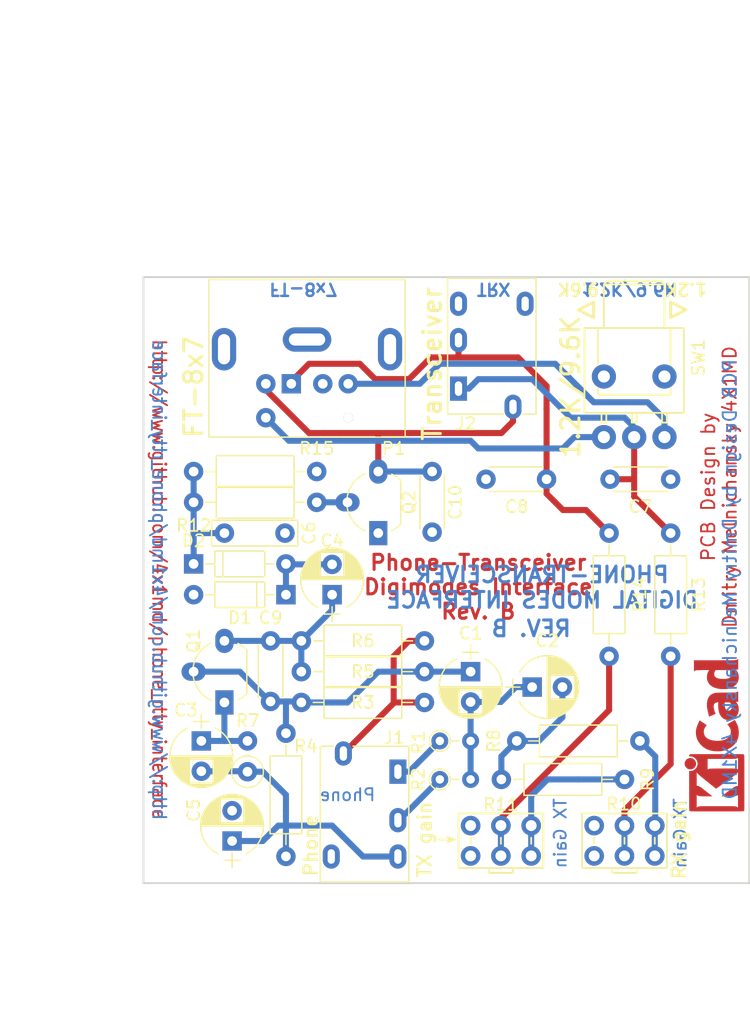
<source format=kicad_pcb>
(kicad_pcb (version 4) (host pcbnew 4.0.7-e2-6376~58~ubuntu16.04.1)

  (general
    (links 67)
    (no_connects 18)
    (area 99.924999 49.924999 150.075001 100.075001)
    (thickness 1.6)
    (drawings 45)
    (tracks 149)
    (zones 0)
    (modules 38)
    (nets 26)
  )

  (page A4)
  (title_block
    (title "Phone-transceiver digital modes interface")
    (date 2017-04-11)
    (rev B)
    (comment 1 https://github.com/4x1md/phone_rtty_interface)
  )

  (layers
    (0 F.Cu signal)
    (31 B.Cu signal)
    (32 B.Adhes user)
    (33 F.Adhes user)
    (34 B.Paste user)
    (35 F.Paste user)
    (36 B.SilkS user)
    (37 F.SilkS user)
    (38 B.Mask user)
    (39 F.Mask user)
    (40 Dwgs.User user)
    (41 Cmts.User user)
    (42 Eco1.User user)
    (43 Eco2.User user)
    (44 Edge.Cuts user)
    (45 Margin user)
    (46 B.CrtYd user)
    (47 F.CrtYd user)
    (48 B.Fab user)
    (49 F.Fab user)
  )

  (setup
    (last_trace_width 0.5)
    (user_trace_width 0.5)
    (user_trace_width 0.75)
    (user_trace_width 1)
    (user_trace_width 1.5)
    (trace_clearance 0.2)
    (zone_clearance 0.35)
    (zone_45_only no)
    (trace_min 0.2)
    (segment_width 0.15)
    (edge_width 0.15)
    (via_size 0.6)
    (via_drill 0.4)
    (via_min_size 0.4)
    (via_min_drill 0.3)
    (user_via 0.75 0.4)
    (user_via 0.85 0.4)
    (user_via 1 0.4)
    (uvia_size 0.3)
    (uvia_drill 0.1)
    (uvias_allowed no)
    (uvia_min_size 0.2)
    (uvia_min_drill 0.1)
    (pcb_text_width 0.3)
    (pcb_text_size 1.5 1.5)
    (mod_edge_width 0.15)
    (mod_text_size 1 1)
    (mod_text_width 0.15)
    (pad_size 0.8 0.8)
    (pad_drill 0.8)
    (pad_to_mask_clearance 0.2)
    (aux_axis_origin 94.615 100.33)
    (visible_elements 7FFFFFFF)
    (pcbplotparams
      (layerselection 0x010f0_80000001)
      (usegerberextensions true)
      (excludeedgelayer true)
      (linewidth 0.100000)
      (plotframeref false)
      (viasonmask false)
      (mode 1)
      (useauxorigin false)
      (hpglpennumber 1)
      (hpglpenspeed 20)
      (hpglpendiameter 15)
      (hpglpenoverlay 2)
      (psnegative false)
      (psa4output false)
      (plotreference true)
      (plotvalue false)
      (plotinvisibletext false)
      (padsonsilk false)
      (subtractmaskfromsilk false)
      (outputformat 1)
      (mirror false)
      (drillshape 0)
      (scaleselection 1)
      (outputdirectory D:/MyProjects/phone_rtty_interface/gerbers))
  )

  (net 0 "")
  (net 1 "Net-(C1-Pad1)")
  (net 2 "Net-(C3-Pad1)")
  (net 3 GNDREF)
  (net 4 "Net-(C6-Pad1)")
  (net 5 "Net-(Q2-Pad2)")
  (net 6 "Net-(R10-Pad2)")
  (net 7 /PHONE_OUT)
  (net 8 /PHONE_GND)
  (net 9 /TRX_DATA_IN)
  (net 10 /PHONE_MIC)
  (net 11 /TRX_1200)
  (net 12 /TRX_9600)
  (net 13 /PTT)
  (net 14 "Net-(C2-Pad2)")
  (net 15 "Net-(C4-Pad1)")
  (net 16 "Net-(C4-Pad2)")
  (net 17 "Net-(J1-Pad1)")
  (net 18 "Net-(J1-Pad2)")
  (net 19 "Net-(R11-Pad2)")
  (net 20 "Net-(R10-Pad1)")
  (net 21 "Net-(R11-Pad1)")
  (net 22 /TRX_DATA_OUT)
  (net 23 "Net-(J1-Pad5)")
  (net 24 "Net-(J2-Pad5)")
  (net 25 "Net-(P1-Pad6)")

  (net_class Default "This is the default net class."
    (clearance 0.2)
    (trace_width 0.25)
    (via_dia 0.6)
    (via_drill 0.4)
    (uvia_dia 0.3)
    (uvia_drill 0.1)
    (add_net /PHONE_GND)
    (add_net /PHONE_MIC)
    (add_net /PHONE_OUT)
    (add_net /PTT)
    (add_net /TRX_1200)
    (add_net /TRX_9600)
    (add_net /TRX_DATA_IN)
    (add_net /TRX_DATA_OUT)
    (add_net GNDREF)
    (add_net "Net-(C1-Pad1)")
    (add_net "Net-(C2-Pad2)")
    (add_net "Net-(C3-Pad1)")
    (add_net "Net-(C4-Pad1)")
    (add_net "Net-(C4-Pad2)")
    (add_net "Net-(C6-Pad1)")
    (add_net "Net-(J1-Pad1)")
    (add_net "Net-(J1-Pad2)")
    (add_net "Net-(J1-Pad5)")
    (add_net "Net-(J2-Pad5)")
    (add_net "Net-(P1-Pad6)")
    (add_net "Net-(Q2-Pad2)")
    (add_net "Net-(R10-Pad1)")
    (add_net "Net-(R10-Pad2)")
    (add_net "Net-(R11-Pad1)")
    (add_net "Net-(R11-Pad2)")
  )

  (module Capacitors_THT:CP_Radial_D5.0mm_P2.50mm (layer F.Cu) (tedit 597BC7C2) (tstamp 59EB7D3C)
    (at 132.08 83.82)
    (descr "CP, Radial series, Radial, pin pitch=2.50mm, , diameter=5mm, Electrolytic Capacitor")
    (tags "CP Radial series Radial pin pitch 2.50mm  diameter 5mm Electrolytic Capacitor")
    (path /582AADD9)
    (fp_text reference C2 (at 1.25 -3.81) (layer F.SilkS)
      (effects (font (size 1 1) (thickness 0.15)))
    )
    (fp_text value 4.7uF (at 1.25 3.81) (layer F.Fab)
      (effects (font (size 1 1) (thickness 0.15)))
    )
    (fp_arc (start 1.25 0) (end -1.05558 -1.18) (angle 125.8) (layer F.SilkS) (width 0.12))
    (fp_arc (start 1.25 0) (end -1.05558 1.18) (angle -125.8) (layer F.SilkS) (width 0.12))
    (fp_arc (start 1.25 0) (end 3.55558 -1.18) (angle 54.2) (layer F.SilkS) (width 0.12))
    (fp_circle (center 1.25 0) (end 3.75 0) (layer F.Fab) (width 0.1))
    (fp_line (start -2.2 0) (end -1 0) (layer F.Fab) (width 0.1))
    (fp_line (start -1.6 -0.65) (end -1.6 0.65) (layer F.Fab) (width 0.1))
    (fp_line (start 1.25 -2.55) (end 1.25 2.55) (layer F.SilkS) (width 0.12))
    (fp_line (start 1.29 -2.55) (end 1.29 2.55) (layer F.SilkS) (width 0.12))
    (fp_line (start 1.33 -2.549) (end 1.33 2.549) (layer F.SilkS) (width 0.12))
    (fp_line (start 1.37 -2.548) (end 1.37 2.548) (layer F.SilkS) (width 0.12))
    (fp_line (start 1.41 -2.546) (end 1.41 2.546) (layer F.SilkS) (width 0.12))
    (fp_line (start 1.45 -2.543) (end 1.45 2.543) (layer F.SilkS) (width 0.12))
    (fp_line (start 1.49 -2.539) (end 1.49 2.539) (layer F.SilkS) (width 0.12))
    (fp_line (start 1.53 -2.535) (end 1.53 -0.98) (layer F.SilkS) (width 0.12))
    (fp_line (start 1.53 0.98) (end 1.53 2.535) (layer F.SilkS) (width 0.12))
    (fp_line (start 1.57 -2.531) (end 1.57 -0.98) (layer F.SilkS) (width 0.12))
    (fp_line (start 1.57 0.98) (end 1.57 2.531) (layer F.SilkS) (width 0.12))
    (fp_line (start 1.61 -2.525) (end 1.61 -0.98) (layer F.SilkS) (width 0.12))
    (fp_line (start 1.61 0.98) (end 1.61 2.525) (layer F.SilkS) (width 0.12))
    (fp_line (start 1.65 -2.519) (end 1.65 -0.98) (layer F.SilkS) (width 0.12))
    (fp_line (start 1.65 0.98) (end 1.65 2.519) (layer F.SilkS) (width 0.12))
    (fp_line (start 1.69 -2.513) (end 1.69 -0.98) (layer F.SilkS) (width 0.12))
    (fp_line (start 1.69 0.98) (end 1.69 2.513) (layer F.SilkS) (width 0.12))
    (fp_line (start 1.73 -2.506) (end 1.73 -0.98) (layer F.SilkS) (width 0.12))
    (fp_line (start 1.73 0.98) (end 1.73 2.506) (layer F.SilkS) (width 0.12))
    (fp_line (start 1.77 -2.498) (end 1.77 -0.98) (layer F.SilkS) (width 0.12))
    (fp_line (start 1.77 0.98) (end 1.77 2.498) (layer F.SilkS) (width 0.12))
    (fp_line (start 1.81 -2.489) (end 1.81 -0.98) (layer F.SilkS) (width 0.12))
    (fp_line (start 1.81 0.98) (end 1.81 2.489) (layer F.SilkS) (width 0.12))
    (fp_line (start 1.85 -2.48) (end 1.85 -0.98) (layer F.SilkS) (width 0.12))
    (fp_line (start 1.85 0.98) (end 1.85 2.48) (layer F.SilkS) (width 0.12))
    (fp_line (start 1.89 -2.47) (end 1.89 -0.98) (layer F.SilkS) (width 0.12))
    (fp_line (start 1.89 0.98) (end 1.89 2.47) (layer F.SilkS) (width 0.12))
    (fp_line (start 1.93 -2.46) (end 1.93 -0.98) (layer F.SilkS) (width 0.12))
    (fp_line (start 1.93 0.98) (end 1.93 2.46) (layer F.SilkS) (width 0.12))
    (fp_line (start 1.971 -2.448) (end 1.971 -0.98) (layer F.SilkS) (width 0.12))
    (fp_line (start 1.971 0.98) (end 1.971 2.448) (layer F.SilkS) (width 0.12))
    (fp_line (start 2.011 -2.436) (end 2.011 -0.98) (layer F.SilkS) (width 0.12))
    (fp_line (start 2.011 0.98) (end 2.011 2.436) (layer F.SilkS) (width 0.12))
    (fp_line (start 2.051 -2.424) (end 2.051 -0.98) (layer F.SilkS) (width 0.12))
    (fp_line (start 2.051 0.98) (end 2.051 2.424) (layer F.SilkS) (width 0.12))
    (fp_line (start 2.091 -2.41) (end 2.091 -0.98) (layer F.SilkS) (width 0.12))
    (fp_line (start 2.091 0.98) (end 2.091 2.41) (layer F.SilkS) (width 0.12))
    (fp_line (start 2.131 -2.396) (end 2.131 -0.98) (layer F.SilkS) (width 0.12))
    (fp_line (start 2.131 0.98) (end 2.131 2.396) (layer F.SilkS) (width 0.12))
    (fp_line (start 2.171 -2.382) (end 2.171 -0.98) (layer F.SilkS) (width 0.12))
    (fp_line (start 2.171 0.98) (end 2.171 2.382) (layer F.SilkS) (width 0.12))
    (fp_line (start 2.211 -2.366) (end 2.211 -0.98) (layer F.SilkS) (width 0.12))
    (fp_line (start 2.211 0.98) (end 2.211 2.366) (layer F.SilkS) (width 0.12))
    (fp_line (start 2.251 -2.35) (end 2.251 -0.98) (layer F.SilkS) (width 0.12))
    (fp_line (start 2.251 0.98) (end 2.251 2.35) (layer F.SilkS) (width 0.12))
    (fp_line (start 2.291 -2.333) (end 2.291 -0.98) (layer F.SilkS) (width 0.12))
    (fp_line (start 2.291 0.98) (end 2.291 2.333) (layer F.SilkS) (width 0.12))
    (fp_line (start 2.331 -2.315) (end 2.331 -0.98) (layer F.SilkS) (width 0.12))
    (fp_line (start 2.331 0.98) (end 2.331 2.315) (layer F.SilkS) (width 0.12))
    (fp_line (start 2.371 -2.296) (end 2.371 -0.98) (layer F.SilkS) (width 0.12))
    (fp_line (start 2.371 0.98) (end 2.371 2.296) (layer F.SilkS) (width 0.12))
    (fp_line (start 2.411 -2.276) (end 2.411 -0.98) (layer F.SilkS) (width 0.12))
    (fp_line (start 2.411 0.98) (end 2.411 2.276) (layer F.SilkS) (width 0.12))
    (fp_line (start 2.451 -2.256) (end 2.451 -0.98) (layer F.SilkS) (width 0.12))
    (fp_line (start 2.451 0.98) (end 2.451 2.256) (layer F.SilkS) (width 0.12))
    (fp_line (start 2.491 -2.234) (end 2.491 -0.98) (layer F.SilkS) (width 0.12))
    (fp_line (start 2.491 0.98) (end 2.491 2.234) (layer F.SilkS) (width 0.12))
    (fp_line (start 2.531 -2.212) (end 2.531 -0.98) (layer F.SilkS) (width 0.12))
    (fp_line (start 2.531 0.98) (end 2.531 2.212) (layer F.SilkS) (width 0.12))
    (fp_line (start 2.571 -2.189) (end 2.571 -0.98) (layer F.SilkS) (width 0.12))
    (fp_line (start 2.571 0.98) (end 2.571 2.189) (layer F.SilkS) (width 0.12))
    (fp_line (start 2.611 -2.165) (end 2.611 -0.98) (layer F.SilkS) (width 0.12))
    (fp_line (start 2.611 0.98) (end 2.611 2.165) (layer F.SilkS) (width 0.12))
    (fp_line (start 2.651 -2.14) (end 2.651 -0.98) (layer F.SilkS) (width 0.12))
    (fp_line (start 2.651 0.98) (end 2.651 2.14) (layer F.SilkS) (width 0.12))
    (fp_line (start 2.691 -2.113) (end 2.691 -0.98) (layer F.SilkS) (width 0.12))
    (fp_line (start 2.691 0.98) (end 2.691 2.113) (layer F.SilkS) (width 0.12))
    (fp_line (start 2.731 -2.086) (end 2.731 -0.98) (layer F.SilkS) (width 0.12))
    (fp_line (start 2.731 0.98) (end 2.731 2.086) (layer F.SilkS) (width 0.12))
    (fp_line (start 2.771 -2.058) (end 2.771 -0.98) (layer F.SilkS) (width 0.12))
    (fp_line (start 2.771 0.98) (end 2.771 2.058) (layer F.SilkS) (width 0.12))
    (fp_line (start 2.811 -2.028) (end 2.811 -0.98) (layer F.SilkS) (width 0.12))
    (fp_line (start 2.811 0.98) (end 2.811 2.028) (layer F.SilkS) (width 0.12))
    (fp_line (start 2.851 -1.997) (end 2.851 -0.98) (layer F.SilkS) (width 0.12))
    (fp_line (start 2.851 0.98) (end 2.851 1.997) (layer F.SilkS) (width 0.12))
    (fp_line (start 2.891 -1.965) (end 2.891 -0.98) (layer F.SilkS) (width 0.12))
    (fp_line (start 2.891 0.98) (end 2.891 1.965) (layer F.SilkS) (width 0.12))
    (fp_line (start 2.931 -1.932) (end 2.931 -0.98) (layer F.SilkS) (width 0.12))
    (fp_line (start 2.931 0.98) (end 2.931 1.932) (layer F.SilkS) (width 0.12))
    (fp_line (start 2.971 -1.897) (end 2.971 -0.98) (layer F.SilkS) (width 0.12))
    (fp_line (start 2.971 0.98) (end 2.971 1.897) (layer F.SilkS) (width 0.12))
    (fp_line (start 3.011 -1.861) (end 3.011 -0.98) (layer F.SilkS) (width 0.12))
    (fp_line (start 3.011 0.98) (end 3.011 1.861) (layer F.SilkS) (width 0.12))
    (fp_line (start 3.051 -1.823) (end 3.051 -0.98) (layer F.SilkS) (width 0.12))
    (fp_line (start 3.051 0.98) (end 3.051 1.823) (layer F.SilkS) (width 0.12))
    (fp_line (start 3.091 -1.783) (end 3.091 -0.98) (layer F.SilkS) (width 0.12))
    (fp_line (start 3.091 0.98) (end 3.091 1.783) (layer F.SilkS) (width 0.12))
    (fp_line (start 3.131 -1.742) (end 3.131 -0.98) (layer F.SilkS) (width 0.12))
    (fp_line (start 3.131 0.98) (end 3.131 1.742) (layer F.SilkS) (width 0.12))
    (fp_line (start 3.171 -1.699) (end 3.171 -0.98) (layer F.SilkS) (width 0.12))
    (fp_line (start 3.171 0.98) (end 3.171 1.699) (layer F.SilkS) (width 0.12))
    (fp_line (start 3.211 -1.654) (end 3.211 -0.98) (layer F.SilkS) (width 0.12))
    (fp_line (start 3.211 0.98) (end 3.211 1.654) (layer F.SilkS) (width 0.12))
    (fp_line (start 3.251 -1.606) (end 3.251 -0.98) (layer F.SilkS) (width 0.12))
    (fp_line (start 3.251 0.98) (end 3.251 1.606) (layer F.SilkS) (width 0.12))
    (fp_line (start 3.291 -1.556) (end 3.291 -0.98) (layer F.SilkS) (width 0.12))
    (fp_line (start 3.291 0.98) (end 3.291 1.556) (layer F.SilkS) (width 0.12))
    (fp_line (start 3.331 -1.504) (end 3.331 -0.98) (layer F.SilkS) (width 0.12))
    (fp_line (start 3.331 0.98) (end 3.331 1.504) (layer F.SilkS) (width 0.12))
    (fp_line (start 3.371 -1.448) (end 3.371 -0.98) (layer F.SilkS) (width 0.12))
    (fp_line (start 3.371 0.98) (end 3.371 1.448) (layer F.SilkS) (width 0.12))
    (fp_line (start 3.411 -1.39) (end 3.411 -0.98) (layer F.SilkS) (width 0.12))
    (fp_line (start 3.411 0.98) (end 3.411 1.39) (layer F.SilkS) (width 0.12))
    (fp_line (start 3.451 -1.327) (end 3.451 -0.98) (layer F.SilkS) (width 0.12))
    (fp_line (start 3.451 0.98) (end 3.451 1.327) (layer F.SilkS) (width 0.12))
    (fp_line (start 3.491 -1.261) (end 3.491 1.261) (layer F.SilkS) (width 0.12))
    (fp_line (start 3.531 -1.189) (end 3.531 1.189) (layer F.SilkS) (width 0.12))
    (fp_line (start 3.571 -1.112) (end 3.571 1.112) (layer F.SilkS) (width 0.12))
    (fp_line (start 3.611 -1.028) (end 3.611 1.028) (layer F.SilkS) (width 0.12))
    (fp_line (start 3.651 -0.934) (end 3.651 0.934) (layer F.SilkS) (width 0.12))
    (fp_line (start 3.691 -0.829) (end 3.691 0.829) (layer F.SilkS) (width 0.12))
    (fp_line (start 3.731 -0.707) (end 3.731 0.707) (layer F.SilkS) (width 0.12))
    (fp_line (start 3.771 -0.559) (end 3.771 0.559) (layer F.SilkS) (width 0.12))
    (fp_line (start 3.811 -0.354) (end 3.811 0.354) (layer F.SilkS) (width 0.12))
    (fp_line (start -2.2 0) (end -1 0) (layer F.SilkS) (width 0.12))
    (fp_line (start -1.6 -0.65) (end -1.6 0.65) (layer F.SilkS) (width 0.12))
    (fp_line (start -1.6 -2.85) (end -1.6 2.85) (layer F.CrtYd) (width 0.05))
    (fp_line (start -1.6 2.85) (end 4.1 2.85) (layer F.CrtYd) (width 0.05))
    (fp_line (start 4.1 2.85) (end 4.1 -2.85) (layer F.CrtYd) (width 0.05))
    (fp_line (start 4.1 -2.85) (end -1.6 -2.85) (layer F.CrtYd) (width 0.05))
    (fp_text user %R (at 1.25 0) (layer F.Fab)
      (effects (font (size 1 1) (thickness 0.15)))
    )
    (pad 1 thru_hole rect (at 0 0) (size 1.6 1.6) (drill 0.8) (layers *.Cu *.Mask)
      (net 7 /PHONE_OUT))
    (pad 2 thru_hole circle (at 2.5 0) (size 1.6 1.6) (drill 0.8) (layers *.Cu *.Mask)
      (net 14 "Net-(C2-Pad2)"))
    (model ${KISYS3DMOD}/Capacitors_THT.3dshapes/CP_Radial_D5.0mm_P2.50mm.wrl
      (at (xyz 0 0 0))
      (scale (xyz 1 1 1))
      (rotate (xyz 0 0 0))
    )
  )

  (module Resistors_THT:R_Axial_DIN0207_L6.3mm_D2.5mm_P10.16mm_Horizontal (layer F.Cu) (tedit 59F39C51) (tstamp 59F34529)
    (at 123.19 80.01 180)
    (descr "Resistor, Axial_DIN0207 series, Axial, Horizontal, pin pitch=10.16mm, 0.25W = 1/4W, length*diameter=6.3*2.5mm^2, http://cdn-reichelt.de/documents/datenblatt/B400/1_4W%23YAG.pdf")
    (tags "Resistor Axial_DIN0207 series Axial Horizontal pin pitch 10.16mm 0.25W = 1/4W length 6.3mm diameter 2.5mm")
    (path /582BD2AD)
    (fp_text reference R6 (at 5.08 0 180) (layer F.SilkS)
      (effects (font (size 1 1) (thickness 0.15)))
    )
    (fp_text value 3.3K (at 5.08 0 180) (layer F.Fab)
      (effects (font (size 1 1) (thickness 0.15)))
    )
    (fp_line (start 1.93 -1.25) (end 1.93 1.25) (layer F.Fab) (width 0.1))
    (fp_line (start 1.93 1.25) (end 8.23 1.25) (layer F.Fab) (width 0.1))
    (fp_line (start 8.23 1.25) (end 8.23 -1.25) (layer F.Fab) (width 0.1))
    (fp_line (start 8.23 -1.25) (end 1.93 -1.25) (layer F.Fab) (width 0.1))
    (fp_line (start 0 0) (end 1.93 0) (layer F.Fab) (width 0.1))
    (fp_line (start 10.16 0) (end 8.23 0) (layer F.Fab) (width 0.1))
    (fp_line (start 1.87 -1.31) (end 1.87 1.31) (layer F.SilkS) (width 0.12))
    (fp_line (start 1.87 1.31) (end 8.29 1.31) (layer F.SilkS) (width 0.12))
    (fp_line (start 8.29 1.31) (end 8.29 -1.31) (layer F.SilkS) (width 0.12))
    (fp_line (start 8.29 -1.31) (end 1.87 -1.31) (layer F.SilkS) (width 0.12))
    (fp_line (start 0.98 0) (end 1.87 0) (layer F.SilkS) (width 0.12))
    (fp_line (start 9.18 0) (end 8.29 0) (layer F.SilkS) (width 0.12))
    (fp_line (start -1.05 -1.6) (end -1.05 1.6) (layer F.CrtYd) (width 0.05))
    (fp_line (start -1.05 1.6) (end 11.25 1.6) (layer F.CrtYd) (width 0.05))
    (fp_line (start 11.25 1.6) (end 11.25 -1.6) (layer F.CrtYd) (width 0.05))
    (fp_line (start 11.25 -1.6) (end -1.05 -1.6) (layer F.CrtYd) (width 0.05))
    (pad 1 thru_hole circle (at 0 0 180) (size 1.6 1.6) (drill 0.8) (layers *.Cu *.Mask)
      (net 10 /PHONE_MIC))
    (pad 2 thru_hole oval (at 10.16 0 180) (size 1.6 1.6) (drill 0.8) (layers *.Cu *.Mask)
      (net 15 "Net-(C4-Pad1)"))
    (model ${KISYS3DMOD}/Resistors_THT.3dshapes/R_Axial_DIN0207_L6.3mm_D2.5mm_P10.16mm_Horizontal.wrl
      (at (xyz 0 0 0))
      (scale (xyz 0.393701 0.393701 0.393701))
      (rotate (xyz 0 0 0))
    )
  )

  (module Mounting_Holes:MountingHole_2.7mm_M2.5_ISO7380 locked (layer F.Cu) (tedit 5845FAC3) (tstamp 58459CF2)
    (at 102.5 52.5)
    (descr "Mounting Hole 2.7mm, no annular, M2.5, ISO7380")
    (tags "mounting hole 2.7mm no annular m2.5 iso7380")
    (fp_text reference MH1 (at 0.37 -5.51) (layer F.SilkS) hide
      (effects (font (size 1 1) (thickness 0.15)))
    )
    (fp_text value MH_2.7mm_M2.5_ISO7380 (at 0.37 -4.24) (layer F.Fab) hide
      (effects (font (size 1 1) (thickness 0.15)))
    )
    (fp_circle (center 0 0) (end 2.25 0) (layer Cmts.User) (width 0.15))
    (fp_circle (center 0 0) (end 2.5 0) (layer F.CrtYd) (width 0.05))
    (pad 1 np_thru_hole circle (at 0 0) (size 2.7 2.7) (drill 2.7) (layers *.Cu *.Mask))
  )

  (module Mounting_Holes:MountingHole_2.7mm_M2.5_ISO7380 locked (layer F.Cu) (tedit 5845FABA) (tstamp 58459D22)
    (at 147.5 52.5)
    (descr "Mounting Hole 2.7mm, no annular, M2.5, ISO7380")
    (tags "mounting hole 2.7mm no annular m2.5 iso7380")
    (fp_text reference MH2 (at -0.18 -5.51) (layer F.SilkS) hide
      (effects (font (size 1 1) (thickness 0.15)))
    )
    (fp_text value MH_2.7mm_M2.5_ISO7380 (at -0.18 -4.24) (layer F.Fab) hide
      (effects (font (size 1 1) (thickness 0.15)))
    )
    (fp_circle (center 0 0) (end 2.25 0) (layer Cmts.User) (width 0.15))
    (fp_circle (center 0 0) (end 2.5 0) (layer F.CrtYd) (width 0.05))
    (pad 1 np_thru_hole circle (at 0 0) (size 2.7 2.7) (drill 2.7) (layers *.Cu *.Mask))
  )

  (module Mounting_Holes:MountingHole_2.7mm_M2.5_ISO7380 locked (layer F.Cu) (tedit 5845FAA4) (tstamp 58459D2E)
    (at 102.5 97.5)
    (descr "Mounting Hole 2.7mm, no annular, M2.5, ISO7380")
    (tags "mounting hole 2.7mm no annular m2.5 iso7380")
    (fp_text reference MH3 (at 0.37 4.1) (layer F.SilkS) hide
      (effects (font (size 1 1) (thickness 0.15)))
    )
    (fp_text value MH_2.7mm_M2.5_ISO7380 (at 0.37 5.37) (layer F.Fab) hide
      (effects (font (size 1 1) (thickness 0.15)))
    )
    (fp_circle (center 0 0) (end 2.25 0) (layer Cmts.User) (width 0.15))
    (fp_circle (center 0 0) (end 2.5 0) (layer F.CrtYd) (width 0.05))
    (pad 1 np_thru_hole circle (at 0 0) (size 2.7 2.7) (drill 2.7) (layers *.Cu *.Mask))
  )

  (module Mounting_Holes:MountingHole_2.7mm_M2.5_ISO7380 locked (layer F.Cu) (tedit 5845FAB0) (tstamp 58459D28)
    (at 147.5 97.5)
    (descr "Mounting Hole 2.7mm, no annular, M2.5, ISO7380")
    (tags "mounting hole 2.7mm no annular m2.5 iso7380")
    (fp_text reference MH4 (at -0.18 4.1) (layer F.SilkS) hide
      (effects (font (size 1 1) (thickness 0.15)))
    )
    (fp_text value MH_2.7mm_M2.5_ISO7380 (at -0.18 5.37) (layer F.Fab) hide
      (effects (font (size 1 1) (thickness 0.15)))
    )
    (fp_circle (center 0 0) (end 2.25 0) (layer Cmts.User) (width 0.15))
    (fp_circle (center 0 0) (end 2.5 0) (layer F.CrtYd) (width 0.05))
    (pad 1 np_thru_hole circle (at 0 0) (size 2.7 2.7) (drill 2.7) (layers *.Cu *.Mask))
  )

  (module custom_kicad_footprints:Cliff_UT1x_SPDT_ON-ON_Switch_Short locked (layer F.Cu) (tedit 58ECA99B) (tstamp 58E9293F)
    (at 138 63.2)
    (descr "PCliff UT1D/E/F/G/H SPDT toggle swith. Horizontal through hole mounted.")
    (tags "swithc toggle spdt")
    (path /58E8F01F)
    (fp_text reference SW1 (at 7.796 -6.558 90) (layer F.SilkS)
      (effects (font (size 1 1) (thickness 0.15)))
    )
    (fp_text value 1200/9600 (at 2.97 -7.32 90) (layer F.Fab)
      (effects (font (size 1 1) (thickness 0.15)))
    )
    (fp_text user %R (at 1.446 -7.574 90) (layer F.Fab)
      (effects (font (size 1 1) (thickness 0.15)))
    )
    (fp_line (start 4.9 -8.9) (end 4.9 -14.4) (layer F.Fab) (width 0.15))
    (fp_line (start 0.1 -14.4) (end 0.1 -8.9) (layer F.Fab) (width 0.15))
    (fp_line (start 0.1 -14.4) (end 4.9 -14.4) (layer F.Fab) (width 0.15))
    (fp_line (start 4.9 -8.9) (end 6.5 -8.9) (layer F.Fab) (width 0.15))
    (fp_line (start 6.5 -8.9) (end 6.5 -2.1) (layer F.Fab) (width 0.15))
    (fp_line (start 6.5 -2.1) (end -1.5 -2.1) (layer F.Fab) (width 0.15))
    (fp_line (start -1.5 -2.1) (end -1.5 -8.9) (layer F.Fab) (width 0.15))
    (fp_line (start -1.5 -8.9) (end 0.1 -8.9) (layer F.Fab) (width 0.15))
    (fp_line (start -0.5 -6) (end -0.5 -9) (layer F.SilkS) (width 0.15))
    (fp_line (start 5.5 -6) (end 5.5 -9) (layer F.SilkS) (width 0.15))
    (fp_line (start 5.5 -3.5) (end 5.5 -4) (layer F.SilkS) (width 0.15))
    (fp_line (start -0.5 -3.5) (end -0.5 -4) (layer F.SilkS) (width 0.15))
    (fp_line (start -0.5 -3.5) (end 5.5 -3.5) (layer F.SilkS) (width 0.15))
    (fp_line (start 0 -9) (end 0 -12.6) (layer F.SilkS) (width 0.15))
    (fp_line (start 5 -12.6) (end 5 -9) (layer F.SilkS) (width 0.15))
    (fp_line (start 0 -12.6) (end 5 -12.6) (layer F.SilkS) (width 0.15))
    (fp_line (start 0.3 -12.9) (end 0 -12.6) (layer F.SilkS) (width 0.15))
    (fp_line (start 4.7 -12.9) (end 5 -12.6) (layer F.SilkS) (width 0.15))
    (fp_line (start 0.3 -12.9) (end 4.7 -12.9) (layer F.SilkS) (width 0.15))
    (fp_line (start 4.8 -2) (end 4.8 -1.2) (layer F.SilkS) (width 0.15))
    (fp_line (start 4.8 -1.2) (end 5.2 -1.2) (layer F.SilkS) (width 0.15))
    (fp_line (start 5.2 -1.2) (end 5.2 -2) (layer F.SilkS) (width 0.15))
    (fp_line (start 2.3 -2) (end 2.3 -1.2) (layer F.SilkS) (width 0.15))
    (fp_line (start 2.3 -1.2) (end 2.7 -1.2) (layer F.SilkS) (width 0.15))
    (fp_line (start 2.7 -1.2) (end 2.7 -2) (layer F.SilkS) (width 0.15))
    (fp_line (start -0.2 -2) (end -0.2 -1.2) (layer F.SilkS) (width 0.15))
    (fp_line (start -0.2 -1.2) (end 0.2 -1.2) (layer F.SilkS) (width 0.15))
    (fp_line (start 0.2 -1.2) (end 0.2 -2) (layer F.SilkS) (width 0.15))
    (fp_line (start -1.6 -9) (end 6.6 -9) (layer F.SilkS) (width 0.15))
    (fp_line (start 6.6 -2) (end 6.6 -9) (layer F.SilkS) (width 0.15))
    (fp_line (start -1.6 -2) (end -1.6 -9) (layer F.SilkS) (width 0.15))
    (fp_line (start -1.6 -2) (end 6.6 -2) (layer F.SilkS) (width 0.15))
    (fp_line (start -2 -14.9) (end 7 -14.9) (layer F.CrtYd) (width 0.05))
    (fp_line (start -2 -14.9) (end -2 1.5) (layer F.CrtYd) (width 0.05))
    (fp_line (start 7 1.5) (end 7 -14.9) (layer F.CrtYd) (width 0.05))
    (fp_line (start 7 1.5) (end -2 1.5) (layer F.CrtYd) (width 0.05))
    (pad 4 thru_hole circle (at 5 -5) (size 2 2) (drill 1) (layers *.Cu *.Mask)
      (net 3 GNDREF))
    (pad 2 thru_hole circle (at 2.5 0) (size 2 2) (drill 1) (layers *.Cu *.Mask)
      (net 22 /TRX_DATA_OUT))
    (pad 3 thru_hole circle (at 5 0) (size 2 2) (drill 1) (layers *.Cu *.Mask)
      (net 12 /TRX_9600))
    (pad 4 thru_hole circle (at 0 -5) (size 2 2) (drill 1) (layers *.Cu *.Mask)
      (net 3 GNDREF))
    (pad 1 thru_hole circle (at 0 0) (size 2 2) (drill 1) (layers *.Cu *.Mask)
      (net 11 /TRX_1200))
  )

  (module TO_SOT_Packages_THT:TO-92_Molded_Wide_Oval (layer F.Cu) (tedit 59F454DC) (tstamp 58E955FF)
    (at 106.68 85.09 90)
    (descr "TO-92 leads molded, wide, oval pads, drill 0.8mm (see NXP sot054_po.pdf)")
    (tags "to-92 sc-43 sc-43a sot54 PA33 transistor")
    (path /5829E7CB)
    (fp_text reference Q1 (at 5.08 -2.54 270) (layer F.SilkS)
      (effects (font (size 1 1) (thickness 0.15)))
    )
    (fp_text value 2N2222 (at 2.54 2.54 270) (layer F.Fab)
      (effects (font (size 1 1) (thickness 0.15)))
    )
    (fp_text user %R (at 2.54 0 90) (layer F.Fab)
      (effects (font (size 1 1) (thickness 0.15)))
    )
    (fp_line (start 0.74 1.85) (end 4.34 1.85) (layer F.SilkS) (width 0.12))
    (fp_line (start 0.8 1.75) (end 4.3 1.75) (layer F.Fab) (width 0.1))
    (fp_line (start -1.25 -3.79) (end 6.33 -3.79) (layer F.CrtYd) (width 0.05))
    (fp_line (start -1.25 -3.79) (end -1.25 2.01) (layer F.CrtYd) (width 0.05))
    (fp_line (start 6.33 2.01) (end 6.33 -3.79) (layer F.CrtYd) (width 0.05))
    (fp_line (start 6.33 2.01) (end -1.25 2.01) (layer F.CrtYd) (width 0.05))
    (fp_arc (start 2.54 0) (end 0.74 1.85) (angle 20) (layer F.SilkS) (width 0.12))
    (fp_arc (start 2.54 0) (end 2.54 -2.6) (angle -65) (layer F.SilkS) (width 0.12))
    (fp_arc (start 2.54 0) (end 2.54 -2.6) (angle 65) (layer F.SilkS) (width 0.12))
    (fp_arc (start 2.54 0) (end 2.54 -2.48) (angle 135) (layer F.Fab) (width 0.1))
    (fp_arc (start 2.54 0) (end 2.54 -2.48) (angle -135) (layer F.Fab) (width 0.1))
    (fp_arc (start 2.54 0) (end 4.34 1.85) (angle -20) (layer F.SilkS) (width 0.12))
    (pad 2 thru_hole oval (at 2.54 -2.54 180) (size 2 1.5) (drill 0.8) (layers *.Cu *.Mask)
      (net 1 "Net-(C1-Pad1)"))
    (pad 1 thru_hole rect (at 0 0 180) (size 1.5 2) (drill 0.8) (layers *.Cu *.Mask)
      (net 2 "Net-(C3-Pad1)"))
    (pad 3 thru_hole oval (at 5.08 0 180) (size 1.5 2) (drill 0.8) (layers *.Cu *.Mask)
      (net 15 "Net-(C4-Pad1)"))
    (model ${KISYS3DMOD}/TO_SOT_Packages_THT.3dshapes/TO-92_Molded_Wide_Oval.wrl
      (at (xyz 0.1 0 0))
      (scale (xyz 1 1 1))
      (rotate (xyz 0 0 -90))
    )
  )

  (module TO_SOT_Packages_THT:TO-92_Molded_Wide_Oval (layer F.Cu) (tedit 59F45A20) (tstamp 58E95605)
    (at 119.38 71.12 90)
    (descr "TO-92 leads molded, wide, oval pads, drill 0.8mm (see NXP sot054_po.pdf)")
    (tags "to-92 sc-43 sc-43a sot54 PA33 transistor")
    (path /5829E7FF)
    (fp_text reference Q2 (at 2.54 2.54 270) (layer F.SilkS)
      (effects (font (size 1 1) (thickness 0.15)))
    )
    (fp_text value 2N2222 (at 2.54 3.05 90) (layer F.Fab)
      (effects (font (size 1 1) (thickness 0.15)))
    )
    (fp_text user %R (at 2.54 0 180) (layer F.Fab)
      (effects (font (size 1 1) (thickness 0.15)))
    )
    (fp_line (start 0.74 1.85) (end 4.34 1.85) (layer F.SilkS) (width 0.12))
    (fp_line (start 0.8 1.75) (end 4.3 1.75) (layer F.Fab) (width 0.1))
    (fp_line (start -1.25 -3.79) (end 6.33 -3.79) (layer F.CrtYd) (width 0.05))
    (fp_line (start -1.25 -3.79) (end -1.25 2.01) (layer F.CrtYd) (width 0.05))
    (fp_line (start 6.33 2.01) (end 6.33 -3.79) (layer F.CrtYd) (width 0.05))
    (fp_line (start 6.33 2.01) (end -1.25 2.01) (layer F.CrtYd) (width 0.05))
    (fp_arc (start 2.54 0) (end 0.74 1.85) (angle 20) (layer F.SilkS) (width 0.12))
    (fp_arc (start 2.54 0) (end 2.54 -2.6) (angle -65) (layer F.SilkS) (width 0.12))
    (fp_arc (start 2.54 0) (end 2.54 -2.6) (angle 65) (layer F.SilkS) (width 0.12))
    (fp_arc (start 2.54 0) (end 2.54 -2.48) (angle 135) (layer F.Fab) (width 0.1))
    (fp_arc (start 2.54 0) (end 2.54 -2.48) (angle -135) (layer F.Fab) (width 0.1))
    (fp_arc (start 2.54 0) (end 4.34 1.85) (angle -20) (layer F.SilkS) (width 0.12))
    (pad 2 thru_hole oval (at 2.54 -2.54 180) (size 2 1.5) (drill 0.8) (layers *.Cu *.Mask)
      (net 5 "Net-(Q2-Pad2)"))
    (pad 1 thru_hole rect (at 0 0 180) (size 1.5 2) (drill 0.8) (layers *.Cu *.Mask)
      (net 3 GNDREF))
    (pad 3 thru_hole oval (at 5.08 0 180) (size 1.5 2) (drill 0.8) (layers *.Cu *.Mask)
      (net 13 /PTT))
    (model ${KISYS3DMOD}/TO_SOT_Packages_THT.3dshapes/TO-92_Molded_Wide_Oval.wrl
      (at (xyz 0.1 0 0))
      (scale (xyz 1 1 1))
      (rotate (xyz 0 0 -90))
    )
  )

  (module custom_kicad_footprints:Connector_Mini-DIN_Female_6Pin_2rows locked (layer F.Cu) (tedit 59F8CD49) (tstamp 583B0FD6)
    (at 112.2 58.8 180)
    (descr "A footprint for the generic 6 pin Mini-DIN through hole connector with shell.")
    (tags "mini din 6pin connector socket")
    (path /58410A09)
    (fp_text reference P1 (at -8.45 -5.335 360) (layer F.SilkS)
      (effects (font (size 1 1) (thickness 0.15)))
    )
    (fp_text value "TRX Data" (at -1.465 6.095 180) (layer F.Fab)
      (effects (font (size 1 1) (thickness 0.15)))
    )
    (fp_text user %R (at -8.45 -5.335 360) (layer F.Fab)
      (effects (font (size 1 1) (thickness 0.15)))
    )
    (fp_line (start 6.7 -4.3) (end 6.7 8.5) (layer F.Fab) (width 0.1))
    (fp_line (start 6.7 8.5) (end -9.3 8.5) (layer F.Fab) (width 0.1))
    (fp_line (start -9.3 8.5) (end -9.3 -4.3) (layer F.Fab) (width 0.1))
    (fp_line (start -9.3 -4.3) (end 6.7 -4.3) (layer F.Fab) (width 0.1))
    (fp_line (start 6.8 -4.4) (end 6.8 8.6) (layer F.SilkS) (width 0.12))
    (fp_line (start -9.4 -4.4) (end -9.4 8.6) (layer F.SilkS) (width 0.12))
    (fp_line (start -9.4 -4.4) (end 6.8 -4.4) (layer F.SilkS) (width 0.12))
    (fp_line (start -9.4 8.6) (end 6.8 8.6) (layer F.SilkS) (width 0.12))
    (fp_line (start -9.81 -5.05) (end 7.19 -5.05) (layer F.CrtYd) (width 0.05))
    (fp_line (start -9.81 -5.05) (end -9.81 9) (layer F.CrtYd) (width 0.05))
    (fp_line (start 7.19 9) (end 7.19 -5.05) (layer F.CrtYd) (width 0.05))
    (fp_line (start 7.19 9) (end -9.81 9) (layer F.CrtYd) (width 0.05))
    (pad 7 thru_hole oval (at -8.15 2.85 180) (size 2 3.5) (drill oval 1 2.5) (layers *.Cu *.Mask)
      (net 3 GNDREF))
    (pad 7 thru_hole oval (at 5.55 2.85 180) (size 2 3.5) (drill oval 1 2.5) (layers *.Cu *.Mask)
      (net 3 GNDREF))
    (pad 1 thru_hole rect (at 0 0 180) (size 1.6 1.6) (drill 0.8) (layers *.Cu *.Mask)
      (net 9 /TRX_DATA_IN))
    (pad 2 thru_hole circle (at -2.6 0 180) (size 1.6 1.6) (drill 0.8) (layers *.Cu *.Mask)
      (net 3 GNDREF))
    (pad 3 thru_hole circle (at 2.1 0 180) (size 1.6 1.6) (drill 0.8) (layers *.Cu *.Mask)
      (net 13 /PTT))
    (pad 4 thru_hole circle (at -4.7 0 180) (size 1.6 1.6) (drill 0.8) (layers *.Cu *.Mask)
      (net 12 /TRX_9600))
    (pad 5 thru_hole circle (at 2.1 -2.8 180) (size 1.6 1.6) (drill 0.8) (layers *.Cu *.Mask)
      (net 11 /TRX_1200))
    (pad 6 thru_hole circle (at -4.7 -2.8 180) (size 0.8 0.8) (drill 0.8) (layers *.Cu *.Mask)
      (net 25 "Net-(P1-Pad6)"))
    (pad 7 thru_hole oval (at -1.3 3.65 180) (size 4 2) (drill oval 3 1) (layers *.Cu *.Mask)
      (net 3 GNDREF))
  )

  (module custom_kicad_footprints:Potentiometer_Trimmer_Vertical_Multi_Compatible (layer F.Cu) (tedit 58EC9B56) (tstamp 58EC98D7)
    (at 142.2 95.25 270)
    (descr "Potentiometer, vertically mounted, Omeg PC16PU, Omeg PC16PU, Omeg PC16PU, Vishay/Spectrol 248GJ/249GJ Single, Vishay/Spectrol 248GJ/249GJ Single, Vishay/Spectrol 248GJ/249GJ Single, Vishay/Spectrol 248GH/249GH Single, Vishay/Spectrol 148/149 Single, Vishay/Spectrol 148/149 Single, Vishay/Spectrol 148/149 Single, Vishay/Spectrol 148A/149A Single with mounting plates, Vishay/Spectrol 148/149 Double, Vishay/Spectrol 148A/149A Double with mounting plates, Piher PC-16 Single, Piher PC-16 Single, Piher PC-16 Single, Piher PC-16SV Single, Piher PC-16 Double, Piher PC-16 Triple, Piher T16H Single, Piher T16L Single, Piher T16H Double, Alps RK163 Single, Alps RK163 Double, Alps RK097 Single, Alps RK097 Double, Bourns PTV09A-2 Single with mounting sleve Single, Bourns PTV09A-1 with mounting sleve Single, Bourns PRS11S Single, Alps RK09K Single with mounting sleve Single, Alps RK09K with mounting sleve Single, Alps RK09L Single, Alps RK09L Single, Alps RK09L Double, Alps RK09L Double, Alps RK09Y Single, Bourns 3339S Single, Bourns 3339S Single, Bourns 3339P Single, Bourns 3339H Single, Vishay T7YA Single, Suntan TSR-3386H Single, Suntan TSR-3386H Single, Suntan TSR-3386P Single, Vishay T73XX Single, Vishay T73XX Single, Vishay T73YP Single, Piher PT-6h Single, http://www.piher-nacesa.com/pdf/11-PT6v03.pdf")
    (tags "Potentiometer vertical  Omeg PC16PU  Omeg PC16PU  Omeg PC16PU  Vishay/Spectrol 248GJ/249GJ Single  Vishay/Spectrol 248GJ/249GJ Single  Vishay/Spectrol 248GJ/249GJ Single  Vishay/Spectrol 248GH/249GH Single  Vishay/Spectrol 148/149 Single  Vishay/Spectrol 148/149 Single  Vishay/Spectrol 148/149 Single  Vishay/Spectrol 148A/149A Single with mounting plates  Vishay/Spectrol 148/149 Double  Vishay/Spectrol 148A/149A Double with mounting plates  Piher PC-16 Single  Piher PC-16 Single  Piher PC-16 Single  Piher PC-16SV Single  Piher PC-16 Double  Piher PC-16 Triple  Piher T16H Single  Piher T16L Single  Piher T16H Double  Alps RK163 Single  Alps RK163 Double  Alps RK097 Single  Alps RK097 Double  Bourns PTV09A-2 Single with mounting sleve Single  Bourns PTV09A-1 with mounting sleve Single  Bourns PRS11S Single  Alps RK09K Single with mounting sleve Single  Alps RK09K with mounting sleve Single  Alps RK09L Single  Alps RK09L Single  Alps RK09L Double  Alps RK09L Double  Alps RK09Y Single  Bourns 3339S Single  Bourns 3339S Single  Bourns 3339P Single  Bourns 3339H Single  Vishay T7YA Single  Suntan TSR-3386H Single  Suntan TSR-3386H Single  Suntan TSR-3386P Single  Vishay T73XX Single  Vishay T73XX Single  Vishay T73YP Single  Piher PT-6h Single")
    (path /5829ED4E)
    (fp_text reference R10 (at -1.778 2.54 360) (layer F.SilkS)
      (effects (font (size 1 1) (thickness 0.15)))
    )
    (fp_text value 10K (at 1.27 0.635 270) (layer F.Fab)
      (effects (font (size 1 1) (thickness 0.15)))
    )
    (fp_line (start 1 0) (end 1.5 0) (layer F.SilkS) (width 0.15))
    (fp_line (start 1 5) (end 1.5 5) (layer F.SilkS) (width 0.15))
    (fp_line (start 1 2.5) (end 1.5 2.5) (layer F.SilkS) (width 0.15))
    (fp_text user %R (at 1.27 2.54 360) (layer F.Fab)
      (effects (font (size 1 1) (thickness 0.15)))
    )
    (fp_line (start 3.9 3.5) (end 3.5 3.5) (layer F.SilkS) (width 0.15))
    (fp_line (start 3.9 1.5) (end 3.5 1.5) (layer F.SilkS) (width 0.15))
    (fp_line (start 3.5 -1) (end 3.5 6) (layer F.SilkS) (width 0.15))
    (fp_line (start 3.9 1.5) (end 3.9 3.5) (layer F.SilkS) (width 0.15))
    (fp_line (start -1 -1) (end -1 6) (layer F.SilkS) (width 0.15))
    (fp_line (start -1 6) (end 3.5 6) (layer F.SilkS) (width 0.15))
    (fp_line (start 3.5 -1) (end -1 -1) (layer F.SilkS) (width 0.15))
    (fp_line (start 3.5 -0.65) (end 3.5 5.65) (layer F.Fab) (width 0.1))
    (fp_line (start 3.5 5.65) (end 0 5.65) (layer F.Fab) (width 0.1))
    (fp_line (start 0 5.65) (end 0 -0.65) (layer F.Fab) (width 0.1))
    (fp_line (start 0 -0.65) (end 3.5 -0.65) (layer F.Fab) (width 0.1))
    (fp_line (start 0 1.5) (end 0 3.5) (layer F.Fab) (width 0.1))
    (fp_line (start 3.5 3.5) (end 3.5 1.5) (layer F.Fab) (width 0.1))
    (fp_line (start -1.1 -1.1) (end -1.1 6.1) (layer F.CrtYd) (width 0.05))
    (fp_line (start -1.1 6.1) (end 3.75 6.1) (layer F.CrtYd) (width 0.05))
    (fp_line (start 3.75 6.1) (end 3.75 -1.1) (layer F.CrtYd) (width 0.05))
    (fp_line (start 3.75 -1.1) (end -1.1 -1.1) (layer F.CrtYd) (width 0.05))
    (pad 3 thru_hole circle (at 2.5 5 270) (size 1.62 1.62) (drill 0.9) (layers *.Cu *.Mask)
      (net 3 GNDREF))
    (pad 2 thru_hole circle (at 0 2.5 270) (size 1.62 1.62) (drill 0.9) (layers *.Cu *.Mask)
      (net 6 "Net-(R10-Pad2)"))
    (pad 1 thru_hole circle (at 2.5 0 270) (size 1.62 1.62) (drill 0.9) (layers *.Cu *.Mask)
      (net 20 "Net-(R10-Pad1)"))
    (pad 3 thru_hole circle (at 0 5 270) (size 1.62 1.62) (drill 0.9) (layers *.Cu *.Mask)
      (net 3 GNDREF))
    (pad 2 thru_hole circle (at 2.5 2.5 270) (size 1.62 1.62) (drill 0.9) (layers *.Cu *.Mask)
      (net 6 "Net-(R10-Pad2)"))
    (pad 1 thru_hole circle (at 0 0 270) (size 1.62 1.62) (drill 0.9) (layers *.Cu *.Mask)
      (net 20 "Net-(R10-Pad1)"))
    (model Potentiometers.3dshapes/Potentiometer_Trimmer_Piher_PT-6h_Vertical.wrl
      (at (xyz 0 0 0))
      (scale (xyz 0.393701 0.393701 0.393701))
      (rotate (xyz 0 0 0))
    )
  )

  (module custom_kicad_footprints:Potentiometer_Trimmer_Vertical_Multi_Compatible (layer F.Cu) (tedit 59F8D957) (tstamp 58EC98F5)
    (at 132 95.25 270)
    (descr "Potentiometer, vertically mounted, Omeg PC16PU, Omeg PC16PU, Omeg PC16PU, Vishay/Spectrol 248GJ/249GJ Single, Vishay/Spectrol 248GJ/249GJ Single, Vishay/Spectrol 248GJ/249GJ Single, Vishay/Spectrol 248GH/249GH Single, Vishay/Spectrol 148/149 Single, Vishay/Spectrol 148/149 Single, Vishay/Spectrol 148/149 Single, Vishay/Spectrol 148A/149A Single with mounting plates, Vishay/Spectrol 148/149 Double, Vishay/Spectrol 148A/149A Double with mounting plates, Piher PC-16 Single, Piher PC-16 Single, Piher PC-16 Single, Piher PC-16SV Single, Piher PC-16 Double, Piher PC-16 Triple, Piher T16H Single, Piher T16L Single, Piher T16H Double, Alps RK163 Single, Alps RK163 Double, Alps RK097 Single, Alps RK097 Double, Bourns PTV09A-2 Single with mounting sleve Single, Bourns PTV09A-1 with mounting sleve Single, Bourns PRS11S Single, Alps RK09K Single with mounting sleve Single, Alps RK09K with mounting sleve Single, Alps RK09L Single, Alps RK09L Single, Alps RK09L Double, Alps RK09L Double, Alps RK09Y Single, Bourns 3339S Single, Bourns 3339S Single, Bourns 3339P Single, Bourns 3339H Single, Vishay T7YA Single, Suntan TSR-3386H Single, Suntan TSR-3386H Single, Suntan TSR-3386P Single, Vishay T73XX Single, Vishay T73XX Single, Vishay T73YP Single, Piher PT-6h Single, http://www.piher-nacesa.com/pdf/11-PT6v03.pdf")
    (tags "Potentiometer vertical  Omeg PC16PU  Omeg PC16PU  Omeg PC16PU  Vishay/Spectrol 248GJ/249GJ Single  Vishay/Spectrol 248GJ/249GJ Single  Vishay/Spectrol 248GJ/249GJ Single  Vishay/Spectrol 248GH/249GH Single  Vishay/Spectrol 148/149 Single  Vishay/Spectrol 148/149 Single  Vishay/Spectrol 148/149 Single  Vishay/Spectrol 148A/149A Single with mounting plates  Vishay/Spectrol 148/149 Double  Vishay/Spectrol 148A/149A Double with mounting plates  Piher PC-16 Single  Piher PC-16 Single  Piher PC-16 Single  Piher PC-16SV Single  Piher PC-16 Double  Piher PC-16 Triple  Piher T16H Single  Piher T16L Single  Piher T16H Double  Alps RK163 Single  Alps RK163 Double  Alps RK097 Single  Alps RK097 Double  Bourns PTV09A-2 Single with mounting sleve Single  Bourns PTV09A-1 with mounting sleve Single  Bourns PRS11S Single  Alps RK09K Single with mounting sleve Single  Alps RK09K with mounting sleve Single  Alps RK09L Single  Alps RK09L Single  Alps RK09L Double  Alps RK09L Double  Alps RK09Y Single  Bourns 3339S Single  Bourns 3339S Single  Bourns 3339P Single  Bourns 3339H Single  Vishay T7YA Single  Suntan TSR-3386H Single  Suntan TSR-3386H Single  Suntan TSR-3386P Single  Vishay T73XX Single  Vishay T73XX Single  Vishay T73YP Single  Piher PT-6h Single")
    (path /582AC2BE)
    (fp_text reference R11 (at -1.75 2.5 360) (layer F.SilkS)
      (effects (font (size 1 1) (thickness 0.15)))
    )
    (fp_text value 10K (at 1.27 1.27 270) (layer F.Fab)
      (effects (font (size 1 1) (thickness 0.15)))
    )
    (fp_line (start 1 0) (end 1.5 0) (layer F.SilkS) (width 0.15))
    (fp_line (start 1 5) (end 1.5 5) (layer F.SilkS) (width 0.15))
    (fp_line (start 1 2.5) (end 1.5 2.5) (layer F.SilkS) (width 0.15))
    (fp_text user %R (at 1.27 2.54 360) (layer F.Fab)
      (effects (font (size 1 1) (thickness 0.15)))
    )
    (fp_line (start 3.9 3.5) (end 3.5 3.5) (layer F.SilkS) (width 0.15))
    (fp_line (start 3.9 1.5) (end 3.5 1.5) (layer F.SilkS) (width 0.15))
    (fp_line (start 3.5 -1) (end 3.5 6) (layer F.SilkS) (width 0.15))
    (fp_line (start 3.9 1.5) (end 3.9 3.5) (layer F.SilkS) (width 0.15))
    (fp_line (start -1 -1) (end -1 6) (layer F.SilkS) (width 0.15))
    (fp_line (start -1 6) (end 3.5 6) (layer F.SilkS) (width 0.15))
    (fp_line (start 3.5 -1) (end -1 -1) (layer F.SilkS) (width 0.15))
    (fp_line (start 3.5 -0.65) (end 3.5 5.65) (layer F.Fab) (width 0.1))
    (fp_line (start 3.5 5.65) (end 0 5.65) (layer F.Fab) (width 0.1))
    (fp_line (start 0 5.65) (end 0 -0.65) (layer F.Fab) (width 0.1))
    (fp_line (start 0 -0.65) (end 3.5 -0.65) (layer F.Fab) (width 0.1))
    (fp_line (start 0 1.5) (end 0 3.5) (layer F.Fab) (width 0.1))
    (fp_line (start 3.5 3.5) (end 3.5 1.5) (layer F.Fab) (width 0.1))
    (fp_line (start -1.1 -1.1) (end -1.1 6.1) (layer F.CrtYd) (width 0.05))
    (fp_line (start -1.1 6.1) (end 3.75 6.1) (layer F.CrtYd) (width 0.05))
    (fp_line (start 3.75 6.1) (end 3.75 -1.1) (layer F.CrtYd) (width 0.05))
    (fp_line (start 3.75 -1.1) (end -1.1 -1.1) (layer F.CrtYd) (width 0.05))
    (pad 3 thru_hole circle (at 2.5 5 270) (size 1.62 1.62) (drill 0.9) (layers *.Cu *.Mask)
      (net 3 GNDREF))
    (pad 2 thru_hole circle (at 0 2.5 270) (size 1.62 1.62) (drill 0.9) (layers *.Cu *.Mask)
      (net 19 "Net-(R11-Pad2)"))
    (pad 1 thru_hole circle (at 2.5 0 270) (size 1.62 1.62) (drill 0.9) (layers *.Cu *.Mask)
      (net 21 "Net-(R11-Pad1)"))
    (pad 3 thru_hole circle (at 0 5 270) (size 1.62 1.62) (drill 0.9) (layers *.Cu *.Mask)
      (net 3 GNDREF))
    (pad 2 thru_hole circle (at 2.5 2.5 270) (size 1.62 1.62) (drill 0.9) (layers *.Cu *.Mask)
      (net 19 "Net-(R11-Pad2)"))
    (pad 1 thru_hole circle (at 0 0 270) (size 1.62 1.62) (drill 0.9) (layers *.Cu *.Mask)
      (net 21 "Net-(R11-Pad1)"))
    (model Potentiometers.3dshapes/Potentiometer_Trimmer_Piher_PT-6h_Vertical.wrl
      (at (xyz 0 0 0))
      (scale (xyz 0.393701 0.393701 0.393701))
      (rotate (xyz 0 0 0))
    )
  )

  (module Capacitors_THT:C_Disc_D4.3mm_W1.9mm_P5.00mm (layer F.Cu) (tedit 59F454D1) (tstamp 59EB7CD1)
    (at 110.49 80.01 270)
    (descr "C, Disc series, Radial, pin pitch=5.00mm, , diameter*width=4.3*1.9mm^2, Capacitor, http://www.vishay.com/docs/45233/krseries.pdf")
    (tags "C Disc series Radial pin pitch 5.00mm  diameter 4.3mm width 1.9mm Capacitor")
    (path /59EB7482)
    (fp_text reference C9 (at -1.905 0 360) (layer F.SilkS)
      (effects (font (size 1 1) (thickness 0.15)))
    )
    (fp_text value 100pF (at 2.5 2.26 270) (layer F.Fab)
      (effects (font (size 1 1) (thickness 0.15)))
    )
    (fp_line (start 0.35 -0.95) (end 0.35 0.95) (layer F.Fab) (width 0.1))
    (fp_line (start 0.35 0.95) (end 4.65 0.95) (layer F.Fab) (width 0.1))
    (fp_line (start 4.65 0.95) (end 4.65 -0.95) (layer F.Fab) (width 0.1))
    (fp_line (start 4.65 -0.95) (end 0.35 -0.95) (layer F.Fab) (width 0.1))
    (fp_line (start 0.29 -1.01) (end 4.71 -1.01) (layer F.SilkS) (width 0.12))
    (fp_line (start 0.29 1.01) (end 4.71 1.01) (layer F.SilkS) (width 0.12))
    (fp_line (start 0.29 -1.01) (end 0.29 -0.996) (layer F.SilkS) (width 0.12))
    (fp_line (start 0.29 0.996) (end 0.29 1.01) (layer F.SilkS) (width 0.12))
    (fp_line (start 4.71 -1.01) (end 4.71 -0.996) (layer F.SilkS) (width 0.12))
    (fp_line (start 4.71 0.996) (end 4.71 1.01) (layer F.SilkS) (width 0.12))
    (fp_line (start -1.05 -1.3) (end -1.05 1.3) (layer F.CrtYd) (width 0.05))
    (fp_line (start -1.05 1.3) (end 6.05 1.3) (layer F.CrtYd) (width 0.05))
    (fp_line (start 6.05 1.3) (end 6.05 -1.3) (layer F.CrtYd) (width 0.05))
    (fp_line (start 6.05 -1.3) (end -1.05 -1.3) (layer F.CrtYd) (width 0.05))
    (fp_text user %R (at 2.5 0 270) (layer F.Fab)
      (effects (font (size 1 1) (thickness 0.15)))
    )
    (pad 1 thru_hole circle (at 0 0 270) (size 1.6 1.6) (drill 0.8) (layers *.Cu *.Mask)
      (net 15 "Net-(C4-Pad1)"))
    (pad 2 thru_hole circle (at 5 0 270) (size 1.6 1.6) (drill 0.8) (layers *.Cu *.Mask)
      (net 1 "Net-(C1-Pad1)"))
    (model ${KISYS3DMOD}/Capacitors_THT.3dshapes/C_Disc_D4.3mm_W1.9mm_P5.00mm.wrl
      (at (xyz 0 0 0))
      (scale (xyz 1 1 1))
      (rotate (xyz 0 0 0))
    )
  )

  (module Capacitors_THT:C_Disc_D4.3mm_W1.9mm_P5.00mm (layer F.Cu) (tedit 59F45662) (tstamp 59EB7CD7)
    (at 123.825 66.04 270)
    (descr "C, Disc series, Radial, pin pitch=5.00mm, , diameter*width=4.3*1.9mm^2, Capacitor, http://www.vishay.com/docs/45233/krseries.pdf")
    (tags "C Disc series Radial pin pitch 5.00mm  diameter 4.3mm width 1.9mm Capacitor")
    (path /59EB774D)
    (fp_text reference C10 (at 2.54 -1.905 270) (layer F.SilkS)
      (effects (font (size 1 1) (thickness 0.15)))
    )
    (fp_text value 1nF (at 2.5 2.26 270) (layer F.Fab)
      (effects (font (size 1 1) (thickness 0.15)))
    )
    (fp_line (start 0.35 -0.95) (end 0.35 0.95) (layer F.Fab) (width 0.1))
    (fp_line (start 0.35 0.95) (end 4.65 0.95) (layer F.Fab) (width 0.1))
    (fp_line (start 4.65 0.95) (end 4.65 -0.95) (layer F.Fab) (width 0.1))
    (fp_line (start 4.65 -0.95) (end 0.35 -0.95) (layer F.Fab) (width 0.1))
    (fp_line (start 0.29 -1.01) (end 4.71 -1.01) (layer F.SilkS) (width 0.12))
    (fp_line (start 0.29 1.01) (end 4.71 1.01) (layer F.SilkS) (width 0.12))
    (fp_line (start 0.29 -1.01) (end 0.29 -0.996) (layer F.SilkS) (width 0.12))
    (fp_line (start 0.29 0.996) (end 0.29 1.01) (layer F.SilkS) (width 0.12))
    (fp_line (start 4.71 -1.01) (end 4.71 -0.996) (layer F.SilkS) (width 0.12))
    (fp_line (start 4.71 0.996) (end 4.71 1.01) (layer F.SilkS) (width 0.12))
    (fp_line (start -1.05 -1.3) (end -1.05 1.3) (layer F.CrtYd) (width 0.05))
    (fp_line (start -1.05 1.3) (end 6.05 1.3) (layer F.CrtYd) (width 0.05))
    (fp_line (start 6.05 1.3) (end 6.05 -1.3) (layer F.CrtYd) (width 0.05))
    (fp_line (start 6.05 -1.3) (end -1.05 -1.3) (layer F.CrtYd) (width 0.05))
    (fp_text user %R (at 2.5 0 270) (layer F.Fab)
      (effects (font (size 1 1) (thickness 0.15)))
    )
    (pad 1 thru_hole circle (at 0 0 270) (size 1.6 1.6) (drill 0.8) (layers *.Cu *.Mask)
      (net 13 /PTT))
    (pad 2 thru_hole circle (at 5 0 270) (size 1.6 1.6) (drill 0.8) (layers *.Cu *.Mask)
      (net 3 GNDREF))
    (model ${KISYS3DMOD}/Capacitors_THT.3dshapes/C_Disc_D4.3mm_W1.9mm_P5.00mm.wrl
      (at (xyz 0 0 0))
      (scale (xyz 1 1 1))
      (rotate (xyz 0 0 0))
    )
  )

  (module Capacitors_THT:CP_Radial_D5.0mm_P2.50mm (layer F.Cu) (tedit 59F3B2B9) (tstamp 59EB7D37)
    (at 127 82.55 270)
    (descr "CP, Radial series, Radial, pin pitch=2.50mm, , diameter=5mm, Electrolytic Capacitor")
    (tags "CP Radial series Radial pin pitch 2.50mm  diameter 5mm Electrolytic Capacitor")
    (path /582A4F9C)
    (fp_text reference C1 (at -3.175 0 360) (layer F.SilkS)
      (effects (font (size 1 1) (thickness 0.15)))
    )
    (fp_text value 4.7uF (at 1.25 3.81 270) (layer F.Fab)
      (effects (font (size 1 1) (thickness 0.15)))
    )
    (fp_arc (start 1.25 0) (end -1.05558 -1.18) (angle 125.8) (layer F.SilkS) (width 0.12))
    (fp_arc (start 1.25 0) (end -1.05558 1.18) (angle -125.8) (layer F.SilkS) (width 0.12))
    (fp_arc (start 1.25 0) (end 3.55558 -1.18) (angle 54.2) (layer F.SilkS) (width 0.12))
    (fp_circle (center 1.25 0) (end 3.75 0) (layer F.Fab) (width 0.1))
    (fp_line (start -2.2 0) (end -1 0) (layer F.Fab) (width 0.1))
    (fp_line (start -1.6 -0.65) (end -1.6 0.65) (layer F.Fab) (width 0.1))
    (fp_line (start 1.25 -2.55) (end 1.25 2.55) (layer F.SilkS) (width 0.12))
    (fp_line (start 1.29 -2.55) (end 1.29 2.55) (layer F.SilkS) (width 0.12))
    (fp_line (start 1.33 -2.549) (end 1.33 2.549) (layer F.SilkS) (width 0.12))
    (fp_line (start 1.37 -2.548) (end 1.37 2.548) (layer F.SilkS) (width 0.12))
    (fp_line (start 1.41 -2.546) (end 1.41 2.546) (layer F.SilkS) (width 0.12))
    (fp_line (start 1.45 -2.543) (end 1.45 2.543) (layer F.SilkS) (width 0.12))
    (fp_line (start 1.49 -2.539) (end 1.49 2.539) (layer F.SilkS) (width 0.12))
    (fp_line (start 1.53 -2.535) (end 1.53 -0.98) (layer F.SilkS) (width 0.12))
    (fp_line (start 1.53 0.98) (end 1.53 2.535) (layer F.SilkS) (width 0.12))
    (fp_line (start 1.57 -2.531) (end 1.57 -0.98) (layer F.SilkS) (width 0.12))
    (fp_line (start 1.57 0.98) (end 1.57 2.531) (layer F.SilkS) (width 0.12))
    (fp_line (start 1.61 -2.525) (end 1.61 -0.98) (layer F.SilkS) (width 0.12))
    (fp_line (start 1.61 0.98) (end 1.61 2.525) (layer F.SilkS) (width 0.12))
    (fp_line (start 1.65 -2.519) (end 1.65 -0.98) (layer F.SilkS) (width 0.12))
    (fp_line (start 1.65 0.98) (end 1.65 2.519) (layer F.SilkS) (width 0.12))
    (fp_line (start 1.69 -2.513) (end 1.69 -0.98) (layer F.SilkS) (width 0.12))
    (fp_line (start 1.69 0.98) (end 1.69 2.513) (layer F.SilkS) (width 0.12))
    (fp_line (start 1.73 -2.506) (end 1.73 -0.98) (layer F.SilkS) (width 0.12))
    (fp_line (start 1.73 0.98) (end 1.73 2.506) (layer F.SilkS) (width 0.12))
    (fp_line (start 1.77 -2.498) (end 1.77 -0.98) (layer F.SilkS) (width 0.12))
    (fp_line (start 1.77 0.98) (end 1.77 2.498) (layer F.SilkS) (width 0.12))
    (fp_line (start 1.81 -2.489) (end 1.81 -0.98) (layer F.SilkS) (width 0.12))
    (fp_line (start 1.81 0.98) (end 1.81 2.489) (layer F.SilkS) (width 0.12))
    (fp_line (start 1.85 -2.48) (end 1.85 -0.98) (layer F.SilkS) (width 0.12))
    (fp_line (start 1.85 0.98) (end 1.85 2.48) (layer F.SilkS) (width 0.12))
    (fp_line (start 1.89 -2.47) (end 1.89 -0.98) (layer F.SilkS) (width 0.12))
    (fp_line (start 1.89 0.98) (end 1.89 2.47) (layer F.SilkS) (width 0.12))
    (fp_line (start 1.93 -2.46) (end 1.93 -0.98) (layer F.SilkS) (width 0.12))
    (fp_line (start 1.93 0.98) (end 1.93 2.46) (layer F.SilkS) (width 0.12))
    (fp_line (start 1.971 -2.448) (end 1.971 -0.98) (layer F.SilkS) (width 0.12))
    (fp_line (start 1.971 0.98) (end 1.971 2.448) (layer F.SilkS) (width 0.12))
    (fp_line (start 2.011 -2.436) (end 2.011 -0.98) (layer F.SilkS) (width 0.12))
    (fp_line (start 2.011 0.98) (end 2.011 2.436) (layer F.SilkS) (width 0.12))
    (fp_line (start 2.051 -2.424) (end 2.051 -0.98) (layer F.SilkS) (width 0.12))
    (fp_line (start 2.051 0.98) (end 2.051 2.424) (layer F.SilkS) (width 0.12))
    (fp_line (start 2.091 -2.41) (end 2.091 -0.98) (layer F.SilkS) (width 0.12))
    (fp_line (start 2.091 0.98) (end 2.091 2.41) (layer F.SilkS) (width 0.12))
    (fp_line (start 2.131 -2.396) (end 2.131 -0.98) (layer F.SilkS) (width 0.12))
    (fp_line (start 2.131 0.98) (end 2.131 2.396) (layer F.SilkS) (width 0.12))
    (fp_line (start 2.171 -2.382) (end 2.171 -0.98) (layer F.SilkS) (width 0.12))
    (fp_line (start 2.171 0.98) (end 2.171 2.382) (layer F.SilkS) (width 0.12))
    (fp_line (start 2.211 -2.366) (end 2.211 -0.98) (layer F.SilkS) (width 0.12))
    (fp_line (start 2.211 0.98) (end 2.211 2.366) (layer F.SilkS) (width 0.12))
    (fp_line (start 2.251 -2.35) (end 2.251 -0.98) (layer F.SilkS) (width 0.12))
    (fp_line (start 2.251 0.98) (end 2.251 2.35) (layer F.SilkS) (width 0.12))
    (fp_line (start 2.291 -2.333) (end 2.291 -0.98) (layer F.SilkS) (width 0.12))
    (fp_line (start 2.291 0.98) (end 2.291 2.333) (layer F.SilkS) (width 0.12))
    (fp_line (start 2.331 -2.315) (end 2.331 -0.98) (layer F.SilkS) (width 0.12))
    (fp_line (start 2.331 0.98) (end 2.331 2.315) (layer F.SilkS) (width 0.12))
    (fp_line (start 2.371 -2.296) (end 2.371 -0.98) (layer F.SilkS) (width 0.12))
    (fp_line (start 2.371 0.98) (end 2.371 2.296) (layer F.SilkS) (width 0.12))
    (fp_line (start 2.411 -2.276) (end 2.411 -0.98) (layer F.SilkS) (width 0.12))
    (fp_line (start 2.411 0.98) (end 2.411 2.276) (layer F.SilkS) (width 0.12))
    (fp_line (start 2.451 -2.256) (end 2.451 -0.98) (layer F.SilkS) (width 0.12))
    (fp_line (start 2.451 0.98) (end 2.451 2.256) (layer F.SilkS) (width 0.12))
    (fp_line (start 2.491 -2.234) (end 2.491 -0.98) (layer F.SilkS) (width 0.12))
    (fp_line (start 2.491 0.98) (end 2.491 2.234) (layer F.SilkS) (width 0.12))
    (fp_line (start 2.531 -2.212) (end 2.531 -0.98) (layer F.SilkS) (width 0.12))
    (fp_line (start 2.531 0.98) (end 2.531 2.212) (layer F.SilkS) (width 0.12))
    (fp_line (start 2.571 -2.189) (end 2.571 -0.98) (layer F.SilkS) (width 0.12))
    (fp_line (start 2.571 0.98) (end 2.571 2.189) (layer F.SilkS) (width 0.12))
    (fp_line (start 2.611 -2.165) (end 2.611 -0.98) (layer F.SilkS) (width 0.12))
    (fp_line (start 2.611 0.98) (end 2.611 2.165) (layer F.SilkS) (width 0.12))
    (fp_line (start 2.651 -2.14) (end 2.651 -0.98) (layer F.SilkS) (width 0.12))
    (fp_line (start 2.651 0.98) (end 2.651 2.14) (layer F.SilkS) (width 0.12))
    (fp_line (start 2.691 -2.113) (end 2.691 -0.98) (layer F.SilkS) (width 0.12))
    (fp_line (start 2.691 0.98) (end 2.691 2.113) (layer F.SilkS) (width 0.12))
    (fp_line (start 2.731 -2.086) (end 2.731 -0.98) (layer F.SilkS) (width 0.12))
    (fp_line (start 2.731 0.98) (end 2.731 2.086) (layer F.SilkS) (width 0.12))
    (fp_line (start 2.771 -2.058) (end 2.771 -0.98) (layer F.SilkS) (width 0.12))
    (fp_line (start 2.771 0.98) (end 2.771 2.058) (layer F.SilkS) (width 0.12))
    (fp_line (start 2.811 -2.028) (end 2.811 -0.98) (layer F.SilkS) (width 0.12))
    (fp_line (start 2.811 0.98) (end 2.811 2.028) (layer F.SilkS) (width 0.12))
    (fp_line (start 2.851 -1.997) (end 2.851 -0.98) (layer F.SilkS) (width 0.12))
    (fp_line (start 2.851 0.98) (end 2.851 1.997) (layer F.SilkS) (width 0.12))
    (fp_line (start 2.891 -1.965) (end 2.891 -0.98) (layer F.SilkS) (width 0.12))
    (fp_line (start 2.891 0.98) (end 2.891 1.965) (layer F.SilkS) (width 0.12))
    (fp_line (start 2.931 -1.932) (end 2.931 -0.98) (layer F.SilkS) (width 0.12))
    (fp_line (start 2.931 0.98) (end 2.931 1.932) (layer F.SilkS) (width 0.12))
    (fp_line (start 2.971 -1.897) (end 2.971 -0.98) (layer F.SilkS) (width 0.12))
    (fp_line (start 2.971 0.98) (end 2.971 1.897) (layer F.SilkS) (width 0.12))
    (fp_line (start 3.011 -1.861) (end 3.011 -0.98) (layer F.SilkS) (width 0.12))
    (fp_line (start 3.011 0.98) (end 3.011 1.861) (layer F.SilkS) (width 0.12))
    (fp_line (start 3.051 -1.823) (end 3.051 -0.98) (layer F.SilkS) (width 0.12))
    (fp_line (start 3.051 0.98) (end 3.051 1.823) (layer F.SilkS) (width 0.12))
    (fp_line (start 3.091 -1.783) (end 3.091 -0.98) (layer F.SilkS) (width 0.12))
    (fp_line (start 3.091 0.98) (end 3.091 1.783) (layer F.SilkS) (width 0.12))
    (fp_line (start 3.131 -1.742) (end 3.131 -0.98) (layer F.SilkS) (width 0.12))
    (fp_line (start 3.131 0.98) (end 3.131 1.742) (layer F.SilkS) (width 0.12))
    (fp_line (start 3.171 -1.699) (end 3.171 -0.98) (layer F.SilkS) (width 0.12))
    (fp_line (start 3.171 0.98) (end 3.171 1.699) (layer F.SilkS) (width 0.12))
    (fp_line (start 3.211 -1.654) (end 3.211 -0.98) (layer F.SilkS) (width 0.12))
    (fp_line (start 3.211 0.98) (end 3.211 1.654) (layer F.SilkS) (width 0.12))
    (fp_line (start 3.251 -1.606) (end 3.251 -0.98) (layer F.SilkS) (width 0.12))
    (fp_line (start 3.251 0.98) (end 3.251 1.606) (layer F.SilkS) (width 0.12))
    (fp_line (start 3.291 -1.556) (end 3.291 -0.98) (layer F.SilkS) (width 0.12))
    (fp_line (start 3.291 0.98) (end 3.291 1.556) (layer F.SilkS) (width 0.12))
    (fp_line (start 3.331 -1.504) (end 3.331 -0.98) (layer F.SilkS) (width 0.12))
    (fp_line (start 3.331 0.98) (end 3.331 1.504) (layer F.SilkS) (width 0.12))
    (fp_line (start 3.371 -1.448) (end 3.371 -0.98) (layer F.SilkS) (width 0.12))
    (fp_line (start 3.371 0.98) (end 3.371 1.448) (layer F.SilkS) (width 0.12))
    (fp_line (start 3.411 -1.39) (end 3.411 -0.98) (layer F.SilkS) (width 0.12))
    (fp_line (start 3.411 0.98) (end 3.411 1.39) (layer F.SilkS) (width 0.12))
    (fp_line (start 3.451 -1.327) (end 3.451 -0.98) (layer F.SilkS) (width 0.12))
    (fp_line (start 3.451 0.98) (end 3.451 1.327) (layer F.SilkS) (width 0.12))
    (fp_line (start 3.491 -1.261) (end 3.491 1.261) (layer F.SilkS) (width 0.12))
    (fp_line (start 3.531 -1.189) (end 3.531 1.189) (layer F.SilkS) (width 0.12))
    (fp_line (start 3.571 -1.112) (end 3.571 1.112) (layer F.SilkS) (width 0.12))
    (fp_line (start 3.611 -1.028) (end 3.611 1.028) (layer F.SilkS) (width 0.12))
    (fp_line (start 3.651 -0.934) (end 3.651 0.934) (layer F.SilkS) (width 0.12))
    (fp_line (start 3.691 -0.829) (end 3.691 0.829) (layer F.SilkS) (width 0.12))
    (fp_line (start 3.731 -0.707) (end 3.731 0.707) (layer F.SilkS) (width 0.12))
    (fp_line (start 3.771 -0.559) (end 3.771 0.559) (layer F.SilkS) (width 0.12))
    (fp_line (start 3.811 -0.354) (end 3.811 0.354) (layer F.SilkS) (width 0.12))
    (fp_line (start -2.2 0) (end -1 0) (layer F.SilkS) (width 0.12))
    (fp_line (start -1.6 -0.65) (end -1.6 0.65) (layer F.SilkS) (width 0.12))
    (fp_line (start -1.6 -2.85) (end -1.6 2.85) (layer F.CrtYd) (width 0.05))
    (fp_line (start -1.6 2.85) (end 4.1 2.85) (layer F.CrtYd) (width 0.05))
    (fp_line (start 4.1 2.85) (end 4.1 -2.85) (layer F.CrtYd) (width 0.05))
    (fp_line (start 4.1 -2.85) (end -1.6 -2.85) (layer F.CrtYd) (width 0.05))
    (fp_text user %R (at 1.25 0 270) (layer F.Fab)
      (effects (font (size 1 1) (thickness 0.15)))
    )
    (pad 1 thru_hole rect (at 0 0 270) (size 1.6 1.6) (drill 0.8) (layers *.Cu *.Mask)
      (net 1 "Net-(C1-Pad1)"))
    (pad 2 thru_hole circle (at 2.5 0 270) (size 1.6 1.6) (drill 0.8) (layers *.Cu *.Mask)
      (net 7 /PHONE_OUT))
    (model ${KISYS3DMOD}/Capacitors_THT.3dshapes/CP_Radial_D5.0mm_P2.50mm.wrl
      (at (xyz 0 0 0))
      (scale (xyz 1 1 1))
      (rotate (xyz 0 0 0))
    )
  )

  (module Capacitors_THT:CP_Radial_D5.0mm_P2.50mm (layer F.Cu) (tedit 59F46D65) (tstamp 59EB7D46)
    (at 115.57 76.2 90)
    (descr "CP, Radial series, Radial, pin pitch=2.50mm, , diameter=5mm, Electrolytic Capacitor")
    (tags "CP Radial series Radial pin pitch 2.50mm  diameter 5mm Electrolytic Capacitor")
    (path /5829EB02)
    (fp_text reference C4 (at 4.445 0 180) (layer F.SilkS)
      (effects (font (size 1 1) (thickness 0.15)))
    )
    (fp_text value 4.7uF (at 1.25 3.81 90) (layer F.Fab)
      (effects (font (size 1 1) (thickness 0.15)))
    )
    (fp_arc (start 1.25 0) (end -1.05558 -1.18) (angle 125.8) (layer F.SilkS) (width 0.12))
    (fp_arc (start 1.25 0) (end -1.05558 1.18) (angle -125.8) (layer F.SilkS) (width 0.12))
    (fp_arc (start 1.25 0) (end 3.55558 -1.18) (angle 54.2) (layer F.SilkS) (width 0.12))
    (fp_circle (center 1.25 0) (end 3.75 0) (layer F.Fab) (width 0.1))
    (fp_line (start -2.2 0) (end -1 0) (layer F.Fab) (width 0.1))
    (fp_line (start -1.6 -0.65) (end -1.6 0.65) (layer F.Fab) (width 0.1))
    (fp_line (start 1.25 -2.55) (end 1.25 2.55) (layer F.SilkS) (width 0.12))
    (fp_line (start 1.29 -2.55) (end 1.29 2.55) (layer F.SilkS) (width 0.12))
    (fp_line (start 1.33 -2.549) (end 1.33 2.549) (layer F.SilkS) (width 0.12))
    (fp_line (start 1.37 -2.548) (end 1.37 2.548) (layer F.SilkS) (width 0.12))
    (fp_line (start 1.41 -2.546) (end 1.41 2.546) (layer F.SilkS) (width 0.12))
    (fp_line (start 1.45 -2.543) (end 1.45 2.543) (layer F.SilkS) (width 0.12))
    (fp_line (start 1.49 -2.539) (end 1.49 2.539) (layer F.SilkS) (width 0.12))
    (fp_line (start 1.53 -2.535) (end 1.53 -0.98) (layer F.SilkS) (width 0.12))
    (fp_line (start 1.53 0.98) (end 1.53 2.535) (layer F.SilkS) (width 0.12))
    (fp_line (start 1.57 -2.531) (end 1.57 -0.98) (layer F.SilkS) (width 0.12))
    (fp_line (start 1.57 0.98) (end 1.57 2.531) (layer F.SilkS) (width 0.12))
    (fp_line (start 1.61 -2.525) (end 1.61 -0.98) (layer F.SilkS) (width 0.12))
    (fp_line (start 1.61 0.98) (end 1.61 2.525) (layer F.SilkS) (width 0.12))
    (fp_line (start 1.65 -2.519) (end 1.65 -0.98) (layer F.SilkS) (width 0.12))
    (fp_line (start 1.65 0.98) (end 1.65 2.519) (layer F.SilkS) (width 0.12))
    (fp_line (start 1.69 -2.513) (end 1.69 -0.98) (layer F.SilkS) (width 0.12))
    (fp_line (start 1.69 0.98) (end 1.69 2.513) (layer F.SilkS) (width 0.12))
    (fp_line (start 1.73 -2.506) (end 1.73 -0.98) (layer F.SilkS) (width 0.12))
    (fp_line (start 1.73 0.98) (end 1.73 2.506) (layer F.SilkS) (width 0.12))
    (fp_line (start 1.77 -2.498) (end 1.77 -0.98) (layer F.SilkS) (width 0.12))
    (fp_line (start 1.77 0.98) (end 1.77 2.498) (layer F.SilkS) (width 0.12))
    (fp_line (start 1.81 -2.489) (end 1.81 -0.98) (layer F.SilkS) (width 0.12))
    (fp_line (start 1.81 0.98) (end 1.81 2.489) (layer F.SilkS) (width 0.12))
    (fp_line (start 1.85 -2.48) (end 1.85 -0.98) (layer F.SilkS) (width 0.12))
    (fp_line (start 1.85 0.98) (end 1.85 2.48) (layer F.SilkS) (width 0.12))
    (fp_line (start 1.89 -2.47) (end 1.89 -0.98) (layer F.SilkS) (width 0.12))
    (fp_line (start 1.89 0.98) (end 1.89 2.47) (layer F.SilkS) (width 0.12))
    (fp_line (start 1.93 -2.46) (end 1.93 -0.98) (layer F.SilkS) (width 0.12))
    (fp_line (start 1.93 0.98) (end 1.93 2.46) (layer F.SilkS) (width 0.12))
    (fp_line (start 1.971 -2.448) (end 1.971 -0.98) (layer F.SilkS) (width 0.12))
    (fp_line (start 1.971 0.98) (end 1.971 2.448) (layer F.SilkS) (width 0.12))
    (fp_line (start 2.011 -2.436) (end 2.011 -0.98) (layer F.SilkS) (width 0.12))
    (fp_line (start 2.011 0.98) (end 2.011 2.436) (layer F.SilkS) (width 0.12))
    (fp_line (start 2.051 -2.424) (end 2.051 -0.98) (layer F.SilkS) (width 0.12))
    (fp_line (start 2.051 0.98) (end 2.051 2.424) (layer F.SilkS) (width 0.12))
    (fp_line (start 2.091 -2.41) (end 2.091 -0.98) (layer F.SilkS) (width 0.12))
    (fp_line (start 2.091 0.98) (end 2.091 2.41) (layer F.SilkS) (width 0.12))
    (fp_line (start 2.131 -2.396) (end 2.131 -0.98) (layer F.SilkS) (width 0.12))
    (fp_line (start 2.131 0.98) (end 2.131 2.396) (layer F.SilkS) (width 0.12))
    (fp_line (start 2.171 -2.382) (end 2.171 -0.98) (layer F.SilkS) (width 0.12))
    (fp_line (start 2.171 0.98) (end 2.171 2.382) (layer F.SilkS) (width 0.12))
    (fp_line (start 2.211 -2.366) (end 2.211 -0.98) (layer F.SilkS) (width 0.12))
    (fp_line (start 2.211 0.98) (end 2.211 2.366) (layer F.SilkS) (width 0.12))
    (fp_line (start 2.251 -2.35) (end 2.251 -0.98) (layer F.SilkS) (width 0.12))
    (fp_line (start 2.251 0.98) (end 2.251 2.35) (layer F.SilkS) (width 0.12))
    (fp_line (start 2.291 -2.333) (end 2.291 -0.98) (layer F.SilkS) (width 0.12))
    (fp_line (start 2.291 0.98) (end 2.291 2.333) (layer F.SilkS) (width 0.12))
    (fp_line (start 2.331 -2.315) (end 2.331 -0.98) (layer F.SilkS) (width 0.12))
    (fp_line (start 2.331 0.98) (end 2.331 2.315) (layer F.SilkS) (width 0.12))
    (fp_line (start 2.371 -2.296) (end 2.371 -0.98) (layer F.SilkS) (width 0.12))
    (fp_line (start 2.371 0.98) (end 2.371 2.296) (layer F.SilkS) (width 0.12))
    (fp_line (start 2.411 -2.276) (end 2.411 -0.98) (layer F.SilkS) (width 0.12))
    (fp_line (start 2.411 0.98) (end 2.411 2.276) (layer F.SilkS) (width 0.12))
    (fp_line (start 2.451 -2.256) (end 2.451 -0.98) (layer F.SilkS) (width 0.12))
    (fp_line (start 2.451 0.98) (end 2.451 2.256) (layer F.SilkS) (width 0.12))
    (fp_line (start 2.491 -2.234) (end 2.491 -0.98) (layer F.SilkS) (width 0.12))
    (fp_line (start 2.491 0.98) (end 2.491 2.234) (layer F.SilkS) (width 0.12))
    (fp_line (start 2.531 -2.212) (end 2.531 -0.98) (layer F.SilkS) (width 0.12))
    (fp_line (start 2.531 0.98) (end 2.531 2.212) (layer F.SilkS) (width 0.12))
    (fp_line (start 2.571 -2.189) (end 2.571 -0.98) (layer F.SilkS) (width 0.12))
    (fp_line (start 2.571 0.98) (end 2.571 2.189) (layer F.SilkS) (width 0.12))
    (fp_line (start 2.611 -2.165) (end 2.611 -0.98) (layer F.SilkS) (width 0.12))
    (fp_line (start 2.611 0.98) (end 2.611 2.165) (layer F.SilkS) (width 0.12))
    (fp_line (start 2.651 -2.14) (end 2.651 -0.98) (layer F.SilkS) (width 0.12))
    (fp_line (start 2.651 0.98) (end 2.651 2.14) (layer F.SilkS) (width 0.12))
    (fp_line (start 2.691 -2.113) (end 2.691 -0.98) (layer F.SilkS) (width 0.12))
    (fp_line (start 2.691 0.98) (end 2.691 2.113) (layer F.SilkS) (width 0.12))
    (fp_line (start 2.731 -2.086) (end 2.731 -0.98) (layer F.SilkS) (width 0.12))
    (fp_line (start 2.731 0.98) (end 2.731 2.086) (layer F.SilkS) (width 0.12))
    (fp_line (start 2.771 -2.058) (end 2.771 -0.98) (layer F.SilkS) (width 0.12))
    (fp_line (start 2.771 0.98) (end 2.771 2.058) (layer F.SilkS) (width 0.12))
    (fp_line (start 2.811 -2.028) (end 2.811 -0.98) (layer F.SilkS) (width 0.12))
    (fp_line (start 2.811 0.98) (end 2.811 2.028) (layer F.SilkS) (width 0.12))
    (fp_line (start 2.851 -1.997) (end 2.851 -0.98) (layer F.SilkS) (width 0.12))
    (fp_line (start 2.851 0.98) (end 2.851 1.997) (layer F.SilkS) (width 0.12))
    (fp_line (start 2.891 -1.965) (end 2.891 -0.98) (layer F.SilkS) (width 0.12))
    (fp_line (start 2.891 0.98) (end 2.891 1.965) (layer F.SilkS) (width 0.12))
    (fp_line (start 2.931 -1.932) (end 2.931 -0.98) (layer F.SilkS) (width 0.12))
    (fp_line (start 2.931 0.98) (end 2.931 1.932) (layer F.SilkS) (width 0.12))
    (fp_line (start 2.971 -1.897) (end 2.971 -0.98) (layer F.SilkS) (width 0.12))
    (fp_line (start 2.971 0.98) (end 2.971 1.897) (layer F.SilkS) (width 0.12))
    (fp_line (start 3.011 -1.861) (end 3.011 -0.98) (layer F.SilkS) (width 0.12))
    (fp_line (start 3.011 0.98) (end 3.011 1.861) (layer F.SilkS) (width 0.12))
    (fp_line (start 3.051 -1.823) (end 3.051 -0.98) (layer F.SilkS) (width 0.12))
    (fp_line (start 3.051 0.98) (end 3.051 1.823) (layer F.SilkS) (width 0.12))
    (fp_line (start 3.091 -1.783) (end 3.091 -0.98) (layer F.SilkS) (width 0.12))
    (fp_line (start 3.091 0.98) (end 3.091 1.783) (layer F.SilkS) (width 0.12))
    (fp_line (start 3.131 -1.742) (end 3.131 -0.98) (layer F.SilkS) (width 0.12))
    (fp_line (start 3.131 0.98) (end 3.131 1.742) (layer F.SilkS) (width 0.12))
    (fp_line (start 3.171 -1.699) (end 3.171 -0.98) (layer F.SilkS) (width 0.12))
    (fp_line (start 3.171 0.98) (end 3.171 1.699) (layer F.SilkS) (width 0.12))
    (fp_line (start 3.211 -1.654) (end 3.211 -0.98) (layer F.SilkS) (width 0.12))
    (fp_line (start 3.211 0.98) (end 3.211 1.654) (layer F.SilkS) (width 0.12))
    (fp_line (start 3.251 -1.606) (end 3.251 -0.98) (layer F.SilkS) (width 0.12))
    (fp_line (start 3.251 0.98) (end 3.251 1.606) (layer F.SilkS) (width 0.12))
    (fp_line (start 3.291 -1.556) (end 3.291 -0.98) (layer F.SilkS) (width 0.12))
    (fp_line (start 3.291 0.98) (end 3.291 1.556) (layer F.SilkS) (width 0.12))
    (fp_line (start 3.331 -1.504) (end 3.331 -0.98) (layer F.SilkS) (width 0.12))
    (fp_line (start 3.331 0.98) (end 3.331 1.504) (layer F.SilkS) (width 0.12))
    (fp_line (start 3.371 -1.448) (end 3.371 -0.98) (layer F.SilkS) (width 0.12))
    (fp_line (start 3.371 0.98) (end 3.371 1.448) (layer F.SilkS) (width 0.12))
    (fp_line (start 3.411 -1.39) (end 3.411 -0.98) (layer F.SilkS) (width 0.12))
    (fp_line (start 3.411 0.98) (end 3.411 1.39) (layer F.SilkS) (width 0.12))
    (fp_line (start 3.451 -1.327) (end 3.451 -0.98) (layer F.SilkS) (width 0.12))
    (fp_line (start 3.451 0.98) (end 3.451 1.327) (layer F.SilkS) (width 0.12))
    (fp_line (start 3.491 -1.261) (end 3.491 1.261) (layer F.SilkS) (width 0.12))
    (fp_line (start 3.531 -1.189) (end 3.531 1.189) (layer F.SilkS) (width 0.12))
    (fp_line (start 3.571 -1.112) (end 3.571 1.112) (layer F.SilkS) (width 0.12))
    (fp_line (start 3.611 -1.028) (end 3.611 1.028) (layer F.SilkS) (width 0.12))
    (fp_line (start 3.651 -0.934) (end 3.651 0.934) (layer F.SilkS) (width 0.12))
    (fp_line (start 3.691 -0.829) (end 3.691 0.829) (layer F.SilkS) (width 0.12))
    (fp_line (start 3.731 -0.707) (end 3.731 0.707) (layer F.SilkS) (width 0.12))
    (fp_line (start 3.771 -0.559) (end 3.771 0.559) (layer F.SilkS) (width 0.12))
    (fp_line (start 3.811 -0.354) (end 3.811 0.354) (layer F.SilkS) (width 0.12))
    (fp_line (start -2.2 0) (end -1 0) (layer F.SilkS) (width 0.12))
    (fp_line (start -1.6 -0.65) (end -1.6 0.65) (layer F.SilkS) (width 0.12))
    (fp_line (start -1.6 -2.85) (end -1.6 2.85) (layer F.CrtYd) (width 0.05))
    (fp_line (start -1.6 2.85) (end 4.1 2.85) (layer F.CrtYd) (width 0.05))
    (fp_line (start 4.1 2.85) (end 4.1 -2.85) (layer F.CrtYd) (width 0.05))
    (fp_line (start 4.1 -2.85) (end -1.6 -2.85) (layer F.CrtYd) (width 0.05))
    (fp_text user %R (at 1.25 0 90) (layer F.Fab)
      (effects (font (size 1 1) (thickness 0.15)))
    )
    (pad 1 thru_hole rect (at 0 0 90) (size 1.6 1.6) (drill 0.8) (layers *.Cu *.Mask)
      (net 15 "Net-(C4-Pad1)"))
    (pad 2 thru_hole circle (at 2.5 0 90) (size 1.6 1.6) (drill 0.8) (layers *.Cu *.Mask)
      (net 16 "Net-(C4-Pad2)"))
    (model ${KISYS3DMOD}/Capacitors_THT.3dshapes/CP_Radial_D5.0mm_P2.50mm.wrl
      (at (xyz 0 0 0))
      (scale (xyz 1 1 1))
      (rotate (xyz 0 0 0))
    )
  )

  (module Capacitors_THT:CP_Radial_D5.0mm_P2.50mm (layer F.Cu) (tedit 59F4535B) (tstamp 59EB7D4B)
    (at 107.315 96.52 90)
    (descr "CP, Radial series, Radial, pin pitch=2.50mm, , diameter=5mm, Electrolytic Capacitor")
    (tags "CP Radial series Radial pin pitch 2.50mm  diameter 5mm Electrolytic Capacitor")
    (path /582A7315)
    (fp_text reference C5 (at 2.54 -3.175 90) (layer F.SilkS)
      (effects (font (size 1 1) (thickness 0.15)))
    )
    (fp_text value 100uF (at 1.25 3.81 90) (layer F.Fab)
      (effects (font (size 1 1) (thickness 0.15)))
    )
    (fp_arc (start 1.25 0) (end -1.05558 -1.18) (angle 125.8) (layer F.SilkS) (width 0.12))
    (fp_arc (start 1.25 0) (end -1.05558 1.18) (angle -125.8) (layer F.SilkS) (width 0.12))
    (fp_arc (start 1.25 0) (end 3.55558 -1.18) (angle 54.2) (layer F.SilkS) (width 0.12))
    (fp_circle (center 1.25 0) (end 3.75 0) (layer F.Fab) (width 0.1))
    (fp_line (start -2.2 0) (end -1 0) (layer F.Fab) (width 0.1))
    (fp_line (start -1.6 -0.65) (end -1.6 0.65) (layer F.Fab) (width 0.1))
    (fp_line (start 1.25 -2.55) (end 1.25 2.55) (layer F.SilkS) (width 0.12))
    (fp_line (start 1.29 -2.55) (end 1.29 2.55) (layer F.SilkS) (width 0.12))
    (fp_line (start 1.33 -2.549) (end 1.33 2.549) (layer F.SilkS) (width 0.12))
    (fp_line (start 1.37 -2.548) (end 1.37 2.548) (layer F.SilkS) (width 0.12))
    (fp_line (start 1.41 -2.546) (end 1.41 2.546) (layer F.SilkS) (width 0.12))
    (fp_line (start 1.45 -2.543) (end 1.45 2.543) (layer F.SilkS) (width 0.12))
    (fp_line (start 1.49 -2.539) (end 1.49 2.539) (layer F.SilkS) (width 0.12))
    (fp_line (start 1.53 -2.535) (end 1.53 -0.98) (layer F.SilkS) (width 0.12))
    (fp_line (start 1.53 0.98) (end 1.53 2.535) (layer F.SilkS) (width 0.12))
    (fp_line (start 1.57 -2.531) (end 1.57 -0.98) (layer F.SilkS) (width 0.12))
    (fp_line (start 1.57 0.98) (end 1.57 2.531) (layer F.SilkS) (width 0.12))
    (fp_line (start 1.61 -2.525) (end 1.61 -0.98) (layer F.SilkS) (width 0.12))
    (fp_line (start 1.61 0.98) (end 1.61 2.525) (layer F.SilkS) (width 0.12))
    (fp_line (start 1.65 -2.519) (end 1.65 -0.98) (layer F.SilkS) (width 0.12))
    (fp_line (start 1.65 0.98) (end 1.65 2.519) (layer F.SilkS) (width 0.12))
    (fp_line (start 1.69 -2.513) (end 1.69 -0.98) (layer F.SilkS) (width 0.12))
    (fp_line (start 1.69 0.98) (end 1.69 2.513) (layer F.SilkS) (width 0.12))
    (fp_line (start 1.73 -2.506) (end 1.73 -0.98) (layer F.SilkS) (width 0.12))
    (fp_line (start 1.73 0.98) (end 1.73 2.506) (layer F.SilkS) (width 0.12))
    (fp_line (start 1.77 -2.498) (end 1.77 -0.98) (layer F.SilkS) (width 0.12))
    (fp_line (start 1.77 0.98) (end 1.77 2.498) (layer F.SilkS) (width 0.12))
    (fp_line (start 1.81 -2.489) (end 1.81 -0.98) (layer F.SilkS) (width 0.12))
    (fp_line (start 1.81 0.98) (end 1.81 2.489) (layer F.SilkS) (width 0.12))
    (fp_line (start 1.85 -2.48) (end 1.85 -0.98) (layer F.SilkS) (width 0.12))
    (fp_line (start 1.85 0.98) (end 1.85 2.48) (layer F.SilkS) (width 0.12))
    (fp_line (start 1.89 -2.47) (end 1.89 -0.98) (layer F.SilkS) (width 0.12))
    (fp_line (start 1.89 0.98) (end 1.89 2.47) (layer F.SilkS) (width 0.12))
    (fp_line (start 1.93 -2.46) (end 1.93 -0.98) (layer F.SilkS) (width 0.12))
    (fp_line (start 1.93 0.98) (end 1.93 2.46) (layer F.SilkS) (width 0.12))
    (fp_line (start 1.971 -2.448) (end 1.971 -0.98) (layer F.SilkS) (width 0.12))
    (fp_line (start 1.971 0.98) (end 1.971 2.448) (layer F.SilkS) (width 0.12))
    (fp_line (start 2.011 -2.436) (end 2.011 -0.98) (layer F.SilkS) (width 0.12))
    (fp_line (start 2.011 0.98) (end 2.011 2.436) (layer F.SilkS) (width 0.12))
    (fp_line (start 2.051 -2.424) (end 2.051 -0.98) (layer F.SilkS) (width 0.12))
    (fp_line (start 2.051 0.98) (end 2.051 2.424) (layer F.SilkS) (width 0.12))
    (fp_line (start 2.091 -2.41) (end 2.091 -0.98) (layer F.SilkS) (width 0.12))
    (fp_line (start 2.091 0.98) (end 2.091 2.41) (layer F.SilkS) (width 0.12))
    (fp_line (start 2.131 -2.396) (end 2.131 -0.98) (layer F.SilkS) (width 0.12))
    (fp_line (start 2.131 0.98) (end 2.131 2.396) (layer F.SilkS) (width 0.12))
    (fp_line (start 2.171 -2.382) (end 2.171 -0.98) (layer F.SilkS) (width 0.12))
    (fp_line (start 2.171 0.98) (end 2.171 2.382) (layer F.SilkS) (width 0.12))
    (fp_line (start 2.211 -2.366) (end 2.211 -0.98) (layer F.SilkS) (width 0.12))
    (fp_line (start 2.211 0.98) (end 2.211 2.366) (layer F.SilkS) (width 0.12))
    (fp_line (start 2.251 -2.35) (end 2.251 -0.98) (layer F.SilkS) (width 0.12))
    (fp_line (start 2.251 0.98) (end 2.251 2.35) (layer F.SilkS) (width 0.12))
    (fp_line (start 2.291 -2.333) (end 2.291 -0.98) (layer F.SilkS) (width 0.12))
    (fp_line (start 2.291 0.98) (end 2.291 2.333) (layer F.SilkS) (width 0.12))
    (fp_line (start 2.331 -2.315) (end 2.331 -0.98) (layer F.SilkS) (width 0.12))
    (fp_line (start 2.331 0.98) (end 2.331 2.315) (layer F.SilkS) (width 0.12))
    (fp_line (start 2.371 -2.296) (end 2.371 -0.98) (layer F.SilkS) (width 0.12))
    (fp_line (start 2.371 0.98) (end 2.371 2.296) (layer F.SilkS) (width 0.12))
    (fp_line (start 2.411 -2.276) (end 2.411 -0.98) (layer F.SilkS) (width 0.12))
    (fp_line (start 2.411 0.98) (end 2.411 2.276) (layer F.SilkS) (width 0.12))
    (fp_line (start 2.451 -2.256) (end 2.451 -0.98) (layer F.SilkS) (width 0.12))
    (fp_line (start 2.451 0.98) (end 2.451 2.256) (layer F.SilkS) (width 0.12))
    (fp_line (start 2.491 -2.234) (end 2.491 -0.98) (layer F.SilkS) (width 0.12))
    (fp_line (start 2.491 0.98) (end 2.491 2.234) (layer F.SilkS) (width 0.12))
    (fp_line (start 2.531 -2.212) (end 2.531 -0.98) (layer F.SilkS) (width 0.12))
    (fp_line (start 2.531 0.98) (end 2.531 2.212) (layer F.SilkS) (width 0.12))
    (fp_line (start 2.571 -2.189) (end 2.571 -0.98) (layer F.SilkS) (width 0.12))
    (fp_line (start 2.571 0.98) (end 2.571 2.189) (layer F.SilkS) (width 0.12))
    (fp_line (start 2.611 -2.165) (end 2.611 -0.98) (layer F.SilkS) (width 0.12))
    (fp_line (start 2.611 0.98) (end 2.611 2.165) (layer F.SilkS) (width 0.12))
    (fp_line (start 2.651 -2.14) (end 2.651 -0.98) (layer F.SilkS) (width 0.12))
    (fp_line (start 2.651 0.98) (end 2.651 2.14) (layer F.SilkS) (width 0.12))
    (fp_line (start 2.691 -2.113) (end 2.691 -0.98) (layer F.SilkS) (width 0.12))
    (fp_line (start 2.691 0.98) (end 2.691 2.113) (layer F.SilkS) (width 0.12))
    (fp_line (start 2.731 -2.086) (end 2.731 -0.98) (layer F.SilkS) (width 0.12))
    (fp_line (start 2.731 0.98) (end 2.731 2.086) (layer F.SilkS) (width 0.12))
    (fp_line (start 2.771 -2.058) (end 2.771 -0.98) (layer F.SilkS) (width 0.12))
    (fp_line (start 2.771 0.98) (end 2.771 2.058) (layer F.SilkS) (width 0.12))
    (fp_line (start 2.811 -2.028) (end 2.811 -0.98) (layer F.SilkS) (width 0.12))
    (fp_line (start 2.811 0.98) (end 2.811 2.028) (layer F.SilkS) (width 0.12))
    (fp_line (start 2.851 -1.997) (end 2.851 -0.98) (layer F.SilkS) (width 0.12))
    (fp_line (start 2.851 0.98) (end 2.851 1.997) (layer F.SilkS) (width 0.12))
    (fp_line (start 2.891 -1.965) (end 2.891 -0.98) (layer F.SilkS) (width 0.12))
    (fp_line (start 2.891 0.98) (end 2.891 1.965) (layer F.SilkS) (width 0.12))
    (fp_line (start 2.931 -1.932) (end 2.931 -0.98) (layer F.SilkS) (width 0.12))
    (fp_line (start 2.931 0.98) (end 2.931 1.932) (layer F.SilkS) (width 0.12))
    (fp_line (start 2.971 -1.897) (end 2.971 -0.98) (layer F.SilkS) (width 0.12))
    (fp_line (start 2.971 0.98) (end 2.971 1.897) (layer F.SilkS) (width 0.12))
    (fp_line (start 3.011 -1.861) (end 3.011 -0.98) (layer F.SilkS) (width 0.12))
    (fp_line (start 3.011 0.98) (end 3.011 1.861) (layer F.SilkS) (width 0.12))
    (fp_line (start 3.051 -1.823) (end 3.051 -0.98) (layer F.SilkS) (width 0.12))
    (fp_line (start 3.051 0.98) (end 3.051 1.823) (layer F.SilkS) (width 0.12))
    (fp_line (start 3.091 -1.783) (end 3.091 -0.98) (layer F.SilkS) (width 0.12))
    (fp_line (start 3.091 0.98) (end 3.091 1.783) (layer F.SilkS) (width 0.12))
    (fp_line (start 3.131 -1.742) (end 3.131 -0.98) (layer F.SilkS) (width 0.12))
    (fp_line (start 3.131 0.98) (end 3.131 1.742) (layer F.SilkS) (width 0.12))
    (fp_line (start 3.171 -1.699) (end 3.171 -0.98) (layer F.SilkS) (width 0.12))
    (fp_line (start 3.171 0.98) (end 3.171 1.699) (layer F.SilkS) (width 0.12))
    (fp_line (start 3.211 -1.654) (end 3.211 -0.98) (layer F.SilkS) (width 0.12))
    (fp_line (start 3.211 0.98) (end 3.211 1.654) (layer F.SilkS) (width 0.12))
    (fp_line (start 3.251 -1.606) (end 3.251 -0.98) (layer F.SilkS) (width 0.12))
    (fp_line (start 3.251 0.98) (end 3.251 1.606) (layer F.SilkS) (width 0.12))
    (fp_line (start 3.291 -1.556) (end 3.291 -0.98) (layer F.SilkS) (width 0.12))
    (fp_line (start 3.291 0.98) (end 3.291 1.556) (layer F.SilkS) (width 0.12))
    (fp_line (start 3.331 -1.504) (end 3.331 -0.98) (layer F.SilkS) (width 0.12))
    (fp_line (start 3.331 0.98) (end 3.331 1.504) (layer F.SilkS) (width 0.12))
    (fp_line (start 3.371 -1.448) (end 3.371 -0.98) (layer F.SilkS) (width 0.12))
    (fp_line (start 3.371 0.98) (end 3.371 1.448) (layer F.SilkS) (width 0.12))
    (fp_line (start 3.411 -1.39) (end 3.411 -0.98) (layer F.SilkS) (width 0.12))
    (fp_line (start 3.411 0.98) (end 3.411 1.39) (layer F.SilkS) (width 0.12))
    (fp_line (start 3.451 -1.327) (end 3.451 -0.98) (layer F.SilkS) (width 0.12))
    (fp_line (start 3.451 0.98) (end 3.451 1.327) (layer F.SilkS) (width 0.12))
    (fp_line (start 3.491 -1.261) (end 3.491 1.261) (layer F.SilkS) (width 0.12))
    (fp_line (start 3.531 -1.189) (end 3.531 1.189) (layer F.SilkS) (width 0.12))
    (fp_line (start 3.571 -1.112) (end 3.571 1.112) (layer F.SilkS) (width 0.12))
    (fp_line (start 3.611 -1.028) (end 3.611 1.028) (layer F.SilkS) (width 0.12))
    (fp_line (start 3.651 -0.934) (end 3.651 0.934) (layer F.SilkS) (width 0.12))
    (fp_line (start 3.691 -0.829) (end 3.691 0.829) (layer F.SilkS) (width 0.12))
    (fp_line (start 3.731 -0.707) (end 3.731 0.707) (layer F.SilkS) (width 0.12))
    (fp_line (start 3.771 -0.559) (end 3.771 0.559) (layer F.SilkS) (width 0.12))
    (fp_line (start 3.811 -0.354) (end 3.811 0.354) (layer F.SilkS) (width 0.12))
    (fp_line (start -2.2 0) (end -1 0) (layer F.SilkS) (width 0.12))
    (fp_line (start -1.6 -0.65) (end -1.6 0.65) (layer F.SilkS) (width 0.12))
    (fp_line (start -1.6 -2.85) (end -1.6 2.85) (layer F.CrtYd) (width 0.05))
    (fp_line (start -1.6 2.85) (end 4.1 2.85) (layer F.CrtYd) (width 0.05))
    (fp_line (start 4.1 2.85) (end 4.1 -2.85) (layer F.CrtYd) (width 0.05))
    (fp_line (start 4.1 -2.85) (end -1.6 -2.85) (layer F.CrtYd) (width 0.05))
    (fp_text user %R (at 1.25 0 90) (layer F.Fab)
      (effects (font (size 1 1) (thickness 0.15)))
    )
    (pad 1 thru_hole rect (at 0 0 90) (size 1.6 1.6) (drill 0.8) (layers *.Cu *.Mask)
      (net 8 /PHONE_GND))
    (pad 2 thru_hole circle (at 2.5 0 90) (size 1.6 1.6) (drill 0.8) (layers *.Cu *.Mask)
      (net 3 GNDREF))
    (model ${KISYS3DMOD}/Capacitors_THT.3dshapes/CP_Radial_D5.0mm_P2.50mm.wrl
      (at (xyz 0 0 0))
      (scale (xyz 1 1 1))
      (rotate (xyz 0 0 0))
    )
  )

  (module Capacitors_THT:C_Disc_D4.3mm_W1.9mm_P5.00mm (layer F.Cu) (tedit 597BC7C2) (tstamp 59EB7D55)
    (at 143.51 66.675 180)
    (descr "C, Disc series, Radial, pin pitch=5.00mm, , diameter*width=4.3*1.9mm^2, Capacitor, http://www.vishay.com/docs/45233/krseries.pdf")
    (tags "C Disc series Radial pin pitch 5.00mm  diameter 4.3mm width 1.9mm Capacitor")
    (path /5829EAA2)
    (fp_text reference C7 (at 2.5 -2.26 180) (layer F.SilkS)
      (effects (font (size 1 1) (thickness 0.15)))
    )
    (fp_text value 10n (at 2.5 2.26 180) (layer F.Fab)
      (effects (font (size 1 1) (thickness 0.15)))
    )
    (fp_line (start 0.35 -0.95) (end 0.35 0.95) (layer F.Fab) (width 0.1))
    (fp_line (start 0.35 0.95) (end 4.65 0.95) (layer F.Fab) (width 0.1))
    (fp_line (start 4.65 0.95) (end 4.65 -0.95) (layer F.Fab) (width 0.1))
    (fp_line (start 4.65 -0.95) (end 0.35 -0.95) (layer F.Fab) (width 0.1))
    (fp_line (start 0.29 -1.01) (end 4.71 -1.01) (layer F.SilkS) (width 0.12))
    (fp_line (start 0.29 1.01) (end 4.71 1.01) (layer F.SilkS) (width 0.12))
    (fp_line (start 0.29 -1.01) (end 0.29 -0.996) (layer F.SilkS) (width 0.12))
    (fp_line (start 0.29 0.996) (end 0.29 1.01) (layer F.SilkS) (width 0.12))
    (fp_line (start 4.71 -1.01) (end 4.71 -0.996) (layer F.SilkS) (width 0.12))
    (fp_line (start 4.71 0.996) (end 4.71 1.01) (layer F.SilkS) (width 0.12))
    (fp_line (start -1.05 -1.3) (end -1.05 1.3) (layer F.CrtYd) (width 0.05))
    (fp_line (start -1.05 1.3) (end 6.05 1.3) (layer F.CrtYd) (width 0.05))
    (fp_line (start 6.05 1.3) (end 6.05 -1.3) (layer F.CrtYd) (width 0.05))
    (fp_line (start 6.05 -1.3) (end -1.05 -1.3) (layer F.CrtYd) (width 0.05))
    (fp_text user %R (at 2.5 0 180) (layer F.Fab)
      (effects (font (size 1 1) (thickness 0.15)))
    )
    (pad 1 thru_hole circle (at 0 0 180) (size 1.6 1.6) (drill 0.8) (layers *.Cu *.Mask)
      (net 3 GNDREF))
    (pad 2 thru_hole circle (at 5 0 180) (size 1.6 1.6) (drill 0.8) (layers *.Cu *.Mask)
      (net 22 /TRX_DATA_OUT))
    (model ${KISYS3DMOD}/Capacitors_THT.3dshapes/C_Disc_D4.3mm_W1.9mm_P5.00mm.wrl
      (at (xyz 0 0 0))
      (scale (xyz 1 1 1))
      (rotate (xyz 0 0 0))
    )
  )

  (module Capacitors_THT:C_Disc_D4.3mm_W1.9mm_P5.00mm (layer F.Cu) (tedit 59F45FF3) (tstamp 59EB7D5A)
    (at 128.27 66.675)
    (descr "C, Disc series, Radial, pin pitch=5.00mm, , diameter*width=4.3*1.9mm^2, Capacitor, http://www.vishay.com/docs/45233/krseries.pdf")
    (tags "C Disc series Radial pin pitch 5.00mm  diameter 4.3mm width 1.9mm Capacitor")
    (path /5829EA63)
    (fp_text reference C8 (at 2.54 2.26) (layer F.SilkS)
      (effects (font (size 1 1) (thickness 0.15)))
    )
    (fp_text value 10n (at 2.5 2.26) (layer F.Fab)
      (effects (font (size 1 1) (thickness 0.15)))
    )
    (fp_line (start 0.35 -0.95) (end 0.35 0.95) (layer F.Fab) (width 0.1))
    (fp_line (start 0.35 0.95) (end 4.65 0.95) (layer F.Fab) (width 0.1))
    (fp_line (start 4.65 0.95) (end 4.65 -0.95) (layer F.Fab) (width 0.1))
    (fp_line (start 4.65 -0.95) (end 0.35 -0.95) (layer F.Fab) (width 0.1))
    (fp_line (start 0.29 -1.01) (end 4.71 -1.01) (layer F.SilkS) (width 0.12))
    (fp_line (start 0.29 1.01) (end 4.71 1.01) (layer F.SilkS) (width 0.12))
    (fp_line (start 0.29 -1.01) (end 0.29 -0.996) (layer F.SilkS) (width 0.12))
    (fp_line (start 0.29 0.996) (end 0.29 1.01) (layer F.SilkS) (width 0.12))
    (fp_line (start 4.71 -1.01) (end 4.71 -0.996) (layer F.SilkS) (width 0.12))
    (fp_line (start 4.71 0.996) (end 4.71 1.01) (layer F.SilkS) (width 0.12))
    (fp_line (start -1.05 -1.3) (end -1.05 1.3) (layer F.CrtYd) (width 0.05))
    (fp_line (start -1.05 1.3) (end 6.05 1.3) (layer F.CrtYd) (width 0.05))
    (fp_line (start 6.05 1.3) (end 6.05 -1.3) (layer F.CrtYd) (width 0.05))
    (fp_line (start 6.05 -1.3) (end -1.05 -1.3) (layer F.CrtYd) (width 0.05))
    (fp_text user %R (at 2.54 0) (layer F.Fab)
      (effects (font (size 1 1) (thickness 0.15)))
    )
    (pad 1 thru_hole circle (at 0 0) (size 1.6 1.6) (drill 0.8) (layers *.Cu *.Mask)
      (net 3 GNDREF))
    (pad 2 thru_hole circle (at 5 0) (size 1.6 1.6) (drill 0.8) (layers *.Cu *.Mask)
      (net 9 /TRX_DATA_IN))
    (model ${KISYS3DMOD}/Capacitors_THT.3dshapes/C_Disc_D4.3mm_W1.9mm_P5.00mm.wrl
      (at (xyz 0 0 0))
      (scale (xyz 1 1 1))
      (rotate (xyz 0 0 0))
    )
  )

  (module Resistors_THT:R_Axial_DIN0207_L6.3mm_D2.5mm_P10.16mm_Horizontal (layer F.Cu) (tedit 59F44ACD) (tstamp 59EB7D8C)
    (at 140.97 88.265 180)
    (descr "Resistor, Axial_DIN0207 series, Axial, Horizontal, pin pitch=10.16mm, 0.25W = 1/4W, length*diameter=6.3*2.5mm^2, http://cdn-reichelt.de/documents/datenblatt/B400/1_4W%23YAG.pdf")
    (tags "Resistor Axial_DIN0207 series Axial Horizontal pin pitch 10.16mm 0.25W = 1/4W length 6.3mm diameter 2.5mm")
    (path /582AC05F)
    (fp_text reference R8 (at 12.065 0 270) (layer F.SilkS)
      (effects (font (size 1 1) (thickness 0.15)))
    )
    (fp_text value 1K (at 5.08 0 180) (layer F.Fab)
      (effects (font (size 1 1) (thickness 0.15)))
    )
    (fp_line (start 1.93 -1.25) (end 1.93 1.25) (layer F.Fab) (width 0.1))
    (fp_line (start 1.93 1.25) (end 8.23 1.25) (layer F.Fab) (width 0.1))
    (fp_line (start 8.23 1.25) (end 8.23 -1.25) (layer F.Fab) (width 0.1))
    (fp_line (start 8.23 -1.25) (end 1.93 -1.25) (layer F.Fab) (width 0.1))
    (fp_line (start 0 0) (end 1.93 0) (layer F.Fab) (width 0.1))
    (fp_line (start 10.16 0) (end 8.23 0) (layer F.Fab) (width 0.1))
    (fp_line (start 1.87 -1.31) (end 1.87 1.31) (layer F.SilkS) (width 0.12))
    (fp_line (start 1.87 1.31) (end 8.29 1.31) (layer F.SilkS) (width 0.12))
    (fp_line (start 8.29 1.31) (end 8.29 -1.31) (layer F.SilkS) (width 0.12))
    (fp_line (start 8.29 -1.31) (end 1.87 -1.31) (layer F.SilkS) (width 0.12))
    (fp_line (start 0.98 0) (end 1.87 0) (layer F.SilkS) (width 0.12))
    (fp_line (start 9.18 0) (end 8.29 0) (layer F.SilkS) (width 0.12))
    (fp_line (start -1.05 -1.6) (end -1.05 1.6) (layer F.CrtYd) (width 0.05))
    (fp_line (start -1.05 1.6) (end 11.25 1.6) (layer F.CrtYd) (width 0.05))
    (fp_line (start 11.25 1.6) (end 11.25 -1.6) (layer F.CrtYd) (width 0.05))
    (fp_line (start 11.25 -1.6) (end -1.05 -1.6) (layer F.CrtYd) (width 0.05))
    (pad 1 thru_hole circle (at 0 0 180) (size 1.6 1.6) (drill 0.8) (layers *.Cu *.Mask)
      (net 20 "Net-(R10-Pad1)"))
    (pad 2 thru_hole oval (at 10.16 0 180) (size 1.6 1.6) (drill 0.8) (layers *.Cu *.Mask)
      (net 14 "Net-(C2-Pad2)"))
    (model ${KISYS3DMOD}/Resistors_THT.3dshapes/R_Axial_DIN0207_L6.3mm_D2.5mm_P10.16mm_Horizontal.wrl
      (at (xyz 0 0 0))
      (scale (xyz 0.393701 0.393701 0.393701))
      (rotate (xyz 0 0 0))
    )
  )

  (module Resistors_THT:R_Axial_DIN0207_L6.3mm_D2.5mm_P10.16mm_Horizontal (layer F.Cu) (tedit 59F44AD3) (tstamp 59EB7D91)
    (at 139.7 91.44 180)
    (descr "Resistor, Axial_DIN0207 series, Axial, Horizontal, pin pitch=10.16mm, 0.25W = 1/4W, length*diameter=6.3*2.5mm^2, http://cdn-reichelt.de/documents/datenblatt/B400/1_4W%23YAG.pdf")
    (tags "Resistor Axial_DIN0207 series Axial Horizontal pin pitch 10.16mm 0.25W = 1/4W length 6.3mm diameter 2.5mm")
    (path /582AC156)
    (fp_text reference R9 (at -1.905 0 450) (layer F.SilkS)
      (effects (font (size 1 1) (thickness 0.15)))
    )
    (fp_text value 10K (at 5.08 0 180) (layer F.Fab)
      (effects (font (size 1 1) (thickness 0.15)))
    )
    (fp_line (start 1.93 -1.25) (end 1.93 1.25) (layer F.Fab) (width 0.1))
    (fp_line (start 1.93 1.25) (end 8.23 1.25) (layer F.Fab) (width 0.1))
    (fp_line (start 8.23 1.25) (end 8.23 -1.25) (layer F.Fab) (width 0.1))
    (fp_line (start 8.23 -1.25) (end 1.93 -1.25) (layer F.Fab) (width 0.1))
    (fp_line (start 0 0) (end 1.93 0) (layer F.Fab) (width 0.1))
    (fp_line (start 10.16 0) (end 8.23 0) (layer F.Fab) (width 0.1))
    (fp_line (start 1.87 -1.31) (end 1.87 1.31) (layer F.SilkS) (width 0.12))
    (fp_line (start 1.87 1.31) (end 8.29 1.31) (layer F.SilkS) (width 0.12))
    (fp_line (start 8.29 1.31) (end 8.29 -1.31) (layer F.SilkS) (width 0.12))
    (fp_line (start 8.29 -1.31) (end 1.87 -1.31) (layer F.SilkS) (width 0.12))
    (fp_line (start 0.98 0) (end 1.87 0) (layer F.SilkS) (width 0.12))
    (fp_line (start 9.18 0) (end 8.29 0) (layer F.SilkS) (width 0.12))
    (fp_line (start -1.05 -1.6) (end -1.05 1.6) (layer F.CrtYd) (width 0.05))
    (fp_line (start -1.05 1.6) (end 11.25 1.6) (layer F.CrtYd) (width 0.05))
    (fp_line (start 11.25 1.6) (end 11.25 -1.6) (layer F.CrtYd) (width 0.05))
    (fp_line (start 11.25 -1.6) (end -1.05 -1.6) (layer F.CrtYd) (width 0.05))
    (pad 1 thru_hole circle (at 0 0 180) (size 1.6 1.6) (drill 0.8) (layers *.Cu *.Mask)
      (net 21 "Net-(R11-Pad1)"))
    (pad 2 thru_hole oval (at 10.16 0 180) (size 1.6 1.6) (drill 0.8) (layers *.Cu *.Mask)
      (net 14 "Net-(C2-Pad2)"))
    (model ${KISYS3DMOD}/Resistors_THT.3dshapes/R_Axial_DIN0207_L6.3mm_D2.5mm_P10.16mm_Horizontal.wrl
      (at (xyz 0 0 0))
      (scale (xyz 0.393701 0.393701 0.393701))
      (rotate (xyz 0 0 0))
    )
  )

  (module Resistors_THT:R_Axial_DIN0207_L6.3mm_D2.5mm_P10.16mm_Horizontal (layer F.Cu) (tedit 59F3B209) (tstamp 59EB7D9B)
    (at 143.51 71.12 270)
    (descr "Resistor, Axial_DIN0207 series, Axial, Horizontal, pin pitch=10.16mm, 0.25W = 1/4W, length*diameter=6.3*2.5mm^2, http://cdn-reichelt.de/documents/datenblatt/B400/1_4W%23YAG.pdf")
    (tags "Resistor Axial_DIN0207 series Axial Horizontal pin pitch 10.16mm 0.25W = 1/4W length 6.3mm diameter 2.5mm")
    (path /582AC990)
    (fp_text reference R13 (at 5.08 -2.31 270) (layer F.SilkS)
      (effects (font (size 1 1) (thickness 0.15)))
    )
    (fp_text value 1K (at 5.08 0 270) (layer F.Fab)
      (effects (font (size 1 1) (thickness 0.15)))
    )
    (fp_line (start 1.93 -1.25) (end 1.93 1.25) (layer F.Fab) (width 0.1))
    (fp_line (start 1.93 1.25) (end 8.23 1.25) (layer F.Fab) (width 0.1))
    (fp_line (start 8.23 1.25) (end 8.23 -1.25) (layer F.Fab) (width 0.1))
    (fp_line (start 8.23 -1.25) (end 1.93 -1.25) (layer F.Fab) (width 0.1))
    (fp_line (start 0 0) (end 1.93 0) (layer F.Fab) (width 0.1))
    (fp_line (start 10.16 0) (end 8.23 0) (layer F.Fab) (width 0.1))
    (fp_line (start 1.87 -1.31) (end 1.87 1.31) (layer F.SilkS) (width 0.12))
    (fp_line (start 1.87 1.31) (end 8.29 1.31) (layer F.SilkS) (width 0.12))
    (fp_line (start 8.29 1.31) (end 8.29 -1.31) (layer F.SilkS) (width 0.12))
    (fp_line (start 8.29 -1.31) (end 1.87 -1.31) (layer F.SilkS) (width 0.12))
    (fp_line (start 0.98 0) (end 1.87 0) (layer F.SilkS) (width 0.12))
    (fp_line (start 9.18 0) (end 8.29 0) (layer F.SilkS) (width 0.12))
    (fp_line (start -1.05 -1.6) (end -1.05 1.6) (layer F.CrtYd) (width 0.05))
    (fp_line (start -1.05 1.6) (end 11.25 1.6) (layer F.CrtYd) (width 0.05))
    (fp_line (start 11.25 1.6) (end 11.25 -1.6) (layer F.CrtYd) (width 0.05))
    (fp_line (start 11.25 -1.6) (end -1.05 -1.6) (layer F.CrtYd) (width 0.05))
    (pad 1 thru_hole circle (at 0 0 270) (size 1.6 1.6) (drill 0.8) (layers *.Cu *.Mask)
      (net 22 /TRX_DATA_OUT))
    (pad 2 thru_hole oval (at 10.16 0 270) (size 1.6 1.6) (drill 0.8) (layers *.Cu *.Mask)
      (net 6 "Net-(R10-Pad2)"))
    (model ${KISYS3DMOD}/Resistors_THT.3dshapes/R_Axial_DIN0207_L6.3mm_D2.5mm_P10.16mm_Horizontal.wrl
      (at (xyz 0 0 0))
      (scale (xyz 0.393701 0.393701 0.393701))
      (rotate (xyz 0 0 0))
    )
  )

  (module Resistors_THT:R_Axial_DIN0207_L6.3mm_D2.5mm_P10.16mm_Horizontal (layer F.Cu) (tedit 59F3B213) (tstamp 59EB7DA0)
    (at 138.43 81.28 90)
    (descr "Resistor, Axial_DIN0207 series, Axial, Horizontal, pin pitch=10.16mm, 0.25W = 1/4W, length*diameter=6.3*2.5mm^2, http://cdn-reichelt.de/documents/datenblatt/B400/1_4W%23YAG.pdf")
    (tags "Resistor Axial_DIN0207 series Axial Horizontal pin pitch 10.16mm 0.25W = 1/4W length 6.3mm diameter 2.5mm")
    (path /582ACA1A)
    (fp_text reference R14 (at 5.08 2.54 90) (layer F.SilkS)
      (effects (font (size 1 1) (thickness 0.15)))
    )
    (fp_text value 1K (at 5.08 0 90) (layer F.Fab)
      (effects (font (size 1 1) (thickness 0.15)))
    )
    (fp_line (start 1.93 -1.25) (end 1.93 1.25) (layer F.Fab) (width 0.1))
    (fp_line (start 1.93 1.25) (end 8.23 1.25) (layer F.Fab) (width 0.1))
    (fp_line (start 8.23 1.25) (end 8.23 -1.25) (layer F.Fab) (width 0.1))
    (fp_line (start 8.23 -1.25) (end 1.93 -1.25) (layer F.Fab) (width 0.1))
    (fp_line (start 0 0) (end 1.93 0) (layer F.Fab) (width 0.1))
    (fp_line (start 10.16 0) (end 8.23 0) (layer F.Fab) (width 0.1))
    (fp_line (start 1.87 -1.31) (end 1.87 1.31) (layer F.SilkS) (width 0.12))
    (fp_line (start 1.87 1.31) (end 8.29 1.31) (layer F.SilkS) (width 0.12))
    (fp_line (start 8.29 1.31) (end 8.29 -1.31) (layer F.SilkS) (width 0.12))
    (fp_line (start 8.29 -1.31) (end 1.87 -1.31) (layer F.SilkS) (width 0.12))
    (fp_line (start 0.98 0) (end 1.87 0) (layer F.SilkS) (width 0.12))
    (fp_line (start 9.18 0) (end 8.29 0) (layer F.SilkS) (width 0.12))
    (fp_line (start -1.05 -1.6) (end -1.05 1.6) (layer F.CrtYd) (width 0.05))
    (fp_line (start -1.05 1.6) (end 11.25 1.6) (layer F.CrtYd) (width 0.05))
    (fp_line (start 11.25 1.6) (end 11.25 -1.6) (layer F.CrtYd) (width 0.05))
    (fp_line (start 11.25 -1.6) (end -1.05 -1.6) (layer F.CrtYd) (width 0.05))
    (pad 1 thru_hole circle (at 0 0 90) (size 1.6 1.6) (drill 0.8) (layers *.Cu *.Mask)
      (net 19 "Net-(R11-Pad2)"))
    (pad 2 thru_hole oval (at 10.16 0 90) (size 1.6 1.6) (drill 0.8) (layers *.Cu *.Mask)
      (net 9 /TRX_DATA_IN))
    (model ${KISYS3DMOD}/Resistors_THT.3dshapes/R_Axial_DIN0207_L6.3mm_D2.5mm_P10.16mm_Horizontal.wrl
      (at (xyz 0 0 0))
      (scale (xyz 0.393701 0.393701 0.393701))
      (rotate (xyz 0 0 0))
    )
  )

  (module Diodes_THT:D_DO-35_SOD27_P7.62mm_Horizontal (layer F.Cu) (tedit 59F45457) (tstamp 59F33F40)
    (at 111.76 76.2 180)
    (descr "D, DO-35_SOD27 series, Axial, Horizontal, pin pitch=7.62mm, , length*diameter=4*2mm^2, , http://www.diodes.com/_files/packages/DO-35.pdf")
    (tags "D DO-35_SOD27 series Axial Horizontal pin pitch 7.62mm  length 4mm diameter 2mm")
    (path /5829EC6D)
    (fp_text reference D1 (at 3.81 -1.905 360) (layer F.SilkS)
      (effects (font (size 1 1) (thickness 0.15)))
    )
    (fp_text value BAT46 (at 3.81 0 180) (layer F.Fab)
      (effects (font (size 1 1) (thickness 0.15)))
    )
    (fp_text user %R (at 3.96 0 180) (layer F.Fab)
      (effects (font (size 1 1) (thickness 0.15)))
    )
    (fp_line (start 1.81 -1) (end 1.81 1) (layer F.Fab) (width 0.1))
    (fp_line (start 1.81 1) (end 5.81 1) (layer F.Fab) (width 0.1))
    (fp_line (start 5.81 1) (end 5.81 -1) (layer F.Fab) (width 0.1))
    (fp_line (start 5.81 -1) (end 1.81 -1) (layer F.Fab) (width 0.1))
    (fp_line (start 0 0) (end 1.81 0) (layer F.Fab) (width 0.1))
    (fp_line (start 7.62 0) (end 5.81 0) (layer F.Fab) (width 0.1))
    (fp_line (start 2.41 -1) (end 2.41 1) (layer F.Fab) (width 0.1))
    (fp_line (start 1.75 -1.06) (end 1.75 1.06) (layer F.SilkS) (width 0.12))
    (fp_line (start 1.75 1.06) (end 5.87 1.06) (layer F.SilkS) (width 0.12))
    (fp_line (start 5.87 1.06) (end 5.87 -1.06) (layer F.SilkS) (width 0.12))
    (fp_line (start 5.87 -1.06) (end 1.75 -1.06) (layer F.SilkS) (width 0.12))
    (fp_line (start 0.98 0) (end 1.75 0) (layer F.SilkS) (width 0.12))
    (fp_line (start 6.64 0) (end 5.87 0) (layer F.SilkS) (width 0.12))
    (fp_line (start 2.41 -1.06) (end 2.41 1.06) (layer F.SilkS) (width 0.12))
    (fp_line (start -1.05 -1.35) (end -1.05 1.35) (layer F.CrtYd) (width 0.05))
    (fp_line (start -1.05 1.35) (end 8.7 1.35) (layer F.CrtYd) (width 0.05))
    (fp_line (start 8.7 1.35) (end 8.7 -1.35) (layer F.CrtYd) (width 0.05))
    (fp_line (start 8.7 -1.35) (end -1.05 -1.35) (layer F.CrtYd) (width 0.05))
    (pad 1 thru_hole rect (at 0 0 180) (size 1.6 1.6) (drill 0.8) (layers *.Cu *.Mask)
      (net 16 "Net-(C4-Pad2)"))
    (pad 2 thru_hole oval (at 7.62 0 180) (size 1.6 1.6) (drill 0.8) (layers *.Cu *.Mask)
      (net 3 GNDREF))
    (model ${KISYS3DMOD}/Diodes_THT.3dshapes/D_DO-35_SOD27_P7.62mm_Horizontal.wrl
      (at (xyz 0 0 0))
      (scale (xyz 0.393701 0.393701 0.393701))
      (rotate (xyz 0 0 0))
    )
  )

  (module Diodes_THT:D_DO-35_SOD27_P7.62mm_Horizontal (layer F.Cu) (tedit 59F45461) (tstamp 59F33F45)
    (at 104.14 73.66)
    (descr "D, DO-35_SOD27 series, Axial, Horizontal, pin pitch=7.62mm, , length*diameter=4*2mm^2, , http://www.diodes.com/_files/packages/DO-35.pdf")
    (tags "D DO-35_SOD27 series Axial Horizontal pin pitch 7.62mm  length 4mm diameter 2mm")
    (path /5829ECC6)
    (fp_text reference D2 (at 0 -1.905 180) (layer F.SilkS)
      (effects (font (size 1 1) (thickness 0.15)))
    )
    (fp_text value BAT46 (at 3.81 0) (layer F.Fab)
      (effects (font (size 1 1) (thickness 0.15)))
    )
    (fp_text user %R (at 3.81 0) (layer F.Fab)
      (effects (font (size 1 1) (thickness 0.15)))
    )
    (fp_line (start 1.81 -1) (end 1.81 1) (layer F.Fab) (width 0.1))
    (fp_line (start 1.81 1) (end 5.81 1) (layer F.Fab) (width 0.1))
    (fp_line (start 5.81 1) (end 5.81 -1) (layer F.Fab) (width 0.1))
    (fp_line (start 5.81 -1) (end 1.81 -1) (layer F.Fab) (width 0.1))
    (fp_line (start 0 0) (end 1.81 0) (layer F.Fab) (width 0.1))
    (fp_line (start 7.62 0) (end 5.81 0) (layer F.Fab) (width 0.1))
    (fp_line (start 2.41 -1) (end 2.41 1) (layer F.Fab) (width 0.1))
    (fp_line (start 1.75 -1.06) (end 1.75 1.06) (layer F.SilkS) (width 0.12))
    (fp_line (start 1.75 1.06) (end 5.87 1.06) (layer F.SilkS) (width 0.12))
    (fp_line (start 5.87 1.06) (end 5.87 -1.06) (layer F.SilkS) (width 0.12))
    (fp_line (start 5.87 -1.06) (end 1.75 -1.06) (layer F.SilkS) (width 0.12))
    (fp_line (start 0.98 0) (end 1.75 0) (layer F.SilkS) (width 0.12))
    (fp_line (start 6.64 0) (end 5.87 0) (layer F.SilkS) (width 0.12))
    (fp_line (start 2.41 -1.06) (end 2.41 1.06) (layer F.SilkS) (width 0.12))
    (fp_line (start -1.05 -1.35) (end -1.05 1.35) (layer F.CrtYd) (width 0.05))
    (fp_line (start -1.05 1.35) (end 8.7 1.35) (layer F.CrtYd) (width 0.05))
    (fp_line (start 8.7 1.35) (end 8.7 -1.35) (layer F.CrtYd) (width 0.05))
    (fp_line (start 8.7 -1.35) (end -1.05 -1.35) (layer F.CrtYd) (width 0.05))
    (pad 1 thru_hole rect (at 0 0) (size 1.6 1.6) (drill 0.8) (layers *.Cu *.Mask)
      (net 4 "Net-(C6-Pad1)"))
    (pad 2 thru_hole oval (at 7.62 0) (size 1.6 1.6) (drill 0.8) (layers *.Cu *.Mask)
      (net 16 "Net-(C4-Pad2)"))
    (model ${KISYS3DMOD}/Diodes_THT.3dshapes/D_DO-35_SOD27_P7.62mm_Horizontal.wrl
      (at (xyz 0 0 0))
      (scale (xyz 0.393701 0.393701 0.393701))
      (rotate (xyz 0 0 0))
    )
  )

  (module Resistors_THT:R_Axial_DIN0207_L6.3mm_D2.5mm_P10.16mm_Horizontal (layer F.Cu) (tedit 59F39C60) (tstamp 59F3451A)
    (at 123.19 85.09 180)
    (descr "Resistor, Axial_DIN0207 series, Axial, Horizontal, pin pitch=10.16mm, 0.25W = 1/4W, length*diameter=6.3*2.5mm^2, http://cdn-reichelt.de/documents/datenblatt/B400/1_4W%23YAG.pdf")
    (tags "Resistor Axial_DIN0207 series Axial Horizontal pin pitch 10.16mm 0.25W = 1/4W length 6.3mm diameter 2.5mm")
    (path /58E42151)
    (fp_text reference R3 (at 5.08 0 180) (layer F.SilkS)
      (effects (font (size 1 1) (thickness 0.15)))
    )
    (fp_text value 33K (at 5.08 0 180) (layer F.Fab)
      (effects (font (size 1 1) (thickness 0.15)))
    )
    (fp_line (start 1.93 -1.25) (end 1.93 1.25) (layer F.Fab) (width 0.1))
    (fp_line (start 1.93 1.25) (end 8.23 1.25) (layer F.Fab) (width 0.1))
    (fp_line (start 8.23 1.25) (end 8.23 -1.25) (layer F.Fab) (width 0.1))
    (fp_line (start 8.23 -1.25) (end 1.93 -1.25) (layer F.Fab) (width 0.1))
    (fp_line (start 0 0) (end 1.93 0) (layer F.Fab) (width 0.1))
    (fp_line (start 10.16 0) (end 8.23 0) (layer F.Fab) (width 0.1))
    (fp_line (start 1.87 -1.31) (end 1.87 1.31) (layer F.SilkS) (width 0.12))
    (fp_line (start 1.87 1.31) (end 8.29 1.31) (layer F.SilkS) (width 0.12))
    (fp_line (start 8.29 1.31) (end 8.29 -1.31) (layer F.SilkS) (width 0.12))
    (fp_line (start 8.29 -1.31) (end 1.87 -1.31) (layer F.SilkS) (width 0.12))
    (fp_line (start 0.98 0) (end 1.87 0) (layer F.SilkS) (width 0.12))
    (fp_line (start 9.18 0) (end 8.29 0) (layer F.SilkS) (width 0.12))
    (fp_line (start -1.05 -1.6) (end -1.05 1.6) (layer F.CrtYd) (width 0.05))
    (fp_line (start -1.05 1.6) (end 11.25 1.6) (layer F.CrtYd) (width 0.05))
    (fp_line (start 11.25 1.6) (end 11.25 -1.6) (layer F.CrtYd) (width 0.05))
    (fp_line (start 11.25 -1.6) (end -1.05 -1.6) (layer F.CrtYd) (width 0.05))
    (pad 1 thru_hole circle (at 0 0 180) (size 1.6 1.6) (drill 0.8) (layers *.Cu *.Mask)
      (net 10 /PHONE_MIC))
    (pad 2 thru_hole oval (at 10.16 0 180) (size 1.6 1.6) (drill 0.8) (layers *.Cu *.Mask)
      (net 1 "Net-(C1-Pad1)"))
    (model ${KISYS3DMOD}/Resistors_THT.3dshapes/R_Axial_DIN0207_L6.3mm_D2.5mm_P10.16mm_Horizontal.wrl
      (at (xyz 0 0 0))
      (scale (xyz 0.393701 0.393701 0.393701))
      (rotate (xyz 0 0 0))
    )
  )

  (module Resistors_THT:R_Axial_DIN0207_L6.3mm_D2.5mm_P10.16mm_Horizontal (layer F.Cu) (tedit 59F45402) (tstamp 59F3451F)
    (at 111.76 87.63 270)
    (descr "Resistor, Axial_DIN0207 series, Axial, Horizontal, pin pitch=10.16mm, 0.25W = 1/4W, length*diameter=6.3*2.5mm^2, http://cdn-reichelt.de/documents/datenblatt/B400/1_4W%23YAG.pdf")
    (tags "Resistor Axial_DIN0207 series Axial Horizontal pin pitch 10.16mm 0.25W = 1/4W length 6.3mm diameter 2.5mm")
    (path /58E476F0)
    (fp_text reference R4 (at 1.07 -1.64 360) (layer F.SilkS)
      (effects (font (size 1 1) (thickness 0.15)))
    )
    (fp_text value 18K (at 5.08 2.31 270) (layer F.Fab)
      (effects (font (size 1 1) (thickness 0.15)))
    )
    (fp_line (start 1.93 -1.25) (end 1.93 1.25) (layer F.Fab) (width 0.1))
    (fp_line (start 1.93 1.25) (end 8.23 1.25) (layer F.Fab) (width 0.1))
    (fp_line (start 8.23 1.25) (end 8.23 -1.25) (layer F.Fab) (width 0.1))
    (fp_line (start 8.23 -1.25) (end 1.93 -1.25) (layer F.Fab) (width 0.1))
    (fp_line (start 0 0) (end 1.93 0) (layer F.Fab) (width 0.1))
    (fp_line (start 10.16 0) (end 8.23 0) (layer F.Fab) (width 0.1))
    (fp_line (start 1.87 -1.31) (end 1.87 1.31) (layer F.SilkS) (width 0.12))
    (fp_line (start 1.87 1.31) (end 8.29 1.31) (layer F.SilkS) (width 0.12))
    (fp_line (start 8.29 1.31) (end 8.29 -1.31) (layer F.SilkS) (width 0.12))
    (fp_line (start 8.29 -1.31) (end 1.87 -1.31) (layer F.SilkS) (width 0.12))
    (fp_line (start 0.98 0) (end 1.87 0) (layer F.SilkS) (width 0.12))
    (fp_line (start 9.18 0) (end 8.29 0) (layer F.SilkS) (width 0.12))
    (fp_line (start -1.05 -1.6) (end -1.05 1.6) (layer F.CrtYd) (width 0.05))
    (fp_line (start -1.05 1.6) (end 11.25 1.6) (layer F.CrtYd) (width 0.05))
    (fp_line (start 11.25 1.6) (end 11.25 -1.6) (layer F.CrtYd) (width 0.05))
    (fp_line (start 11.25 -1.6) (end -1.05 -1.6) (layer F.CrtYd) (width 0.05))
    (pad 1 thru_hole circle (at 0 0 270) (size 1.6 1.6) (drill 0.8) (layers *.Cu *.Mask)
      (net 1 "Net-(C1-Pad1)"))
    (pad 2 thru_hole oval (at 10.16 0 270) (size 1.6 1.6) (drill 0.8) (layers *.Cu *.Mask)
      (net 8 /PHONE_GND))
    (model ${KISYS3DMOD}/Resistors_THT.3dshapes/R_Axial_DIN0207_L6.3mm_D2.5mm_P10.16mm_Horizontal.wrl
      (at (xyz 0 0 0))
      (scale (xyz 0.393701 0.393701 0.393701))
      (rotate (xyz 0 0 0))
    )
  )

  (module Resistors_THT:R_Axial_DIN0207_L6.3mm_D2.5mm_P10.16mm_Horizontal (layer F.Cu) (tedit 59F39C5C) (tstamp 59F34524)
    (at 123.19 82.55 180)
    (descr "Resistor, Axial_DIN0207 series, Axial, Horizontal, pin pitch=10.16mm, 0.25W = 1/4W, length*diameter=6.3*2.5mm^2, http://cdn-reichelt.de/documents/datenblatt/B400/1_4W%23YAG.pdf")
    (tags "Resistor Axial_DIN0207 series Axial Horizontal pin pitch 10.16mm 0.25W = 1/4W length 6.3mm diameter 2.5mm")
    (path /5829E9FC)
    (fp_text reference R5 (at 5.08 0 180) (layer F.SilkS)
      (effects (font (size 1 1) (thickness 0.15)))
    )
    (fp_text value 120K (at 5.08 0 180) (layer F.Fab)
      (effects (font (size 1 1) (thickness 0.15)))
    )
    (fp_line (start 1.93 -1.25) (end 1.93 1.25) (layer F.Fab) (width 0.1))
    (fp_line (start 1.93 1.25) (end 8.23 1.25) (layer F.Fab) (width 0.1))
    (fp_line (start 8.23 1.25) (end 8.23 -1.25) (layer F.Fab) (width 0.1))
    (fp_line (start 8.23 -1.25) (end 1.93 -1.25) (layer F.Fab) (width 0.1))
    (fp_line (start 0 0) (end 1.93 0) (layer F.Fab) (width 0.1))
    (fp_line (start 10.16 0) (end 8.23 0) (layer F.Fab) (width 0.1))
    (fp_line (start 1.87 -1.31) (end 1.87 1.31) (layer F.SilkS) (width 0.12))
    (fp_line (start 1.87 1.31) (end 8.29 1.31) (layer F.SilkS) (width 0.12))
    (fp_line (start 8.29 1.31) (end 8.29 -1.31) (layer F.SilkS) (width 0.12))
    (fp_line (start 8.29 -1.31) (end 1.87 -1.31) (layer F.SilkS) (width 0.12))
    (fp_line (start 0.98 0) (end 1.87 0) (layer F.SilkS) (width 0.12))
    (fp_line (start 9.18 0) (end 8.29 0) (layer F.SilkS) (width 0.12))
    (fp_line (start -1.05 -1.6) (end -1.05 1.6) (layer F.CrtYd) (width 0.05))
    (fp_line (start -1.05 1.6) (end 11.25 1.6) (layer F.CrtYd) (width 0.05))
    (fp_line (start 11.25 1.6) (end 11.25 -1.6) (layer F.CrtYd) (width 0.05))
    (fp_line (start 11.25 -1.6) (end -1.05 -1.6) (layer F.CrtYd) (width 0.05))
    (pad 1 thru_hole circle (at 0 0 180) (size 1.6 1.6) (drill 0.8) (layers *.Cu *.Mask)
      (net 1 "Net-(C1-Pad1)"))
    (pad 2 thru_hole oval (at 10.16 0 180) (size 1.6 1.6) (drill 0.8) (layers *.Cu *.Mask)
      (net 15 "Net-(C4-Pad1)"))
    (model ${KISYS3DMOD}/Resistors_THT.3dshapes/R_Axial_DIN0207_L6.3mm_D2.5mm_P10.16mm_Horizontal.wrl
      (at (xyz 0 0 0))
      (scale (xyz 0.393701 0.393701 0.393701))
      (rotate (xyz 0 0 0))
    )
  )

  (module Capacitors_THT:CP_Radial_D5.0mm_P2.50mm (layer F.Cu) (tedit 59F454EB) (tstamp 59F34A9B)
    (at 104.775 88.265 270)
    (descr "CP, Radial series, Radial, pin pitch=2.50mm, , diameter=5mm, Electrolytic Capacitor")
    (tags "CP Radial series Radial pin pitch 2.50mm  diameter 5mm Electrolytic Capacitor")
    (path /5829EB79)
    (fp_text reference C3 (at -2.54 1.27 360) (layer F.SilkS)
      (effects (font (size 1 1) (thickness 0.15)))
    )
    (fp_text value 100uF (at 1.25 3.81 270) (layer F.Fab)
      (effects (font (size 1 1) (thickness 0.15)))
    )
    (fp_arc (start 1.25 0) (end -1.05558 -1.18) (angle 125.8) (layer F.SilkS) (width 0.12))
    (fp_arc (start 1.25 0) (end -1.05558 1.18) (angle -125.8) (layer F.SilkS) (width 0.12))
    (fp_arc (start 1.25 0) (end 3.55558 -1.18) (angle 54.2) (layer F.SilkS) (width 0.12))
    (fp_circle (center 1.25 0) (end 3.75 0) (layer F.Fab) (width 0.1))
    (fp_line (start -2.2 0) (end -1 0) (layer F.Fab) (width 0.1))
    (fp_line (start -1.6 -0.65) (end -1.6 0.65) (layer F.Fab) (width 0.1))
    (fp_line (start 1.25 -2.55) (end 1.25 2.55) (layer F.SilkS) (width 0.12))
    (fp_line (start 1.29 -2.55) (end 1.29 2.55) (layer F.SilkS) (width 0.12))
    (fp_line (start 1.33 -2.549) (end 1.33 2.549) (layer F.SilkS) (width 0.12))
    (fp_line (start 1.37 -2.548) (end 1.37 2.548) (layer F.SilkS) (width 0.12))
    (fp_line (start 1.41 -2.546) (end 1.41 2.546) (layer F.SilkS) (width 0.12))
    (fp_line (start 1.45 -2.543) (end 1.45 2.543) (layer F.SilkS) (width 0.12))
    (fp_line (start 1.49 -2.539) (end 1.49 2.539) (layer F.SilkS) (width 0.12))
    (fp_line (start 1.53 -2.535) (end 1.53 -0.98) (layer F.SilkS) (width 0.12))
    (fp_line (start 1.53 0.98) (end 1.53 2.535) (layer F.SilkS) (width 0.12))
    (fp_line (start 1.57 -2.531) (end 1.57 -0.98) (layer F.SilkS) (width 0.12))
    (fp_line (start 1.57 0.98) (end 1.57 2.531) (layer F.SilkS) (width 0.12))
    (fp_line (start 1.61 -2.525) (end 1.61 -0.98) (layer F.SilkS) (width 0.12))
    (fp_line (start 1.61 0.98) (end 1.61 2.525) (layer F.SilkS) (width 0.12))
    (fp_line (start 1.65 -2.519) (end 1.65 -0.98) (layer F.SilkS) (width 0.12))
    (fp_line (start 1.65 0.98) (end 1.65 2.519) (layer F.SilkS) (width 0.12))
    (fp_line (start 1.69 -2.513) (end 1.69 -0.98) (layer F.SilkS) (width 0.12))
    (fp_line (start 1.69 0.98) (end 1.69 2.513) (layer F.SilkS) (width 0.12))
    (fp_line (start 1.73 -2.506) (end 1.73 -0.98) (layer F.SilkS) (width 0.12))
    (fp_line (start 1.73 0.98) (end 1.73 2.506) (layer F.SilkS) (width 0.12))
    (fp_line (start 1.77 -2.498) (end 1.77 -0.98) (layer F.SilkS) (width 0.12))
    (fp_line (start 1.77 0.98) (end 1.77 2.498) (layer F.SilkS) (width 0.12))
    (fp_line (start 1.81 -2.489) (end 1.81 -0.98) (layer F.SilkS) (width 0.12))
    (fp_line (start 1.81 0.98) (end 1.81 2.489) (layer F.SilkS) (width 0.12))
    (fp_line (start 1.85 -2.48) (end 1.85 -0.98) (layer F.SilkS) (width 0.12))
    (fp_line (start 1.85 0.98) (end 1.85 2.48) (layer F.SilkS) (width 0.12))
    (fp_line (start 1.89 -2.47) (end 1.89 -0.98) (layer F.SilkS) (width 0.12))
    (fp_line (start 1.89 0.98) (end 1.89 2.47) (layer F.SilkS) (width 0.12))
    (fp_line (start 1.93 -2.46) (end 1.93 -0.98) (layer F.SilkS) (width 0.12))
    (fp_line (start 1.93 0.98) (end 1.93 2.46) (layer F.SilkS) (width 0.12))
    (fp_line (start 1.971 -2.448) (end 1.971 -0.98) (layer F.SilkS) (width 0.12))
    (fp_line (start 1.971 0.98) (end 1.971 2.448) (layer F.SilkS) (width 0.12))
    (fp_line (start 2.011 -2.436) (end 2.011 -0.98) (layer F.SilkS) (width 0.12))
    (fp_line (start 2.011 0.98) (end 2.011 2.436) (layer F.SilkS) (width 0.12))
    (fp_line (start 2.051 -2.424) (end 2.051 -0.98) (layer F.SilkS) (width 0.12))
    (fp_line (start 2.051 0.98) (end 2.051 2.424) (layer F.SilkS) (width 0.12))
    (fp_line (start 2.091 -2.41) (end 2.091 -0.98) (layer F.SilkS) (width 0.12))
    (fp_line (start 2.091 0.98) (end 2.091 2.41) (layer F.SilkS) (width 0.12))
    (fp_line (start 2.131 -2.396) (end 2.131 -0.98) (layer F.SilkS) (width 0.12))
    (fp_line (start 2.131 0.98) (end 2.131 2.396) (layer F.SilkS) (width 0.12))
    (fp_line (start 2.171 -2.382) (end 2.171 -0.98) (layer F.SilkS) (width 0.12))
    (fp_line (start 2.171 0.98) (end 2.171 2.382) (layer F.SilkS) (width 0.12))
    (fp_line (start 2.211 -2.366) (end 2.211 -0.98) (layer F.SilkS) (width 0.12))
    (fp_line (start 2.211 0.98) (end 2.211 2.366) (layer F.SilkS) (width 0.12))
    (fp_line (start 2.251 -2.35) (end 2.251 -0.98) (layer F.SilkS) (width 0.12))
    (fp_line (start 2.251 0.98) (end 2.251 2.35) (layer F.SilkS) (width 0.12))
    (fp_line (start 2.291 -2.333) (end 2.291 -0.98) (layer F.SilkS) (width 0.12))
    (fp_line (start 2.291 0.98) (end 2.291 2.333) (layer F.SilkS) (width 0.12))
    (fp_line (start 2.331 -2.315) (end 2.331 -0.98) (layer F.SilkS) (width 0.12))
    (fp_line (start 2.331 0.98) (end 2.331 2.315) (layer F.SilkS) (width 0.12))
    (fp_line (start 2.371 -2.296) (end 2.371 -0.98) (layer F.SilkS) (width 0.12))
    (fp_line (start 2.371 0.98) (end 2.371 2.296) (layer F.SilkS) (width 0.12))
    (fp_line (start 2.411 -2.276) (end 2.411 -0.98) (layer F.SilkS) (width 0.12))
    (fp_line (start 2.411 0.98) (end 2.411 2.276) (layer F.SilkS) (width 0.12))
    (fp_line (start 2.451 -2.256) (end 2.451 -0.98) (layer F.SilkS) (width 0.12))
    (fp_line (start 2.451 0.98) (end 2.451 2.256) (layer F.SilkS) (width 0.12))
    (fp_line (start 2.491 -2.234) (end 2.491 -0.98) (layer F.SilkS) (width 0.12))
    (fp_line (start 2.491 0.98) (end 2.491 2.234) (layer F.SilkS) (width 0.12))
    (fp_line (start 2.531 -2.212) (end 2.531 -0.98) (layer F.SilkS) (width 0.12))
    (fp_line (start 2.531 0.98) (end 2.531 2.212) (layer F.SilkS) (width 0.12))
    (fp_line (start 2.571 -2.189) (end 2.571 -0.98) (layer F.SilkS) (width 0.12))
    (fp_line (start 2.571 0.98) (end 2.571 2.189) (layer F.SilkS) (width 0.12))
    (fp_line (start 2.611 -2.165) (end 2.611 -0.98) (layer F.SilkS) (width 0.12))
    (fp_line (start 2.611 0.98) (end 2.611 2.165) (layer F.SilkS) (width 0.12))
    (fp_line (start 2.651 -2.14) (end 2.651 -0.98) (layer F.SilkS) (width 0.12))
    (fp_line (start 2.651 0.98) (end 2.651 2.14) (layer F.SilkS) (width 0.12))
    (fp_line (start 2.691 -2.113) (end 2.691 -0.98) (layer F.SilkS) (width 0.12))
    (fp_line (start 2.691 0.98) (end 2.691 2.113) (layer F.SilkS) (width 0.12))
    (fp_line (start 2.731 -2.086) (end 2.731 -0.98) (layer F.SilkS) (width 0.12))
    (fp_line (start 2.731 0.98) (end 2.731 2.086) (layer F.SilkS) (width 0.12))
    (fp_line (start 2.771 -2.058) (end 2.771 -0.98) (layer F.SilkS) (width 0.12))
    (fp_line (start 2.771 0.98) (end 2.771 2.058) (layer F.SilkS) (width 0.12))
    (fp_line (start 2.811 -2.028) (end 2.811 -0.98) (layer F.SilkS) (width 0.12))
    (fp_line (start 2.811 0.98) (end 2.811 2.028) (layer F.SilkS) (width 0.12))
    (fp_line (start 2.851 -1.997) (end 2.851 -0.98) (layer F.SilkS) (width 0.12))
    (fp_line (start 2.851 0.98) (end 2.851 1.997) (layer F.SilkS) (width 0.12))
    (fp_line (start 2.891 -1.965) (end 2.891 -0.98) (layer F.SilkS) (width 0.12))
    (fp_line (start 2.891 0.98) (end 2.891 1.965) (layer F.SilkS) (width 0.12))
    (fp_line (start 2.931 -1.932) (end 2.931 -0.98) (layer F.SilkS) (width 0.12))
    (fp_line (start 2.931 0.98) (end 2.931 1.932) (layer F.SilkS) (width 0.12))
    (fp_line (start 2.971 -1.897) (end 2.971 -0.98) (layer F.SilkS) (width 0.12))
    (fp_line (start 2.971 0.98) (end 2.971 1.897) (layer F.SilkS) (width 0.12))
    (fp_line (start 3.011 -1.861) (end 3.011 -0.98) (layer F.SilkS) (width 0.12))
    (fp_line (start 3.011 0.98) (end 3.011 1.861) (layer F.SilkS) (width 0.12))
    (fp_line (start 3.051 -1.823) (end 3.051 -0.98) (layer F.SilkS) (width 0.12))
    (fp_line (start 3.051 0.98) (end 3.051 1.823) (layer F.SilkS) (width 0.12))
    (fp_line (start 3.091 -1.783) (end 3.091 -0.98) (layer F.SilkS) (width 0.12))
    (fp_line (start 3.091 0.98) (end 3.091 1.783) (layer F.SilkS) (width 0.12))
    (fp_line (start 3.131 -1.742) (end 3.131 -0.98) (layer F.SilkS) (width 0.12))
    (fp_line (start 3.131 0.98) (end 3.131 1.742) (layer F.SilkS) (width 0.12))
    (fp_line (start 3.171 -1.699) (end 3.171 -0.98) (layer F.SilkS) (width 0.12))
    (fp_line (start 3.171 0.98) (end 3.171 1.699) (layer F.SilkS) (width 0.12))
    (fp_line (start 3.211 -1.654) (end 3.211 -0.98) (layer F.SilkS) (width 0.12))
    (fp_line (start 3.211 0.98) (end 3.211 1.654) (layer F.SilkS) (width 0.12))
    (fp_line (start 3.251 -1.606) (end 3.251 -0.98) (layer F.SilkS) (width 0.12))
    (fp_line (start 3.251 0.98) (end 3.251 1.606) (layer F.SilkS) (width 0.12))
    (fp_line (start 3.291 -1.556) (end 3.291 -0.98) (layer F.SilkS) (width 0.12))
    (fp_line (start 3.291 0.98) (end 3.291 1.556) (layer F.SilkS) (width 0.12))
    (fp_line (start 3.331 -1.504) (end 3.331 -0.98) (layer F.SilkS) (width 0.12))
    (fp_line (start 3.331 0.98) (end 3.331 1.504) (layer F.SilkS) (width 0.12))
    (fp_line (start 3.371 -1.448) (end 3.371 -0.98) (layer F.SilkS) (width 0.12))
    (fp_line (start 3.371 0.98) (end 3.371 1.448) (layer F.SilkS) (width 0.12))
    (fp_line (start 3.411 -1.39) (end 3.411 -0.98) (layer F.SilkS) (width 0.12))
    (fp_line (start 3.411 0.98) (end 3.411 1.39) (layer F.SilkS) (width 0.12))
    (fp_line (start 3.451 -1.327) (end 3.451 -0.98) (layer F.SilkS) (width 0.12))
    (fp_line (start 3.451 0.98) (end 3.451 1.327) (layer F.SilkS) (width 0.12))
    (fp_line (start 3.491 -1.261) (end 3.491 1.261) (layer F.SilkS) (width 0.12))
    (fp_line (start 3.531 -1.189) (end 3.531 1.189) (layer F.SilkS) (width 0.12))
    (fp_line (start 3.571 -1.112) (end 3.571 1.112) (layer F.SilkS) (width 0.12))
    (fp_line (start 3.611 -1.028) (end 3.611 1.028) (layer F.SilkS) (width 0.12))
    (fp_line (start 3.651 -0.934) (end 3.651 0.934) (layer F.SilkS) (width 0.12))
    (fp_line (start 3.691 -0.829) (end 3.691 0.829) (layer F.SilkS) (width 0.12))
    (fp_line (start 3.731 -0.707) (end 3.731 0.707) (layer F.SilkS) (width 0.12))
    (fp_line (start 3.771 -0.559) (end 3.771 0.559) (layer F.SilkS) (width 0.12))
    (fp_line (start 3.811 -0.354) (end 3.811 0.354) (layer F.SilkS) (width 0.12))
    (fp_line (start -2.2 0) (end -1 0) (layer F.SilkS) (width 0.12))
    (fp_line (start -1.6 -0.65) (end -1.6 0.65) (layer F.SilkS) (width 0.12))
    (fp_line (start -1.6 -2.85) (end -1.6 2.85) (layer F.CrtYd) (width 0.05))
    (fp_line (start -1.6 2.85) (end 4.1 2.85) (layer F.CrtYd) (width 0.05))
    (fp_line (start 4.1 2.85) (end 4.1 -2.85) (layer F.CrtYd) (width 0.05))
    (fp_line (start 4.1 -2.85) (end -1.6 -2.85) (layer F.CrtYd) (width 0.05))
    (fp_text user %R (at 1.25 0 270) (layer F.Fab)
      (effects (font (size 1 1) (thickness 0.15)))
    )
    (pad 1 thru_hole rect (at 0 0 270) (size 1.6 1.6) (drill 0.8) (layers *.Cu *.Mask)
      (net 2 "Net-(C3-Pad1)"))
    (pad 2 thru_hole circle (at 2.5 0 270) (size 1.6 1.6) (drill 0.8) (layers *.Cu *.Mask)
      (net 8 /PHONE_GND))
    (model ${KISYS3DMOD}/Capacitors_THT.3dshapes/CP_Radial_D5.0mm_P2.50mm.wrl
      (at (xyz 0 0 0))
      (scale (xyz 1 1 1))
      (rotate (xyz 0 0 0))
    )
  )

  (module Resistors_THT:R_Axial_DIN0207_L6.3mm_D2.5mm_P2.54mm_Vertical (layer F.Cu) (tedit 59F44EEC) (tstamp 59F34C29)
    (at 108.585 90.805 90)
    (descr "Resistor, Axial_DIN0207 series, Axial, Vertical, pin pitch=2.54mm, 0.25W = 1/4W, length*diameter=6.3*2.5mm^2, http://cdn-reichelt.de/documents/datenblatt/B400/1_4W%23YAG.pdf")
    (tags "Resistor Axial_DIN0207 series Axial Vertical pin pitch 2.54mm 0.25W = 1/4W length 6.3mm diameter 2.5mm")
    (path /5829E968)
    (fp_text reference R7 (at 4.205 0.015 180) (layer F.SilkS)
      (effects (font (size 1 1) (thickness 0.15)))
    )
    (fp_text value 120 (at 1.27 2.31 90) (layer F.Fab)
      (effects (font (size 1 1) (thickness 0.15)))
    )
    (fp_circle (center 0 0) (end 1.25 0) (layer F.Fab) (width 0.1))
    (fp_circle (center 0 0) (end 1.31 0) (layer F.SilkS) (width 0.12))
    (fp_line (start 0 0) (end 2.54 0) (layer F.Fab) (width 0.1))
    (fp_line (start 1.31 0) (end 1.44 0) (layer F.SilkS) (width 0.12))
    (fp_line (start -1.6 -1.6) (end -1.6 1.6) (layer F.CrtYd) (width 0.05))
    (fp_line (start -1.6 1.6) (end 3.65 1.6) (layer F.CrtYd) (width 0.05))
    (fp_line (start 3.65 1.6) (end 3.65 -1.6) (layer F.CrtYd) (width 0.05))
    (fp_line (start 3.65 -1.6) (end -1.6 -1.6) (layer F.CrtYd) (width 0.05))
    (pad 1 thru_hole circle (at 0 0 90) (size 1.6 1.6) (drill 0.8) (layers *.Cu *.Mask)
      (net 8 /PHONE_GND))
    (pad 2 thru_hole oval (at 2.54 0 90) (size 1.6 1.6) (drill 0.8) (layers *.Cu *.Mask)
      (net 2 "Net-(C3-Pad1)"))
    (model ${KISYS3DMOD}/Resistors_THT.3dshapes/R_Axial_DIN0207_L6.3mm_D2.5mm_P2.54mm_Vertical.wrl
      (at (xyz 0 0 0))
      (scale (xyz 0.393701 0.393701 0.393701))
      (rotate (xyz 0 0 0))
    )
  )

  (module Resistors_THT:R_Axial_DIN0207_L6.3mm_D2.5mm_P10.16mm_Horizontal (layer F.Cu) (tedit 59F45697) (tstamp 59F39B58)
    (at 114.3 68.58 180)
    (descr "Resistor, Axial_DIN0207 series, Axial, Horizontal, pin pitch=10.16mm, 0.25W = 1/4W, length*diameter=6.3*2.5mm^2, http://cdn-reichelt.de/documents/datenblatt/B400/1_4W%23YAG.pdf")
    (tags "Resistor Axial_DIN0207 series Axial Horizontal pin pitch 10.16mm 0.25W = 1/4W length 6.3mm diameter 2.5mm")
    (path /582B2581)
    (fp_text reference R12 (at 10.16 -1.905 180) (layer F.SilkS)
      (effects (font (size 1 1) (thickness 0.15)))
    )
    (fp_text value 1K (at 5.08 0 180) (layer F.Fab)
      (effects (font (size 1 1) (thickness 0.15)))
    )
    (fp_line (start 1.93 -1.25) (end 1.93 1.25) (layer F.Fab) (width 0.1))
    (fp_line (start 1.93 1.25) (end 8.23 1.25) (layer F.Fab) (width 0.1))
    (fp_line (start 8.23 1.25) (end 8.23 -1.25) (layer F.Fab) (width 0.1))
    (fp_line (start 8.23 -1.25) (end 1.93 -1.25) (layer F.Fab) (width 0.1))
    (fp_line (start 0 0) (end 1.93 0) (layer F.Fab) (width 0.1))
    (fp_line (start 10.16 0) (end 8.23 0) (layer F.Fab) (width 0.1))
    (fp_line (start 1.87 -1.31) (end 1.87 1.31) (layer F.SilkS) (width 0.12))
    (fp_line (start 1.87 1.31) (end 8.29 1.31) (layer F.SilkS) (width 0.12))
    (fp_line (start 8.29 1.31) (end 8.29 -1.31) (layer F.SilkS) (width 0.12))
    (fp_line (start 8.29 -1.31) (end 1.87 -1.31) (layer F.SilkS) (width 0.12))
    (fp_line (start 0.98 0) (end 1.87 0) (layer F.SilkS) (width 0.12))
    (fp_line (start 9.18 0) (end 8.29 0) (layer F.SilkS) (width 0.12))
    (fp_line (start -1.05 -1.6) (end -1.05 1.6) (layer F.CrtYd) (width 0.05))
    (fp_line (start -1.05 1.6) (end 11.25 1.6) (layer F.CrtYd) (width 0.05))
    (fp_line (start 11.25 1.6) (end 11.25 -1.6) (layer F.CrtYd) (width 0.05))
    (fp_line (start 11.25 -1.6) (end -1.05 -1.6) (layer F.CrtYd) (width 0.05))
    (pad 1 thru_hole circle (at 0 0 180) (size 1.6 1.6) (drill 0.8) (layers *.Cu *.Mask)
      (net 5 "Net-(Q2-Pad2)"))
    (pad 2 thru_hole oval (at 10.16 0 180) (size 1.6 1.6) (drill 0.8) (layers *.Cu *.Mask)
      (net 4 "Net-(C6-Pad1)"))
    (model ${KISYS3DMOD}/Resistors_THT.3dshapes/R_Axial_DIN0207_L6.3mm_D2.5mm_P10.16mm_Horizontal.wrl
      (at (xyz 0 0 0))
      (scale (xyz 0.393701 0.393701 0.393701))
      (rotate (xyz 0 0 0))
    )
  )

  (module Resistors_THT:R_Axial_DIN0207_L6.3mm_D2.5mm_P10.16mm_Horizontal (layer F.Cu) (tedit 59F45694) (tstamp 59F39B5D)
    (at 114.3 66.04 180)
    (descr "Resistor, Axial_DIN0207 series, Axial, Horizontal, pin pitch=10.16mm, 0.25W = 1/4W, length*diameter=6.3*2.5mm^2, http://cdn-reichelt.de/documents/datenblatt/B400/1_4W%23YAG.pdf")
    (tags "Resistor Axial_DIN0207 series Axial Horizontal pin pitch 10.16mm 0.25W = 1/4W length 6.3mm diameter 2.5mm")
    (path /59EB78A9)
    (fp_text reference R15 (at 0 1.905 180) (layer F.SilkS)
      (effects (font (size 1 1) (thickness 0.15)))
    )
    (fp_text value 100K (at 5.08 0 180) (layer F.Fab)
      (effects (font (size 1 1) (thickness 0.15)))
    )
    (fp_line (start 1.93 -1.25) (end 1.93 1.25) (layer F.Fab) (width 0.1))
    (fp_line (start 1.93 1.25) (end 8.23 1.25) (layer F.Fab) (width 0.1))
    (fp_line (start 8.23 1.25) (end 8.23 -1.25) (layer F.Fab) (width 0.1))
    (fp_line (start 8.23 -1.25) (end 1.93 -1.25) (layer F.Fab) (width 0.1))
    (fp_line (start 0 0) (end 1.93 0) (layer F.Fab) (width 0.1))
    (fp_line (start 10.16 0) (end 8.23 0) (layer F.Fab) (width 0.1))
    (fp_line (start 1.87 -1.31) (end 1.87 1.31) (layer F.SilkS) (width 0.12))
    (fp_line (start 1.87 1.31) (end 8.29 1.31) (layer F.SilkS) (width 0.12))
    (fp_line (start 8.29 1.31) (end 8.29 -1.31) (layer F.SilkS) (width 0.12))
    (fp_line (start 8.29 -1.31) (end 1.87 -1.31) (layer F.SilkS) (width 0.12))
    (fp_line (start 0.98 0) (end 1.87 0) (layer F.SilkS) (width 0.12))
    (fp_line (start 9.18 0) (end 8.29 0) (layer F.SilkS) (width 0.12))
    (fp_line (start -1.05 -1.6) (end -1.05 1.6) (layer F.CrtYd) (width 0.05))
    (fp_line (start -1.05 1.6) (end 11.25 1.6) (layer F.CrtYd) (width 0.05))
    (fp_line (start 11.25 1.6) (end 11.25 -1.6) (layer F.CrtYd) (width 0.05))
    (fp_line (start 11.25 -1.6) (end -1.05 -1.6) (layer F.CrtYd) (width 0.05))
    (pad 1 thru_hole circle (at 0 0 180) (size 1.6 1.6) (drill 0.8) (layers *.Cu *.Mask)
      (net 3 GNDREF))
    (pad 2 thru_hole oval (at 10.16 0 180) (size 1.6 1.6) (drill 0.8) (layers *.Cu *.Mask)
      (net 4 "Net-(C6-Pad1)"))
    (model ${KISYS3DMOD}/Resistors_THT.3dshapes/R_Axial_DIN0207_L6.3mm_D2.5mm_P10.16mm_Horizontal.wrl
      (at (xyz 0 0 0))
      (scale (xyz 0.393701 0.393701 0.393701))
      (rotate (xyz 0 0 0))
    )
  )

  (module Resistors_THT:R_Axial_DIN0204_L3.6mm_D1.6mm_P2.54mm_Vertical (layer F.Cu) (tedit 59F44A6A) (tstamp 59F39F41)
    (at 124.46 91.44)
    (descr "Resistor, Axial_DIN0204 series, Axial, Vertical, pin pitch=2.54mm, 0.16666666666666666W = 1/6W, length*diameter=3.6*1.6mm^2, http://cdn-reichelt.de/documents/datenblatt/B400/1_4W%23YAG.pdf")
    (tags "Resistor Axial_DIN0204 series Axial Vertical pin pitch 2.54mm 0.16666666666666666W = 1/6W length 3.6mm diameter 1.6mm")
    (path /58E8D2C6)
    (fp_text reference R1 (at -1.778 -3.048 90) (layer F.SilkS)
      (effects (font (size 1 1) (thickness 0.15)))
    )
    (fp_text value 33 (at 1.27 -1.27) (layer F.Fab)
      (effects (font (size 1 1) (thickness 0.15)))
    )
    (fp_circle (center 0 0) (end 0.8 0) (layer F.Fab) (width 0.1))
    (fp_circle (center 0 0) (end 0.86 0) (layer F.SilkS) (width 0.12))
    (fp_line (start 0 0) (end 2.54 0) (layer F.Fab) (width 0.1))
    (fp_line (start 0.86 0) (end 1.54 0) (layer F.SilkS) (width 0.12))
    (fp_line (start -1.15 -1.15) (end -1.15 1.15) (layer F.CrtYd) (width 0.05))
    (fp_line (start -1.15 1.15) (end 3.55 1.15) (layer F.CrtYd) (width 0.05))
    (fp_line (start 3.55 1.15) (end 3.55 -1.15) (layer F.CrtYd) (width 0.05))
    (fp_line (start 3.55 -1.15) (end -1.15 -1.15) (layer F.CrtYd) (width 0.05))
    (pad 1 thru_hole circle (at 0 0) (size 1.4 1.4) (drill 0.7) (layers *.Cu *.Mask)
      (net 18 "Net-(J1-Pad2)"))
    (pad 2 thru_hole oval (at 2.54 0) (size 1.4 1.4) (drill 0.7) (layers *.Cu *.Mask)
      (net 7 /PHONE_OUT))
    (model ${KISYS3DMOD}/Resistors_THT.3dshapes/R_Axial_DIN0204_L3.6mm_D1.6mm_P2.54mm_Vertical.wrl
      (at (xyz 0 0 0))
      (scale (xyz 0.393701 0.393701 0.393701))
      (rotate (xyz 0 0 0))
    )
  )

  (module Resistors_THT:R_Axial_DIN0204_L3.6mm_D1.6mm_P2.54mm_Vertical (layer F.Cu) (tedit 59F44A79) (tstamp 59F39F46)
    (at 124.46 88.265)
    (descr "Resistor, Axial_DIN0204 series, Axial, Vertical, pin pitch=2.54mm, 0.16666666666666666W = 1/6W, length*diameter=3.6*1.6mm^2, http://cdn-reichelt.de/documents/datenblatt/B400/1_4W%23YAG.pdf")
    (tags "Resistor Axial_DIN0204 series Axial Vertical pin pitch 2.54mm 0.16666666666666666W = 1/6W length 3.6mm diameter 1.6mm")
    (path /58E8D350)
    (fp_text reference R2 (at -1.778 3.175 90) (layer F.SilkS)
      (effects (font (size 1 1) (thickness 0.15)))
    )
    (fp_text value 33 (at 1.27 -1.27) (layer F.Fab)
      (effects (font (size 1 1) (thickness 0.15)))
    )
    (fp_circle (center 0 0) (end 0.8 0) (layer F.Fab) (width 0.1))
    (fp_circle (center 0 0) (end 0.86 0) (layer F.SilkS) (width 0.12))
    (fp_line (start 0 0) (end 2.54 0) (layer F.Fab) (width 0.1))
    (fp_line (start 0.86 0) (end 1.54 0) (layer F.SilkS) (width 0.12))
    (fp_line (start -1.15 -1.15) (end -1.15 1.15) (layer F.CrtYd) (width 0.05))
    (fp_line (start -1.15 1.15) (end 3.55 1.15) (layer F.CrtYd) (width 0.05))
    (fp_line (start 3.55 1.15) (end 3.55 -1.15) (layer F.CrtYd) (width 0.05))
    (fp_line (start 3.55 -1.15) (end -1.15 -1.15) (layer F.CrtYd) (width 0.05))
    (pad 1 thru_hole circle (at 0 0) (size 1.4 1.4) (drill 0.7) (layers *.Cu *.Mask)
      (net 17 "Net-(J1-Pad1)"))
    (pad 2 thru_hole oval (at 2.54 0) (size 1.4 1.4) (drill 0.7) (layers *.Cu *.Mask)
      (net 7 /PHONE_OUT))
    (model ${KISYS3DMOD}/Resistors_THT.3dshapes/R_Axial_DIN0204_L3.6mm_D1.6mm_P2.54mm_Vertical.wrl
      (at (xyz 0 0 0))
      (scale (xyz 0.393701 0.393701 0.393701))
      (rotate (xyz 0 0 0))
    )
  )

  (module custom_kicad_footprints:KiCad-Logo_Copper locked (layer F.Cu) (tedit 0) (tstamp 59F44636)
    (at 147.65 87.8 90)
    (descr "KiCad Logo")
    (tags "Logo KiCad")
    (attr virtual)
    (fp_text reference REF*** (at 0 0 90) (layer F.Cu) hide
      (effects (font (size 1 1) (thickness 0.15)))
    )
    (fp_text value KiCad-Logo_Copper (at 0.75 0 90) (layer F.Fab) hide
      (effects (font (size 1 1) (thickness 0.15)))
    )
    (fp_poly (pts (xy -2.9464 -2.510946) (xy -2.935535 -2.397007) (xy -2.903918 -2.289384) (xy -2.853015 -2.190385)
      (xy -2.784293 -2.102316) (xy -2.699219 -2.027484) (xy -2.602232 -1.969616) (xy -2.495964 -1.929995)
      (xy -2.38895 -1.911427) (xy -2.2833 -1.912566) (xy -2.181125 -1.93207) (xy -2.084534 -1.968594)
      (xy -1.995638 -2.020795) (xy -1.916546 -2.087327) (xy -1.849369 -2.166848) (xy -1.796217 -2.258013)
      (xy -1.759199 -2.359477) (xy -1.740427 -2.469898) (xy -1.738489 -2.519794) (xy -1.738489 -2.607733)
      (xy -1.68656 -2.607733) (xy -1.650253 -2.604889) (xy -1.623355 -2.593089) (xy -1.596249 -2.569351)
      (xy -1.557867 -2.530969) (xy -1.557867 -0.339398) (xy -1.557876 -0.077261) (xy -1.557908 0.163241)
      (xy -1.557972 0.383048) (xy -1.558076 0.583101) (xy -1.558227 0.764344) (xy -1.558434 0.927716)
      (xy -1.558706 1.07416) (xy -1.55905 1.204617) (xy -1.559474 1.320029) (xy -1.559987 1.421338)
      (xy -1.560597 1.509484) (xy -1.561312 1.58541) (xy -1.56214 1.650057) (xy -1.563089 1.704367)
      (xy -1.564167 1.74928) (xy -1.565383 1.78574) (xy -1.566745 1.814687) (xy -1.568261 1.837063)
      (xy -1.569938 1.853809) (xy -1.571786 1.865868) (xy -1.573813 1.87418) (xy -1.576025 1.879687)
      (xy -1.577108 1.881537) (xy -1.581271 1.888549) (xy -1.584805 1.894996) (xy -1.588635 1.9009)
      (xy -1.593682 1.906286) (xy -1.600871 1.911178) (xy -1.611123 1.915598) (xy -1.625364 1.919572)
      (xy -1.644514 1.923121) (xy -1.669499 1.92627) (xy -1.70124 1.929042) (xy -1.740662 1.931461)
      (xy -1.788686 1.933551) (xy -1.846237 1.935335) (xy -1.914237 1.936837) (xy -1.99361 1.93808)
      (xy -2.085279 1.939089) (xy -2.190166 1.939885) (xy -2.309196 1.940494) (xy -2.44329 1.940939)
      (xy -2.593373 1.941243) (xy -2.760367 1.94143) (xy -2.945196 1.941524) (xy -3.148783 1.941548)
      (xy -3.37205 1.941525) (xy -3.615922 1.94148) (xy -3.881321 1.941437) (xy -3.919704 1.941432)
      (xy -4.186682 1.941389) (xy -4.432002 1.941318) (xy -4.656583 1.941213) (xy -4.861345 1.941066)
      (xy -5.047206 1.940869) (xy -5.215088 1.940616) (xy -5.365908 1.9403) (xy -5.500587 1.939913)
      (xy -5.620044 1.939447) (xy -5.725199 1.938897) (xy -5.816971 1.938253) (xy -5.896279 1.937511)
      (xy -5.964043 1.936661) (xy -6.021182 1.935697) (xy -6.068617 1.934611) (xy -6.107266 1.933397)
      (xy -6.138049 1.932047) (xy -6.161885 1.930555) (xy -6.179694 1.928911) (xy -6.192395 1.927111)
      (xy -6.200908 1.925145) (xy -6.205266 1.923477) (xy -6.213728 1.919906) (xy -6.221497 1.91727)
      (xy -6.228602 1.914634) (xy -6.235073 1.911062) (xy -6.240939 1.905621) (xy -6.246229 1.897375)
      (xy -6.250974 1.88539) (xy -6.255202 1.868731) (xy -6.258943 1.846463) (xy -6.262227 1.817652)
      (xy -6.265083 1.781363) (xy -6.26754 1.736661) (xy -6.269629 1.682611) (xy -6.271378 1.618279)
      (xy -6.272817 1.54273) (xy -6.273976 1.45503) (xy -6.274883 1.354243) (xy -6.275569 1.239434)
      (xy -6.276063 1.10967) (xy -6.276395 0.964015) (xy -6.276593 0.801535) (xy -6.276687 0.621295)
      (xy -6.276708 0.42236) (xy -6.276685 0.203796) (xy -6.276646 -0.035332) (xy -6.276622 -0.29596)
      (xy -6.276622 -0.338111) (xy -6.276636 -0.601008) (xy -6.276661 -0.842268) (xy -6.276671 -1.062835)
      (xy -6.276642 -1.263648) (xy -6.276548 -1.445651) (xy -6.276362 -1.609784) (xy -6.276059 -1.756989)
      (xy -6.275614 -1.888208) (xy -6.275034 -1.998133) (xy -5.972197 -1.998133) (xy -5.932407 -1.940289)
      (xy -5.921236 -1.924521) (xy -5.911166 -1.910559) (xy -5.902138 -1.897216) (xy -5.894097 -1.883307)
      (xy -5.886986 -1.867644) (xy -5.880747 -1.849042) (xy -5.875325 -1.826314) (xy -5.870662 -1.798273)
      (xy -5.866701 -1.763733) (xy -5.863385 -1.721508) (xy -5.860659 -1.670411) (xy -5.858464 -1.609256)
      (xy -5.856745 -1.536856) (xy -5.855444 -1.452025) (xy -5.854505 -1.353578) (xy -5.85387 -1.240326)
      (xy -5.853484 -1.111084) (xy -5.853288 -0.964666) (xy -5.853227 -0.799884) (xy -5.853243 -0.615553)
      (xy -5.85328 -0.410487) (xy -5.853289 -0.287867) (xy -5.853265 -0.070918) (xy -5.853231 0.124642)
      (xy -5.853243 0.299999) (xy -5.853358 0.456341) (xy -5.85363 0.594857) (xy -5.854118 0.716734)
      (xy -5.854876 0.82316) (xy -5.855962 0.915322) (xy -5.857431 0.994409) (xy -5.85934 1.061608)
      (xy -5.861744 1.118107) (xy -5.864701 1.165093) (xy -5.868266 1.203755) (xy -5.872495 1.23528)
      (xy -5.877446 1.260855) (xy -5.883173 1.28167) (xy -5.889733 1.298911) (xy -5.897183 1.313765)
      (xy -5.905579 1.327422) (xy -5.914976 1.341069) (xy -5.925432 1.355893) (xy -5.931523 1.364783)
      (xy -5.970296 1.4224) (xy -5.438732 1.4224) (xy -5.315483 1.422365) (xy -5.212987 1.422215)
      (xy -5.12942 1.421878) (xy -5.062956 1.421286) (xy -5.011771 1.420367) (xy -4.974041 1.419051)
      (xy -4.94794 1.417269) (xy -4.931644 1.414951) (xy -4.923328 1.412026) (xy -4.921168 1.408424)
      (xy -4.923339 1.404075) (xy -4.924535 1.402645) (xy -4.949685 1.365573) (xy -4.975583 1.312772)
      (xy -4.999192 1.25077) (xy -5.007461 1.224357) (xy -5.012078 1.206416) (xy -5.015979 1.185355)
      (xy -5.019248 1.159089) (xy -5.021966 1.125532) (xy -5.024215 1.082599) (xy -5.026077 1.028204)
      (xy -5.027636 0.960262) (xy -5.028972 0.876688) (xy -5.030169 0.775395) (xy -5.031308 0.6543)
      (xy -5.031685 0.6096) (xy -5.032702 0.484449) (xy -5.03346 0.380082) (xy -5.033903 0.294707)
      (xy -5.03397 0.226533) (xy -5.033605 0.173765) (xy -5.032748 0.134614) (xy -5.031341 0.107285)
      (xy -5.029325 0.089986) (xy -5.026643 0.080926) (xy -5.023236 0.078312) (xy -5.019044 0.080351)
      (xy -5.014571 0.084667) (xy -5.004216 0.097602) (xy -4.982158 0.126676) (xy -4.949957 0.169759)
      (xy -4.909174 0.224718) (xy -4.86137 0.289423) (xy -4.808105 0.361742) (xy -4.75094 0.439544)
      (xy -4.691437 0.520698) (xy -4.631155 0.603072) (xy -4.571655 0.684536) (xy -4.514498 0.762957)
      (xy -4.461245 0.836204) (xy -4.413457 0.902147) (xy -4.372693 0.958654) (xy -4.340516 1.003593)
      (xy -4.318485 1.034834) (xy -4.313917 1.041466) (xy -4.290996 1.078369) (xy -4.264188 1.126359)
      (xy -4.238789 1.175897) (xy -4.235568 1.182577) (xy -4.21389 1.230772) (xy -4.201304 1.268334)
      (xy -4.195574 1.30416) (xy -4.194456 1.3462) (xy -4.19509 1.4224) (xy -3.040651 1.4224)
      (xy -3.131815 1.328669) (xy -3.178612 1.278775) (xy -3.228899 1.222295) (xy -3.274944 1.168026)
      (xy -3.295369 1.142673) (xy -3.325807 1.103128) (xy -3.365862 1.049916) (xy -3.414361 0.984667)
      (xy -3.470135 0.909011) (xy -3.532011 0.824577) (xy -3.598819 0.732994) (xy -3.669387 0.635892)
      (xy -3.742545 0.534901) (xy -3.817121 0.43165) (xy -3.891944 0.327768) (xy -3.965843 0.224885)
      (xy -4.037646 0.124631) (xy -4.106184 0.028636) (xy -4.170284 -0.061473) (xy -4.228775 -0.144064)
      (xy -4.280486 -0.217508) (xy -4.324247 -0.280176) (xy -4.358885 -0.330439) (xy -4.38323 -0.366666)
      (xy -4.396111 -0.387229) (xy -4.397869 -0.391332) (xy -4.38991 -0.402658) (xy -4.369115 -0.429838)
      (xy -4.336847 -0.471171) (xy -4.29447 -0.524956) (xy -4.243347 -0.589494) (xy -4.184841 -0.663082)
      (xy -4.120314 -0.744022) (xy -4.051131 -0.830612) (xy -3.978653 -0.921152) (xy -3.904246 -1.01394)
      (xy -3.844517 -1.088298) (xy -2.833511 -1.088298) (xy -2.827602 -1.075341) (xy -2.813272 -1.053092)
      (xy -2.812225 -1.051609) (xy -2.793438 -1.021456) (xy -2.773791 -0.984625) (xy -2.769892 -0.976489)
      (xy -2.766356 -0.96806) (xy -2.76323 -0.957941) (xy -2.760486 -0.94474) (xy -2.758092 -0.927062)
      (xy -2.756019 -0.903516) (xy -2.754235 -0.872707) (xy -2.752712 -0.833243) (xy -2.751419 -0.783731)
      (xy -2.750326 -0.722777) (xy -2.749403 -0.648989) (xy -2.748619 -0.560972) (xy -2.747945 -0.457335)
      (xy -2.74735 -0.336684) (xy -2.746805 -0.197626) (xy -2.746279 -0.038768) (xy -2.745745 0.140089)
      (xy -2.745206 0.325207) (xy -2.744772 0.489145) (xy -2.744509 0.633303) (xy -2.744484 0.759079)
      (xy -2.744765 0.867871) (xy -2.745419 0.961077) (xy -2.746514 1.040097) (xy -2.748118 1.106328)
      (xy -2.750297 1.16117) (xy -2.753119 1.206021) (xy -2.756651 1.242278) (xy -2.760961 1.271341)
      (xy -2.766117 1.294609) (xy -2.772185 1.313479) (xy -2.779233 1.329351) (xy -2.787329 1.343622)
      (xy -2.79654 1.357691) (xy -2.80504 1.370158) (xy -2.822176 1.396452) (xy -2.832322 1.414037)
      (xy -2.833511 1.417257) (xy -2.822604 1.418334) (xy -2.791411 1.419335) (xy -2.742223 1.420235)
      (xy -2.677333 1.42101) (xy -2.59903 1.421637) (xy -2.509607 1.422091) (xy -2.411356 1.422349)
      (xy -2.342445 1.4224) (xy -2.237452 1.42218) (xy -2.14061 1.421548) (xy -2.054107 1.420549)
      (xy -1.980132 1.419227) (xy -1.920874 1.417626) (xy -1.87852 1.415791) (xy -1.85526 1.413765)
      (xy -1.851378 1.412493) (xy -1.859076 1.397591) (xy -1.867074 1.38956) (xy -1.880246 1.372434)
      (xy -1.897485 1.342183) (xy -1.909407 1.317622) (xy -1.936045 1.258711) (xy -1.93912 0.081845)
      (xy -1.942195 -1.095022) (xy -2.387853 -1.095022) (xy -2.48567 -1.094858) (xy -2.576064 -1.094389)
      (xy -2.65663 -1.093653) (xy -2.724962 -1.092684) (xy -2.778656 -1.09152) (xy -2.815305 -1.090197)
      (xy -2.832504 -1.088751) (xy -2.833511 -1.088298) (xy -3.844517 -1.088298) (xy -3.82927 -1.107278)
      (xy -3.75509 -1.199463) (xy -3.683069 -1.288796) (xy -3.614569 -1.373576) (xy -3.550955 -1.452102)
      (xy -3.493588 -1.522674) (xy -3.443833 -1.583591) (xy -3.403052 -1.633153) (xy -3.385888 -1.653822)
      (xy -3.299596 -1.754484) (xy -3.222997 -1.837741) (xy -3.154183 -1.905562) (xy -3.091248 -1.959911)
      (xy -3.081867 -1.967278) (xy -3.042356 -1.997883) (xy -4.174116 -1.998133) (xy -4.168827 -1.950156)
      (xy -4.17213 -1.892812) (xy -4.193661 -1.824537) (xy -4.233635 -1.744788) (xy -4.278943 -1.672505)
      (xy -4.295161 -1.64986) (xy -4.323214 -1.612304) (xy -4.36143 -1.561979) (xy -4.408137 -1.501027)
      (xy -4.461661 -1.431589) (xy -4.520331 -1.355806) (xy -4.582475 -1.27582) (xy -4.646421 -1.193772)
      (xy -4.710495 -1.111804) (xy -4.773027 -1.032057) (xy -4.832343 -0.956673) (xy -4.886771 -0.887793)
      (xy -4.934639 -0.827558) (xy -4.974275 -0.778111) (xy -5.004006 -0.741592) (xy -5.022161 -0.720142)
      (xy -5.02522 -0.716844) (xy -5.028079 -0.724851) (xy -5.030293 -0.755145) (xy -5.031857 -0.807444)
      (xy -5.032767 -0.881469) (xy -5.03302 -0.976937) (xy -5.032613 -1.093566) (xy -5.031704 -1.213555)
      (xy -5.030382 -1.345667) (xy -5.028857 -1.457406) (xy -5.026881 -1.550975) (xy -5.024206 -1.628581)
      (xy -5.020582 -1.692426) (xy -5.015761 -1.744717) (xy -5.009494 -1.787656) (xy -5.001532 -1.823449)
      (xy -4.991627 -1.8543) (xy -4.979531 -1.882414) (xy -4.964993 -1.909995) (xy -4.950311 -1.935034)
      (xy -4.912314 -1.998133) (xy -5.972197 -1.998133) (xy -6.275034 -1.998133) (xy -6.275001 -2.004383)
      (xy -6.274195 -2.106456) (xy -6.27317 -2.195367) (xy -6.2719 -2.272059) (xy -6.27036 -2.337473)
      (xy -6.268524 -2.392551) (xy -6.266367 -2.438235) (xy -6.263863 -2.475466) (xy -6.260987 -2.505187)
      (xy -6.257713 -2.528338) (xy -6.254015 -2.545861) (xy -6.249869 -2.558699) (xy -6.245247 -2.567792)
      (xy -6.240126 -2.574082) (xy -6.234478 -2.578512) (xy -6.228279 -2.582022) (xy -6.221504 -2.585555)
      (xy -6.215508 -2.589124) (xy -6.210275 -2.5917) (xy -6.202099 -2.594028) (xy -6.189886 -2.596122)
      (xy -6.172541 -2.597993) (xy -6.148969 -2.599653) (xy -6.118077 -2.601116) (xy -6.078768 -2.602392)
      (xy -6.02995 -2.603496) (xy -5.970527 -2.604439) (xy -5.899404 -2.605233) (xy -5.815488 -2.605891)
      (xy -5.717683 -2.606425) (xy -5.604894 -2.606847) (xy -5.476029 -2.607171) (xy -5.329991 -2.607408)
      (xy -5.165686 -2.60757) (xy -4.98202 -2.60767) (xy -4.777897 -2.60772) (xy -4.566753 -2.607733)
      (xy -2.9464 -2.607733) (xy -2.9464 -2.510946)) (layer F.Cu) (width 0.01))
    (fp_poly (pts (xy 0.328429 -2.050929) (xy 0.48857 -2.029755) (xy 0.65251 -1.989615) (xy 0.822313 -1.930111)
      (xy 1.000043 -1.850846) (xy 1.01131 -1.845301) (xy 1.069005 -1.817275) (xy 1.120552 -1.793198)
      (xy 1.162191 -1.774751) (xy 1.190162 -1.763614) (xy 1.199733 -1.761067) (xy 1.21895 -1.756059)
      (xy 1.223561 -1.751853) (xy 1.218458 -1.74142) (xy 1.202418 -1.715132) (xy 1.177288 -1.675743)
      (xy 1.144914 -1.626009) (xy 1.107143 -1.568685) (xy 1.065822 -1.506524) (xy 1.022798 -1.442282)
      (xy 0.979917 -1.378715) (xy 0.939026 -1.318575) (xy 0.901971 -1.26462) (xy 0.8706 -1.219603)
      (xy 0.846759 -1.186279) (xy 0.832294 -1.167403) (xy 0.830309 -1.165213) (xy 0.820191 -1.169862)
      (xy 0.79785 -1.187038) (xy 0.76728 -1.21356) (xy 0.751536 -1.228036) (xy 0.655047 -1.303318)
      (xy 0.548336 -1.358759) (xy 0.432832 -1.393859) (xy 0.309962 -1.40812) (xy 0.240561 -1.406949)
      (xy 0.119423 -1.389788) (xy 0.010205 -1.353906) (xy -0.087418 -1.299041) (xy -0.173772 -1.22493)
      (xy -0.249185 -1.131312) (xy -0.313982 -1.017924) (xy -0.351399 -0.931333) (xy -0.395252 -0.795634)
      (xy -0.427572 -0.64815) (xy -0.448443 -0.492686) (xy -0.457949 -0.333044) (xy -0.456173 -0.173027)
      (xy -0.443197 -0.016439) (xy -0.419106 0.132918) (xy -0.383982 0.27124) (xy -0.337908 0.394724)
      (xy -0.321627 0.428978) (xy -0.25338 0.543064) (xy -0.172921 0.639557) (xy -0.08143 0.71767)
      (xy 0.019911 0.776617) (xy 0.12992 0.815612) (xy 0.247415 0.833868) (xy 0.288883 0.835211)
      (xy 0.410441 0.82429) (xy 0.530878 0.791474) (xy 0.648666 0.737439) (xy 0.762277 0.662865)
      (xy 0.853685 0.584539) (xy 0.900215 0.540008) (xy 1.081483 0.837271) (xy 1.12658 0.911433)
      (xy 1.167819 0.979646) (xy 1.203735 1.039459) (xy 1.232866 1.08842) (xy 1.25375 1.124079)
      (xy 1.264924 1.143984) (xy 1.266375 1.147079) (xy 1.258146 1.156718) (xy 1.232567 1.173999)
      (xy 1.192873 1.197283) (xy 1.142297 1.224934) (xy 1.084074 1.255315) (xy 1.021437 1.28679)
      (xy 0.957621 1.317722) (xy 0.89586 1.346473) (xy 0.839388 1.371408) (xy 0.791438 1.390889)
      (xy 0.767986 1.399318) (xy 0.634221 1.437133) (xy 0.496327 1.462136) (xy 0.348622 1.47514)
      (xy 0.221833 1.477468) (xy 0.153878 1.476373) (xy 0.088277 1.474275) (xy 0.030847 1.471434)
      (xy -0.012597 1.468106) (xy -0.026702 1.466422) (xy -0.165716 1.437587) (xy -0.307243 1.392468)
      (xy -0.444725 1.33375) (xy -0.571606 1.26412) (xy -0.649111 1.211441) (xy -0.776519 1.103239)
      (xy -0.894822 0.976671) (xy -1.001828 0.834866) (xy -1.095348 0.680951) (xy -1.17319 0.518053)
      (xy -1.217044 0.400756) (xy -1.267292 0.217128) (xy -1.300791 0.022581) (xy -1.317551 -0.178675)
      (xy -1.317584 -0.382432) (xy -1.300899 -0.584479) (xy -1.267507 -0.780608) (xy -1.21742 -0.966609)
      (xy -1.213603 -0.978197) (xy -1.150719 -1.14025) (xy -1.073972 -1.288168) (xy -0.980758 -1.426135)
      (xy -0.868473 -1.558339) (xy -0.824608 -1.603601) (xy -0.688466 -1.727543) (xy -0.548509 -1.830085)
      (xy -0.402589 -1.912344) (xy -0.248558 -1.975436) (xy -0.084268 -2.020477) (xy 0.011289 -2.037967)
      (xy 0.170023 -2.053534) (xy 0.328429 -2.050929)) (layer F.Cu) (width 0.01))
    (fp_poly (pts (xy 2.673574 -1.133448) (xy 2.825492 -1.113433) (xy 2.960756 -1.079798) (xy 3.080239 -1.032275)
      (xy 3.184815 -0.970595) (xy 3.262424 -0.907035) (xy 3.331265 -0.832901) (xy 3.385006 -0.753129)
      (xy 3.42791 -0.660909) (xy 3.443384 -0.617839) (xy 3.456244 -0.578858) (xy 3.467446 -0.542711)
      (xy 3.47712 -0.507566) (xy 3.485396 -0.47159) (xy 3.492403 -0.43295) (xy 3.498272 -0.389815)
      (xy 3.503131 -0.340351) (xy 3.50711 -0.282727) (xy 3.51034 -0.215109) (xy 3.512949 -0.135666)
      (xy 3.515067 -0.042564) (xy 3.516824 0.066027) (xy 3.518349 0.191942) (xy 3.519772 0.337012)
      (xy 3.521025 0.479778) (xy 3.522351 0.635968) (xy 3.523556 0.771239) (xy 3.524766 0.887246)
      (xy 3.526106 0.985645) (xy 3.5277 1.068093) (xy 3.529675 1.136246) (xy 3.532156 1.19176)
      (xy 3.535269 1.236292) (xy 3.539138 1.271498) (xy 3.543889 1.299034) (xy 3.549648 1.320556)
      (xy 3.556539 1.337722) (xy 3.564689 1.352186) (xy 3.574223 1.365606) (xy 3.585266 1.379638)
      (xy 3.589566 1.385071) (xy 3.605386 1.40791) (xy 3.612422 1.423463) (xy 3.612444 1.423922)
      (xy 3.601567 1.426121) (xy 3.570582 1.428147) (xy 3.521957 1.429942) (xy 3.458163 1.431451)
      (xy 3.381669 1.432616) (xy 3.294944 1.43338) (xy 3.200457 1.433686) (xy 3.18955 1.433689)
      (xy 2.766657 1.433689) (xy 2.763395 1.337622) (xy 2.760133 1.241556) (xy 2.698044 1.292543)
      (xy 2.600714 1.360057) (xy 2.490813 1.414749) (xy 2.404349 1.444978) (xy 2.335278 1.459666)
      (xy 2.251925 1.469659) (xy 2.162159 1.474646) (xy 2.073845 1.474313) (xy 1.994851 1.468351)
      (xy 1.958622 1.462638) (xy 1.818603 1.424776) (xy 1.692178 1.369932) (xy 1.58026 1.298924)
      (xy 1.483762 1.212568) (xy 1.4036 1.111679) (xy 1.340687 0.997076) (xy 1.296312 0.870984)
      (xy 1.283978 0.814401) (xy 1.276368 0.752202) (xy 1.272739 0.677363) (xy 1.272245 0.643467)
      (xy 1.27231 0.640282) (xy 2.032248 0.640282) (xy 2.041541 0.715333) (xy 2.069728 0.77916)
      (xy 2.118197 0.834798) (xy 2.123254 0.839211) (xy 2.171548 0.874037) (xy 2.223257 0.89662)
      (xy 2.283989 0.90854) (xy 2.359352 0.911383) (xy 2.377459 0.910978) (xy 2.431278 0.908325)
      (xy 2.471308 0.902909) (xy 2.506324 0.892745) (xy 2.545103 0.87585) (xy 2.555745 0.870672)
      (xy 2.616396 0.834844) (xy 2.663215 0.792212) (xy 2.675952 0.776973) (xy 2.720622 0.720462)
      (xy 2.720622 0.524586) (xy 2.720086 0.445939) (xy 2.718396 0.387988) (xy 2.715428 0.348875)
      (xy 2.711057 0.326741) (xy 2.706972 0.320274) (xy 2.691047 0.317111) (xy 2.657264 0.314488)
      (xy 2.61034 0.312655) (xy 2.554993 0.311857) (xy 2.546106 0.311842) (xy 2.42533 0.317096)
      (xy 2.32266 0.333263) (xy 2.236106 0.360961) (xy 2.163681 0.400808) (xy 2.108751 0.447758)
      (xy 2.064204 0.505645) (xy 2.03948 0.568693) (xy 2.032248 0.640282) (xy 1.27231 0.640282)
      (xy 1.274178 0.549712) (xy 1.282522 0.470812) (xy 1.298768 0.39959) (xy 1.324405 0.328864)
      (xy 1.348401 0.276493) (xy 1.40702 0.181196) (xy 1.485117 0.09317) (xy 1.580315 0.014017)
      (xy 1.690238 -0.05466) (xy 1.81251 -0.111259) (xy 1.944755 -0.154179) (xy 2.009422 -0.169118)
      (xy 2.145604 -0.191223) (xy 2.294049 -0.205806) (xy 2.445505 -0.212187) (xy 2.572064 -0.210555)
      (xy 2.73395 -0.203776) (xy 2.72653 -0.262755) (xy 2.707238 -0.361908) (xy 2.676104 -0.442628)
      (xy 2.632269 -0.505534) (xy 2.574871 -0.551244) (xy 2.503048 -0.580378) (xy 2.415941 -0.593553)
      (xy 2.312686 -0.591389) (xy 2.274711 -0.587388) (xy 2.13352 -0.56222) (xy 1.996707 -0.521186)
      (xy 1.902178 -0.483185) (xy 1.857018 -0.46381) (xy 1.818585 -0.44824) (xy 1.792234 -0.438595)
      (xy 1.784546 -0.436548) (xy 1.774802 -0.445626) (xy 1.758083 -0.474595) (xy 1.734232 -0.523783)
      (xy 1.703093 -0.593516) (xy 1.664507 -0.684121) (xy 1.65791 -0.699911) (xy 1.627853 -0.772228)
      (xy 1.600874 -0.837575) (xy 1.578136 -0.893094) (xy 1.560806 -0.935928) (xy 1.550048 -0.963219)
      (xy 1.546941 -0.972058) (xy 1.55694 -0.976813) (xy 1.583217 -0.98209) (xy 1.611489 -0.985769)
      (xy 1.641646 -0.990526) (xy 1.689433 -0.999972) (xy 1.750612 -1.01318) (xy 1.820946 -1.029224)
      (xy 1.896194 -1.04718) (xy 1.924755 -1.054203) (xy 2.029816 -1.079791) (xy 2.11748 -1.099853)
      (xy 2.192068 -1.115031) (xy 2.257903 -1.125965) (xy 2.319307 -1.133296) (xy 2.380602 -1.137665)
      (xy 2.44611 -1.139713) (xy 2.504128 -1.140111) (xy 2.673574 -1.133448)) (layer F.Cu) (width 0.01))
    (fp_poly (pts (xy 6.186507 -0.527755) (xy 6.186526 -0.293338) (xy 6.186552 -0.080397) (xy 6.186625 0.112168)
      (xy 6.186782 0.285459) (xy 6.187064 0.440576) (xy 6.187509 0.57862) (xy 6.188156 0.700692)
      (xy 6.189045 0.807894) (xy 6.190213 0.901326) (xy 6.191701 0.98209) (xy 6.193546 1.051286)
      (xy 6.195789 1.110015) (xy 6.198469 1.159379) (xy 6.201623 1.200478) (xy 6.205292 1.234413)
      (xy 6.209513 1.262286) (xy 6.214327 1.285198) (xy 6.219773 1.304249) (xy 6.225888 1.32054)
      (xy 6.232712 1.335173) (xy 6.240285 1.349249) (xy 6.248645 1.363868) (xy 6.253839 1.372974)
      (xy 6.288104 1.433689) (xy 5.429955 1.433689) (xy 5.429955 1.337733) (xy 5.429224 1.29437)
      (xy 5.427272 1.261205) (xy 5.424463 1.243424) (xy 5.423221 1.241778) (xy 5.411799 1.248662)
      (xy 5.389084 1.266505) (xy 5.366385 1.285879) (xy 5.3118 1.326614) (xy 5.242321 1.367617)
      (xy 5.16527 1.405123) (xy 5.087965 1.435364) (xy 5.057113 1.445012) (xy 4.988616 1.459578)
      (xy 4.905764 1.469539) (xy 4.816371 1.474583) (xy 4.728248 1.474396) (xy 4.649207 1.468666)
      (xy 4.611511 1.462858) (xy 4.473414 1.424797) (xy 4.346113 1.367073) (xy 4.230292 1.290211)
      (xy 4.126637 1.194739) (xy 4.035833 1.081179) (xy 3.969031 0.970381) (xy 3.914164 0.853625)
      (xy 3.872163 0.734276) (xy 3.842167 0.608283) (xy 3.823311 0.471594) (xy 3.814732 0.320158)
      (xy 3.814006 0.242711) (xy 3.8161 0.185934) (xy 4.645217 0.185934) (xy 4.645424 0.279002)
      (xy 4.648337 0.366692) (xy 4.654 0.443772) (xy 4.662455 0.505009) (xy 4.665038 0.51735)
      (xy 4.69684 0.624633) (xy 4.738498 0.711658) (xy 4.790363 0.778642) (xy 4.852781 0.825805)
      (xy 4.9261 0.853365) (xy 5.010669 0.861541) (xy 5.106835 0.850551) (xy 5.170311 0.834829)
      (xy 5.219454 0.816639) (xy 5.273583 0.790791) (xy 5.314244 0.767089) (xy 5.3848 0.720721)
      (xy 5.3848 -0.42947) (xy 5.317392 -0.473038) (xy 5.238867 -0.51396) (xy 5.154681 -0.540611)
      (xy 5.069557 -0.552535) (xy 4.988216 -0.549278) (xy 4.91538 -0.530385) (xy 4.883426 -0.514816)
      (xy 4.825501 -0.471819) (xy 4.776544 -0.415047) (xy 4.73539 -0.342425) (xy 4.700874 -0.251879)
      (xy 4.671833 -0.141334) (xy 4.670552 -0.135467) (xy 4.660381 -0.073212) (xy 4.652739 0.004594)
      (xy 4.64767 0.09272) (xy 4.645217 0.185934) (xy 3.8161 0.185934) (xy 3.821857 0.029895)
      (xy 3.843802 -0.165941) (xy 3.879786 -0.344668) (xy 3.929759 -0.506155) (xy 3.993668 -0.650274)
      (xy 4.071462 -0.776894) (xy 4.163089 -0.885885) (xy 4.268497 -0.977117) (xy 4.313662 -1.008068)
      (xy 4.414611 -1.064215) (xy 4.517901 -1.103826) (xy 4.627989 -1.127986) (xy 4.74933 -1.137781)
      (xy 4.841836 -1.136735) (xy 4.97149 -1.125769) (xy 5.084084 -1.103954) (xy 5.182875 -1.070286)
      (xy 5.271121 -1.023764) (xy 5.319986 -0.989552) (xy 5.349353 -0.967638) (xy 5.371043 -0.952667)
      (xy 5.379253 -0.948267) (xy 5.380868 -0.959096) (xy 5.382159 -0.989749) (xy 5.383138 -1.037474)
      (xy 5.383817 -1.099521) (xy 5.38421 -1.173138) (xy 5.38433 -1.255573) (xy 5.384188 -1.344075)
      (xy 5.383797 -1.435893) (xy 5.383171 -1.528276) (xy 5.38232 -1.618472) (xy 5.38126 -1.703729)
      (xy 5.380001 -1.781297) (xy 5.378556 -1.848424) (xy 5.376938 -1.902359) (xy 5.375161 -1.94035)
      (xy 5.374669 -1.947333) (xy 5.367092 -2.017749) (xy 5.355531 -2.072898) (xy 5.337792 -2.120019)
      (xy 5.311682 -2.166353) (xy 5.305415 -2.175933) (xy 5.280983 -2.212622) (xy 6.186311 -2.212622)
      (xy 6.186507 -0.527755)) (layer F.Cu) (width 0.01))
    (fp_poly (pts (xy -2.273043 -2.973429) (xy -2.176768 -2.949191) (xy -2.090184 -2.906359) (xy -2.015373 -2.846581)
      (xy -1.954418 -2.771506) (xy -1.909399 -2.68278) (xy -1.883136 -2.58647) (xy -1.877286 -2.489205)
      (xy -1.89214 -2.395346) (xy -1.92584 -2.307489) (xy -1.976528 -2.22823) (xy -2.042345 -2.160164)
      (xy -2.121434 -2.105888) (xy -2.211934 -2.067998) (xy -2.2632 -2.055574) (xy -2.307698 -2.048053)
      (xy -2.341999 -2.045081) (xy -2.37496 -2.046906) (xy -2.415434 -2.053775) (xy -2.448531 -2.06075)
      (xy -2.541947 -2.092259) (xy -2.625619 -2.143383) (xy -2.697665 -2.212571) (xy -2.7562 -2.298272)
      (xy -2.770148 -2.325511) (xy -2.786586 -2.361878) (xy -2.796894 -2.392418) (xy -2.80246 -2.42455)
      (xy -2.804669 -2.465693) (xy -2.804948 -2.511778) (xy -2.800861 -2.596135) (xy -2.787446 -2.665414)
      (xy -2.762256 -2.726039) (xy -2.722846 -2.784433) (xy -2.684298 -2.828698) (xy -2.612406 -2.894516)
      (xy -2.537313 -2.939947) (xy -2.454562 -2.96715) (xy -2.376928 -2.977424) (xy -2.273043 -2.973429)) (layer F.Cu) (width 0.01))
  )

  (module Capacitors_THT:C_Rect_L7.0mm_W2.0mm_P5.00mm (layer F.Cu) (tedit 59F455EC) (tstamp 59F45995)
    (at 106.68 71.12)
    (descr "C, Rect series, Radial, pin pitch=5.00mm, , length*width=7*2mm^2, Capacitor")
    (tags "C Rect series Radial pin pitch 5.00mm  length 7mm width 2mm Capacitor")
    (path /5829EAD1)
    (fp_text reference C6 (at 6.985 0 90) (layer F.SilkS)
      (effects (font (size 1 1) (thickness 0.15)))
    )
    (fp_text value 100n (at 2.5 2.31) (layer F.Fab)
      (effects (font (size 1 1) (thickness 0.15)))
    )
    (fp_line (start -1 -1) (end -1 1) (layer F.Fab) (width 0.1))
    (fp_line (start -1 1) (end 6 1) (layer F.Fab) (width 0.1))
    (fp_line (start 6 1) (end 6 -1) (layer F.Fab) (width 0.1))
    (fp_line (start 6 -1) (end -1 -1) (layer F.Fab) (width 0.1))
    (fp_line (start -1.06 -1.06) (end 6.06 -1.06) (layer F.SilkS) (width 0.12))
    (fp_line (start -1.06 1.06) (end 6.06 1.06) (layer F.SilkS) (width 0.12))
    (fp_line (start -1.06 -1.06) (end -1.06 1.06) (layer F.SilkS) (width 0.12))
    (fp_line (start 6.06 -1.06) (end 6.06 1.06) (layer F.SilkS) (width 0.12))
    (fp_line (start -1.35 -1.35) (end -1.35 1.35) (layer F.CrtYd) (width 0.05))
    (fp_line (start -1.35 1.35) (end 6.35 1.35) (layer F.CrtYd) (width 0.05))
    (fp_line (start 6.35 1.35) (end 6.35 -1.35) (layer F.CrtYd) (width 0.05))
    (fp_line (start 6.35 -1.35) (end -1.35 -1.35) (layer F.CrtYd) (width 0.05))
    (fp_text user %R (at 2.5 0) (layer F.Fab)
      (effects (font (size 1 1) (thickness 0.15)))
    )
    (pad 1 thru_hole circle (at 0 0) (size 1.6 1.6) (drill 0.8) (layers *.Cu *.Mask)
      (net 4 "Net-(C6-Pad1)"))
    (pad 2 thru_hole circle (at 5 0) (size 1.6 1.6) (drill 0.8) (layers *.Cu *.Mask)
      (net 3 GNDREF))
    (model ${KISYS3DMOD}/Capacitors_THT.3dshapes/C_Rect_L7.0mm_W2.0mm_P5.00mm.wrl
      (at (xyz 0 0 0))
      (scale (xyz 1 1 1))
      (rotate (xyz 0 0 0))
    )
  )

  (module custom_kicad_footprints:PJ320E_Headphones_Plug_Short locked (layer F.Cu) (tedit 59F8D503) (tstamp 58E94ECB)
    (at 121 90.8 180)
    (descr "Headphones with microphone connector, 3.5mm, 4 pins.")
    (tags "3.5mm jack mic microphone phones headphones 4pins audio plug")
    (path /58E8BF8B)
    (fp_text reference J1 (at 0.3 2.8 180) (layer F.SilkS)
      (effects (font (size 1 1) (thickness 0.15)))
    )
    (fp_text value Phone (at 2.54 5.08 180) (layer F.Fab)
      (effects (font (size 1 1) (thickness 0.15)))
    )
    (fp_line (start -0.8 -9) (end 6.3 -9) (layer F.Fab) (width 0.1))
    (fp_line (start -0.9 -9.1) (end 6.4 -9.1) (layer F.SilkS) (width 0.12))
    (fp_text user %R (at 0.3 2.8 180) (layer F.Fab)
      (effects (font (size 1 1) (thickness 0.15)))
    )
    (fp_line (start 3.7 2) (end -0.8 2) (layer F.Fab) (width 0.1))
    (fp_line (start -0.8 2) (end -0.8 -9) (layer F.Fab) (width 0.1))
    (fp_line (start 6.3 -9) (end 6.3 2) (layer F.Fab) (width 0.1))
    (fp_line (start 6.3 2) (end 5.3 2) (layer F.Fab) (width 0.1))
    (fp_line (start -0.9 -9.1) (end -0.9 2.1) (layer F.SilkS) (width 0.12))
    (fp_line (start -0.9 2.1) (end 3.7 2.1) (layer F.SilkS) (width 0.12))
    (fp_line (start 6.4 2.1) (end 5.3 2.1) (layer F.SilkS) (width 0.12))
    (fp_line (start -1.3 3) (end 6.8 3) (layer F.CrtYd) (width 0.05))
    (fp_line (start -1.3 -10.1) (end -1.3 3) (layer F.CrtYd) (width 0.05))
    (fp_line (start 6.8 -10.1) (end 6.8 3) (layer F.CrtYd) (width 0.05))
    (fp_line (start 6.4 -9.1) (end 6.4 2.1) (layer F.SilkS) (width 0.12))
    (fp_line (start -1.3 -10.1) (end 6.8 -10.1) (layer F.CrtYd) (width 0.05))
    (pad 5 thru_hole oval (at 5.5 -7 90) (size 2 1.4) (drill oval 1.2 0.6) (layers *.Cu *.Mask)
      (net 23 "Net-(J1-Pad5)"))
    (pad 4 thru_hole oval (at 4.5 1.5 90) (size 2 1.4) (drill oval 1.2 0.6) (layers *.Cu *.Mask)
      (net 10 /PHONE_MIC))
    (pad 1 thru_hole rect (at 0 0 90) (size 2 1.4) (drill oval 1.2 0.6) (layers *.Cu *.Mask)
      (net 17 "Net-(J1-Pad1)"))
    (pad 2 thru_hole oval (at 0 -4 90) (size 2 1.4) (drill oval 1.2 0.6) (layers *.Cu *.Mask)
      (net 18 "Net-(J1-Pad2)"))
    (pad 3 thru_hole oval (at 0 -7 90) (size 2 1.4) (drill oval 1.2 0.6) (layers *.Cu *.Mask)
      (net 8 /PHONE_GND))
    (pad "" np_thru_hole circle (at 2.3 -5.7 90) (size 1.2 1.2) (drill 1.2) (layers *.Cu *.Mask))
    (pad "" np_thru_hole circle (at 2.3 1.3 90) (size 1.2 1.2) (drill 1.2) (layers *.Cu *.Mask))
  )

  (module custom_kicad_footprints:PJ320E_Headphones_Plug_Short locked (layer F.Cu) (tedit 59F8D8BF) (tstamp 58E94EEC)
    (at 126 59.2)
    (descr "Headphones with microphone connector, 3.5mm, 4 pins.")
    (tags "3.5mm jack mic microphone phones headphones 4pins audio plug")
    (path /58E8C573)
    (fp_text reference J2 (at 0.6 2.9) (layer F.SilkS)
      (effects (font (size 1 1) (thickness 0.15)))
    )
    (fp_text value Transceiver (at 2.54 5.08) (layer F.Fab)
      (effects (font (size 1 1) (thickness 0.15)))
    )
    (fp_line (start -0.8 -9) (end 6.3 -9) (layer F.Fab) (width 0.1))
    (fp_line (start -0.9 -9.1) (end 6.4 -9.1) (layer F.SilkS) (width 0.12))
    (fp_text user %R (at 0.6 2.9) (layer F.Fab)
      (effects (font (size 1 1) (thickness 0.15)))
    )
    (fp_line (start 3.7 2) (end -0.8 2) (layer F.Fab) (width 0.1))
    (fp_line (start -0.8 2) (end -0.8 -9) (layer F.Fab) (width 0.1))
    (fp_line (start 6.3 -9) (end 6.3 2) (layer F.Fab) (width 0.1))
    (fp_line (start 6.3 2) (end 5.3 2) (layer F.Fab) (width 0.1))
    (fp_line (start -0.9 -9.1) (end -0.9 2.1) (layer F.SilkS) (width 0.12))
    (fp_line (start -0.9 2.1) (end 3.7 2.1) (layer F.SilkS) (width 0.12))
    (fp_line (start 6.4 2.1) (end 5.3 2.1) (layer F.SilkS) (width 0.12))
    (fp_line (start -1.3 3) (end 6.8 3) (layer F.CrtYd) (width 0.05))
    (fp_line (start -1.3 -10.1) (end -1.3 3) (layer F.CrtYd) (width 0.05))
    (fp_line (start 6.8 -10.1) (end 6.8 3) (layer F.CrtYd) (width 0.05))
    (fp_line (start 6.4 -9.1) (end 6.4 2.1) (layer F.SilkS) (width 0.12))
    (fp_line (start -1.3 -10.1) (end 6.8 -10.1) (layer F.CrtYd) (width 0.05))
    (pad 5 thru_hole oval (at 5.5 -7 270) (size 2 1.4) (drill oval 1.2 0.6) (layers *.Cu *.Mask)
      (net 24 "Net-(J2-Pad5)"))
    (pad 4 thru_hole oval (at 4.5 1.5 270) (size 2 1.4) (drill oval 1.2 0.6) (layers *.Cu *.Mask)
      (net 13 /PTT))
    (pad 1 thru_hole rect (at 0 0 270) (size 2 1.4) (drill oval 1.2 0.6) (layers *.Cu *.Mask)
      (net 22 /TRX_DATA_OUT))
    (pad 2 thru_hole oval (at 0 -4 270) (size 2 1.4) (drill oval 1.2 0.6) (layers *.Cu *.Mask)
      (net 9 /TRX_DATA_IN))
    (pad 3 thru_hole oval (at 0 -7 270) (size 2 1.4) (drill oval 1.2 0.6) (layers *.Cu *.Mask)
      (net 3 GNDREF))
    (pad "" np_thru_hole circle (at 2.3 -5.7 270) (size 1.2 1.2) (drill 1.2) (layers *.Cu *.Mask))
    (pad "" np_thru_hole circle (at 2.3 1.3 270) (size 1.2 1.2) (drill 1.2) (layers *.Cu *.Mask))
  )

  (gr_line (start 125.7 96.4) (end 125.1 96.6) (angle 90) (layer F.SilkS) (width 0.15))
  (gr_line (start 125.7 96.4) (end 125.1 96.2) (angle 90) (layer F.SilkS) (width 0.15))
  (gr_line (start 124.4 96.4) (end 125.7 96.4) (angle 90) (layer F.SilkS) (width 0.15))
  (gr_text "RX gain" (at 144.2 96.4 90) (layer F.SilkS)
    (effects (font (size 1.1 1.1) (thickness 0.2)))
  )
  (gr_text "TX Gain" (at 144.3 95.885 90) (layer B.Cu)
    (effects (font (size 1 1) (thickness 0.15)) (justify mirror))
  )
  (gr_text "TX Gain" (at 134.4 95.885 90) (layer B.Cu)
    (effects (font (size 1 1) (thickness 0.15)) (justify mirror))
  )
  (gr_text Phone (at 116.84 92.71) (layer B.Cu)
    (effects (font (size 1 1) (thickness 0.15)) (justify mirror))
  )
  (gr_text "TX gain" (at 123.2 96.4 90) (layer F.SilkS)
    (effects (font (size 1.1 1.1) (thickness 0.2)))
  )
  (dimension 39.7 (width 0.1) (layer Dwgs.User)
    (gr_text "39.700 mm" (at 119.85 112.35) (layer Dwgs.User)
      (effects (font (size 1 1) (thickness 0.1)))
    )
    (feature1 (pts (xy 139.7 100.6) (xy 139.7 113.7)))
    (feature2 (pts (xy 100 100.6) (xy 100 113.7)))
    (crossbar (pts (xy 100 111) (xy 139.7 111)))
    (arrow1a (pts (xy 139.7 111) (xy 138.573496 111.586421)))
    (arrow1b (pts (xy 139.7 111) (xy 138.573496 110.413579)))
    (arrow2a (pts (xy 100 111) (xy 101.126504 111.586421)))
    (arrow2b (pts (xy 100 111) (xy 101.126504 110.413579)))
  )
  (dimension 29.5 (width 0.1) (layer Dwgs.User)
    (gr_text "29.500 mm" (at 114.75 108.65) (layer Dwgs.User)
      (effects (font (size 1 1) (thickness 0.1)))
    )
    (feature1 (pts (xy 129.5 100.6) (xy 129.5 110)))
    (feature2 (pts (xy 100 100.6) (xy 100 110)))
    (crossbar (pts (xy 100 107.3) (xy 129.5 107.3)))
    (arrow1a (pts (xy 129.5 107.3) (xy 128.373496 107.886421)))
    (arrow1b (pts (xy 129.5 107.3) (xy 128.373496 106.713579)))
    (arrow2a (pts (xy 100 107.3) (xy 101.126504 107.886421)))
    (arrow2b (pts (xy 100 107.3) (xy 101.126504 106.713579)))
  )
  (dimension 18.7 (width 0.1) (layer Dwgs.User)
    (gr_text "18.700 mm" (at 109.35 105.35) (layer Dwgs.User) (tstamp 59F44D54)
      (effects (font (size 1 1) (thickness 0.1)))
    )
    (feature1 (pts (xy 118.7 100.6) (xy 118.7 106.7)))
    (feature2 (pts (xy 100 100.6) (xy 100 106.7)))
    (crossbar (pts (xy 100 104) (xy 118.7 104)))
    (arrow1a (pts (xy 118.7 104) (xy 117.573496 104.586421)))
    (arrow1b (pts (xy 118.7 104) (xy 117.573496 103.413579)))
    (arrow2a (pts (xy 100 104) (xy 101.126504 104.586421)))
    (arrow2b (pts (xy 100 104) (xy 101.126504 103.413579)))
  )
  (dimension 50 (width 0.1) (layer Dwgs.User)
    (gr_text "50.000 mm" (at 125 27.65) (layer Dwgs.User)
      (effects (font (size 1 1) (thickness 0.1)))
    )
    (feature1 (pts (xy 150 49.5) (xy 150 26.3)))
    (feature2 (pts (xy 100 49.5) (xy 100 26.3)))
    (crossbar (pts (xy 100 29) (xy 150 29)))
    (arrow1a (pts (xy 150 29) (xy 148.873496 29.586421)))
    (arrow1b (pts (xy 150 29) (xy 148.873496 28.413579)))
    (arrow2a (pts (xy 100 29) (xy 101.126504 29.586421)))
    (arrow2b (pts (xy 100 29) (xy 101.126504 28.413579)))
  )
  (dimension 45 (width 0.1) (layer Dwgs.User)
    (gr_text "45.000 mm" (at 125 31.65) (layer Dwgs.User)
      (effects (font (size 1 1) (thickness 0.1)))
    )
    (feature1 (pts (xy 147.5 49.5) (xy 147.5 30.3)))
    (feature2 (pts (xy 102.5 49.5) (xy 102.5 30.3)))
    (crossbar (pts (xy 102.5 33) (xy 147.5 33)))
    (arrow1a (pts (xy 147.5 33) (xy 146.373496 33.586421)))
    (arrow1b (pts (xy 147.5 33) (xy 146.373496 32.413579)))
    (arrow2a (pts (xy 102.5 33) (xy 103.626504 33.586421)))
    (arrow2b (pts (xy 102.5 33) (xy 103.626504 32.413579)))
  )
  (dimension 40.5 (width 0.1) (layer Dwgs.User)
    (gr_text "40.500 mm" (at 120.25 35.65) (layer Dwgs.User)
      (effects (font (size 1 1) (thickness 0.1)))
    )
    (feature1 (pts (xy 140.5 49.5) (xy 140.5 34.3)))
    (feature2 (pts (xy 100 49.5) (xy 100 34.3)))
    (crossbar (pts (xy 100 37) (xy 140.5 37)))
    (arrow1a (pts (xy 140.5 37) (xy 139.373496 37.586421)))
    (arrow1b (pts (xy 140.5 37) (xy 139.373496 36.413579)))
    (arrow2a (pts (xy 100 37) (xy 101.126504 37.586421)))
    (arrow2b (pts (xy 100 37) (xy 101.126504 36.413579)))
  )
  (dimension 28.3 (width 0.1) (layer Dwgs.User)
    (gr_text "28.300 mm" (at 114.15 39.65) (layer Dwgs.User)
      (effects (font (size 1 1) (thickness 0.1)))
    )
    (feature1 (pts (xy 128.3 49.5) (xy 128.3 38.3)))
    (feature2 (pts (xy 100 49.5) (xy 100 38.3)))
    (crossbar (pts (xy 100 41) (xy 128.3 41)))
    (arrow1a (pts (xy 128.3 41) (xy 127.173496 41.586421)))
    (arrow1b (pts (xy 128.3 41) (xy 127.173496 40.413579)))
    (arrow2a (pts (xy 100 41) (xy 101.126504 41.586421)))
    (arrow2b (pts (xy 100 41) (xy 101.126504 40.413579)))
  )
  (dimension 13.5 (width 0.1) (layer Dwgs.User)
    (gr_text "13.500 mm" (at 107.6 43.7) (layer Dwgs.User)
      (effects (font (size 1 1) (thickness 0.1)))
    )
    (feature1 (pts (xy 113.5 49.5) (xy 113.5 42.3)))
    (feature2 (pts (xy 100 49.5) (xy 100 42.3)))
    (crossbar (pts (xy 100 45) (xy 113.5 45)))
    (arrow1a (pts (xy 113.5 45) (xy 112.373496 45.586421)))
    (arrow1b (pts (xy 113.5 45) (xy 112.373496 44.413579)))
    (arrow2a (pts (xy 100 45) (xy 101.126504 45.586421)))
    (arrow2b (pts (xy 100 45) (xy 101.126504 44.413579)))
  )
  (gr_text "REV. B" (at 132 79) (layer B.Cu)
    (effects (font (size 1.3 1.3) (thickness 0.25)) (justify mirror))
  )
  (gr_text "PCB Design by Dmitry Melnichansky 4X1MD" (at 148.4 74.93 90) (layer B.Cu)
    (effects (font (size 1.1 1.1) (thickness 0.15)) (justify mirror))
  )
  (dimension 45 (width 0.1) (layer Dwgs.User)
    (gr_text "45.000 mm" (at 125 43.65) (layer Dwgs.User) (tstamp 59F43D70)
      (effects (font (size 1 1) (thickness 0.1)))
    )
    (feature1 (pts (xy 147.5 49.5) (xy 147.5 42.3)))
    (feature2 (pts (xy 102.5 49.5) (xy 102.5 42.3)))
    (crossbar (pts (xy 102.5 45) (xy 147.5 45)))
    (arrow1a (pts (xy 147.5 45) (xy 146.373496 45.586421)))
    (arrow1b (pts (xy 147.5 45) (xy 146.373496 44.413579)))
    (arrow2a (pts (xy 102.5 45) (xy 103.626504 45.586421)))
    (arrow2b (pts (xy 102.5 45) (xy 103.626504 44.413579)))
  )
  (dimension 45 (width 0.1) (layer Dwgs.User)
    (gr_text "45.000 mm" (at 94.65 75 90) (layer Dwgs.User)
      (effects (font (size 1 1) (thickness 0.1)))
    )
    (feature1 (pts (xy 99.5 52.5) (xy 93.3 52.5)))
    (feature2 (pts (xy 99.5 97.5) (xy 93.3 97.5)))
    (crossbar (pts (xy 96 97.5) (xy 96 52.5)))
    (arrow1a (pts (xy 96 52.5) (xy 96.586421 53.626504)))
    (arrow1b (pts (xy 96 52.5) (xy 95.413579 53.626504)))
    (arrow2a (pts (xy 96 97.5) (xy 96.586421 96.373496)))
    (arrow2b (pts (xy 96 97.5) (xy 95.413579 96.373496)))
  )
  (dimension 50 (width 0.1) (layer Dwgs.User)
    (gr_text "50.000 mm" (at 91.65 75 90) (layer Dwgs.User)
      (effects (font (size 1 1) (thickness 0.1)))
    )
    (feature1 (pts (xy 99.5 50) (xy 90.3 50)))
    (feature2 (pts (xy 99.5 100) (xy 90.3 100)))
    (crossbar (pts (xy 93 100) (xy 93 50)))
    (arrow1a (pts (xy 93 50) (xy 93.586421 51.126504)))
    (arrow1b (pts (xy 93 50) (xy 92.413579 51.126504)))
    (arrow2a (pts (xy 93 100) (xy 93.586421 98.873496)))
    (arrow2b (pts (xy 93 100) (xy 92.413579 98.873496)))
  )
  (gr_text 1.2K/9.6K (at 140.1 51 180) (layer B.Cu)
    (effects (font (size 1 1) (thickness 0.2)) (justify mirror))
  )
  (gr_text TRX (at 128.905 51 180) (layer B.Cu)
    (effects (font (size 1 1) (thickness 0.2)) (justify mirror))
  )
  (gr_text "PHONE-TRANSCEIVER\nDIGITAL MODES INTERFACE" (at 132.9 75.6) (layer B.Cu)
    (effects (font (size 1.3 1.3) (thickness 0.25)) (justify mirror))
  )
  (gr_text http://www.github.com/4x1md/phone_rtty_interface (at 101.3 75 270) (layer B.Cu)
    (effects (font (size 1.1 1) (thickness 0.15)) (justify mirror))
  )
  (gr_text http://www.github.com/4x1md/phone_rtty_interface (at 101.3 74.93 270) (layer F.Cu)
    (effects (font (size 1.1 1) (thickness 0.15)))
  )
  (gr_text "PCB Design by\nDmitry Melnichansky 4X1MD" (at 147.5 67.31 90) (layer F.Cu)
    (effects (font (size 1.1 1.1) (thickness 0.15)))
  )
  (gr_line (start 135.89 52.705) (end 137.16 52.07) (angle 90) (layer F.SilkS) (width 0.25))
  (gr_line (start 137.16 53.34) (end 135.89 52.705) (angle 90) (layer F.SilkS) (width 0.25))
  (gr_line (start 144.78 52.705) (end 143.51 53.34) (angle 90) (layer F.SilkS) (width 0.25))
  (gr_line (start 143.51 52.07) (end 144.78 52.705) (angle 90) (layer F.SilkS) (width 0.25))
  (gr_line (start 137.16 52.07) (end 137.16 53.34) (angle 90) (layer F.SilkS) (width 0.25))
  (gr_line (start 143.51 52.07) (end 143.51 53.34) (angle 90) (layer F.SilkS) (width 0.25))
  (gr_text 9.6K (at 135.89 51 180) (layer F.SilkS)
    (effects (font (size 1 1) (thickness 0.2)))
  )
  (gr_text 1.2K (at 144.78 51 180) (layer F.SilkS)
    (effects (font (size 1 1) (thickness 0.2)))
  )
  (gr_text 1.2K/9.6K (at 135.255 59.055 90) (layer F.SilkS)
    (effects (font (size 1.5 1.5) (thickness 0.25)))
  )
  (gr_text Transceiver (at 123.825 57.15 90) (layer F.SilkS)
    (effects (font (size 1.5 1.5) (thickness 0.25)))
  )
  (gr_text FT-8x7 (at 104.14 59.055 90) (layer F.SilkS)
    (effects (font (size 1.5 1.5) (thickness 0.25)))
  )
  (gr_text Phone (at 113.8 96.9 90) (layer F.SilkS)
    (effects (font (size 1.1 1.1) (thickness 0.2)))
  )
  (gr_text "Phone-Transceiver\nDigimodes Interface\nRev. B" (at 127.635 75.565) (layer F.Cu)
    (effects (font (size 1.25 1.25) (thickness 0.25)))
  )
  (gr_text FT-8x7 (at 113.2 51 180) (layer B.Cu)
    (effects (font (size 1 1) (thickness 0.2)) (justify mirror))
  )
  (gr_line (start 150 50) (end 150 100) (angle 90) (layer Edge.Cuts) (width 0.15))
  (gr_line (start 100 50) (end 100 100) (angle 90) (layer Edge.Cuts) (width 0.15))
  (gr_line (start 100 100) (end 150 100) (angle 90) (layer Edge.Cuts) (width 0.15))
  (gr_line (start 100 50) (end 150 50) (angle 90) (layer Edge.Cuts) (width 0.15))

  (segment (start 110.49 85.01) (end 110.41 85.01) (width 0.5) (layer B.Cu) (net 1))
  (segment (start 110.41 85.01) (end 107.95 82.55) (width 0.5) (layer B.Cu) (net 1) (tstamp 59F3B281))
  (segment (start 107.95 82.55) (end 104.14 82.55) (width 0.5) (layer B.Cu) (net 1) (tstamp 59F3B282))
  (segment (start 127 82.55) (end 123.19 82.55) (width 0.5) (layer B.Cu) (net 1))
  (segment (start 113.03 85.09) (end 115.57 85.09) (width 0.5) (layer B.Cu) (net 1))
  (segment (start 119.38 82.55) (end 123.19 82.55) (width 0.5) (layer B.Cu) (net 1) (tstamp 59F39FD1))
  (segment (start 116.84 85.09) (end 119.38 82.55) (width 0.5) (layer B.Cu) (net 1) (tstamp 59F39FCE))
  (segment (start 115.57 85.09) (end 116.84 85.09) (width 0.5) (layer B.Cu) (net 1) (tstamp 59F39FCD))
  (segment (start 111.76 87.63) (end 111.76 85.01) (width 0.5) (layer B.Cu) (net 1))
  (segment (start 110.49 85.01) (end 111.76 85.01) (width 0.5) (layer B.Cu) (net 1))
  (segment (start 111.76 85.01) (end 112.95 85.01) (width 0.5) (layer B.Cu) (net 1) (tstamp 59F39FCB))
  (segment (start 112.95 85.01) (end 113.03 85.09) (width 0.5) (layer B.Cu) (net 1) (tstamp 59F39FC5))
  (segment (start 106.68 85.09) (end 106.68 88.265) (width 0.5) (layer B.Cu) (net 2))
  (segment (start 108.585 88.265) (end 106.68 88.265) (width 0.5) (layer B.Cu) (net 2))
  (segment (start 106.68 88.265) (end 104.775 88.265) (width 0.5) (layer B.Cu) (net 2) (tstamp 59F35325))
  (segment (start 106.68 71.12) (end 104.14 71.12) (width 0.5) (layer B.Cu) (net 4))
  (segment (start 104.14 73.66) (end 104.14 71.12) (width 0.5) (layer B.Cu) (net 4))
  (segment (start 104.14 71.12) (end 104.14 68.58) (width 0.5) (layer B.Cu) (net 4) (tstamp 59F3B27B))
  (segment (start 104.14 68.58) (end 104.14 66.04) (width 0.5) (layer B.Cu) (net 4) (tstamp 59F39B6D))
  (segment (start 116.84 68.58) (end 114.3 68.58) (width 0.5) (layer B.Cu) (net 5))
  (segment (start 139.7 95.25) (end 139.7 93.98) (width 0.5) (layer F.Cu) (net 6))
  (segment (start 143.51 90.17) (end 143.51 81.28) (width 0.5) (layer F.Cu) (net 6))
  (segment (start 140.335 93.345) (end 143.51 90.17) (width 0.5) (layer F.Cu) (net 6))
  (segment (start 139.7 93.98) (end 140.335 93.345) (width 0.5) (layer F.Cu) (net 6) (tstamp 59F440CC))
  (segment (start 139.7 97.75) (end 139.7 95.25) (width 0.5) (layer B.Cu) (net 6))
  (segment (start 127 85.05) (end 129.5 85.05) (width 0.5) (layer B.Cu) (net 7))
  (segment (start 130.73 83.82) (end 132.08 83.82) (width 0.5) (layer B.Cu) (net 7) (tstamp 59F3B263))
  (segment (start 129.5 85.05) (end 130.73 83.82) (width 0.5) (layer B.Cu) (net 7) (tstamp 59F3B262))
  (segment (start 127.04 85.09) (end 127 85.05) (width 0.5) (layer B.Cu) (net 7) (tstamp 59F3B036))
  (segment (start 127 88.9) (end 127 87.63) (width 0.5) (layer B.Cu) (net 7))
  (segment (start 127 87.63) (end 127 85.05) (width 0.5) (layer B.Cu) (net 7) (tstamp 59F3A9BD))
  (segment (start 127 91.44) (end 127 88.9) (width 0.5) (layer B.Cu) (net 7) (tstamp 59F39F53))
  (segment (start 121 97.8) (end 118.12 97.8) (width 0.5) (layer B.Cu) (net 8) (status 400000))
  (segment (start 118.12 97.8) (end 115.57 95.25) (width 0.5) (layer B.Cu) (net 8) (tstamp 59F8DD77))
  (segment (start 107.315 96.52) (end 109.855 96.52) (width 0.5) (layer B.Cu) (net 8))
  (segment (start 111.125 95.25) (end 111.76 95.25) (width 0.5) (layer B.Cu) (net 8) (tstamp 59F45210))
  (segment (start 109.855 96.52) (end 111.125 95.25) (width 0.5) (layer B.Cu) (net 8) (tstamp 59F4520F))
  (segment (start 108.585 90.805) (end 109.855 90.805) (width 0.5) (layer B.Cu) (net 8))
  (segment (start 111.76 92.71) (end 111.76 93.98) (width 0.5) (layer B.Cu) (net 8) (tstamp 59F4520A))
  (segment (start 109.855 90.805) (end 111.76 92.71) (width 0.5) (layer B.Cu) (net 8) (tstamp 59F45209))
  (segment (start 111.76 95.25) (end 111.76 93.98) (width 0.5) (layer B.Cu) (net 8))
  (segment (start 104.775 90.765) (end 108.545 90.765) (width 0.5) (layer B.Cu) (net 8))
  (segment (start 115.57 95.25) (end 111.76 95.25) (width 0.5) (layer B.Cu) (net 8))
  (segment (start 111.76 95.25) (end 111.76 97.79) (width 0.5) (layer B.Cu) (net 8) (tstamp 59F34CF2))
  (segment (start 133.27 59.055) (end 133.27 58.975) (width 0.5) (layer F.Cu) (net 9))
  (segment (start 133.27 58.975) (end 130.9225 56.6275) (width 0.5) (layer F.Cu) (net 9) (tstamp 59F8DF44))
  (segment (start 121.92 58.411) (end 121.929 58.411) (width 0.5) (layer F.Cu) (net 9))
  (segment (start 123.7125 56.6275) (end 124.5725 56.6275) (width 0.5) (layer F.Cu) (net 9) (tstamp 59F8DF3E))
  (segment (start 121.929 58.411) (end 123.7125 56.6275) (width 0.5) (layer F.Cu) (net 9) (tstamp 59F8DF3D))
  (segment (start 126 55.2) (end 126 56.6275) (width 0.5) (layer F.Cu) (net 9) (status 400000))
  (segment (start 124.5725 56.6275) (end 126 56.6275) (width 0.5) (layer F.Cu) (net 9))
  (segment (start 126 56.6275) (end 130.9225 56.6275) (width 0.5) (layer F.Cu) (net 9) (tstamp 59F8DF35))
  (segment (start 133.27 59.055) (end 133.27 60.88) (width 0.5) (layer F.Cu) (net 9) (tstamp 59F8DF42))
  (segment (start 133.27 66.675) (end 133.27 60.88) (width 0.5) (layer F.Cu) (net 9))
  (segment (start 134.62 69.215) (end 133.27 67.865) (width 0.5) (layer F.Cu) (net 9))
  (segment (start 138.43 71.12) (end 136.525 69.215) (width 0.5) (layer F.Cu) (net 9))
  (segment (start 134.62 69.215) (end 136.525 69.215) (width 0.5) (layer F.Cu) (net 9) (tstamp 59F4609E))
  (segment (start 133.27 67.865) (end 133.27 66.675) (width 0.5) (layer F.Cu) (net 9))
  (segment (start 119.117 58.411) (end 117.856 57.15) (width 0.5) (layer F.Cu) (net 9) (tstamp 59F45B2E))
  (segment (start 121.92 58.411) (end 119.117 58.411) (width 0.5) (layer F.Cu) (net 9) (tstamp 59F8DF3B))
  (segment (start 113.665 57.15) (end 117.856 57.15) (width 0.5) (layer F.Cu) (net 9) (tstamp 59F3392F))
  (segment (start 113.665 57.15) (end 112.2 58.615) (width 0.5) (layer F.Cu) (net 9) (tstamp 59F3392C))
  (segment (start 112.2 58.8) (end 112.2 58.615) (width 0.5) (layer F.Cu) (net 9))
  (segment (start 120.65 85.09) (end 120.65 85.15) (width 0.5) (layer F.Cu) (net 10))
  (segment (start 120.65 85.15) (end 116.5 89.3) (width 0.5) (layer F.Cu) (net 10) (tstamp 59F8D478))
  (segment (start 123.19 80.01) (end 121.92 80.01) (width 0.5) (layer F.Cu) (net 10))
  (segment (start 120.65 85.09) (end 123.19 85.09) (width 0.5) (layer F.Cu) (net 10) (tstamp 59F3A282))
  (segment (start 120.65 81.28) (end 120.65 85.09) (width 0.5) (layer F.Cu) (net 10) (tstamp 59F3A281))
  (segment (start 121.92 80.01) (end 120.65 81.28) (width 0.5) (layer F.Cu) (net 10) (tstamp 59F3A280))
  (segment (start 135.255 63.5) (end 134.62 64.135) (width 0.5) (layer B.Cu) (net 11))
  (segment (start 127.635 64.135) (end 127 63.5) (width 0.5) (layer B.Cu) (net 11) (tstamp 59F444C5))
  (segment (start 134.62 64.135) (end 127.635 64.135) (width 0.5) (layer B.Cu) (net 11) (tstamp 59F444C3))
  (segment (start 138 63.2) (end 135.555 63.2) (width 0.5) (layer B.Cu) (net 11))
  (segment (start 112.395 63.5) (end 112 63.5) (width 0.5) (layer B.Cu) (net 11))
  (segment (start 127 63.5) (end 112.395 63.5) (width 0.5) (layer B.Cu) (net 11) (tstamp 59F444DD))
  (segment (start 112 63.5) (end 110.1 61.6) (width 0.5) (layer B.Cu) (net 11))
  (segment (start 135.555 63.2) (end 135.255 63.5) (width 0.5) (layer B.Cu) (net 11) (tstamp 59F444B7))
  (segment (start 116.9 58.8) (end 122.81 58.8) (width 0.5) (layer B.Cu) (net 12) (status 400000))
  (segment (start 122.81 58.8) (end 123.19 58.42) (width 0.5) (layer B.Cu) (net 12) (tstamp 59F8DEF8))
  (segment (start 133.985 57.15) (end 124.46 57.15) (width 0.5) (layer B.Cu) (net 12) (tstamp 59F8DEEF))
  (segment (start 124.46 57.15) (end 123.19 58.42) (width 0.5) (layer B.Cu) (net 12) (tstamp 59F8DEF0))
  (segment (start 141.605 60.325) (end 143 61.72) (width 0.5) (layer B.Cu) (net 12) (tstamp 59F441B2))
  (segment (start 143 61.72) (end 143 63.2) (width 0.5) (layer B.Cu) (net 12) (tstamp 59F339A7))
  (segment (start 134.9375 58.1025) (end 136.525 59.69) (width 0.5) (layer B.Cu) (net 12) (tstamp 59F44330))
  (segment (start 137.16 60.325) (end 136.525 59.69) (width 0.5) (layer B.Cu) (net 12) (tstamp 59F441B4))
  (segment (start 141.605 60.325) (end 137.16 60.325) (width 0.5) (layer B.Cu) (net 12))
  (segment (start 134.9375 58.1025) (end 133.985 57.15) (width 0.5) (layer B.Cu) (net 12))
  (segment (start 129.235 62.865) (end 129.54 62.865) (width 0.5) (layer F.Cu) (net 13))
  (segment (start 119.38 62.865) (end 120.015 62.865) (width 0.5) (layer F.Cu) (net 13) (tstamp 59F46010))
  (segment (start 128.27 62.865) (end 127.635 62.865) (width 0.5) (layer F.Cu) (net 13))
  (segment (start 128.27 62.865) (end 129.235 62.865) (width 0.5) (layer F.Cu) (net 13) (tstamp 59F45FA5))
  (segment (start 127.635 62.865) (end 123.825 62.865) (width 0.5) (layer F.Cu) (net 13))
  (segment (start 121.92 62.865) (end 123.825 62.865) (width 0.5) (layer F.Cu) (net 13) (tstamp 59F45FE1))
  (segment (start 120.015 62.865) (end 121.92 62.865) (width 0.5) (layer F.Cu) (net 13))
  (segment (start 130.5 61.905) (end 130.5 60.7) (width 0.5) (layer F.Cu) (net 13) (tstamp 59F8DF0F) (status 800000))
  (segment (start 129.54 62.865) (end 130.5 61.905) (width 0.5) (layer F.Cu) (net 13) (tstamp 59F8DF0E))
  (segment (start 123.825 66.04) (end 119.38 66.04) (width 0.5) (layer B.Cu) (net 13))
  (segment (start 119.38 66.04) (end 119.38 62.865) (width 0.5) (layer F.Cu) (net 13))
  (segment (start 116.205 62.865) (end 119.38 62.865) (width 0.5) (layer F.Cu) (net 13))
  (segment (start 114.935 62.865) (end 116.205 62.865) (width 0.5) (layer F.Cu) (net 13))
  (segment (start 113.665 62.865) (end 114.935 62.865) (width 0.5) (layer F.Cu) (net 13))
  (segment (start 110.1 59.3) (end 113.665 62.865) (width 0.5) (layer F.Cu) (net 13) (tstamp 59F4426D))
  (segment (start 110.1 58.8) (end 110.1 59.3) (width 0.5) (layer F.Cu) (net 13))
  (segment (start 134.58 83.82) (end 134.58 86.32) (width 0.5) (layer B.Cu) (net 14))
  (segment (start 132.635 88.265) (end 130.81 88.265) (width 0.5) (layer B.Cu) (net 14) (tstamp 59F3B270))
  (segment (start 134.58 86.32) (end 132.635 88.265) (width 0.5) (layer B.Cu) (net 14) (tstamp 59F3B26F))
  (segment (start 134.58 83.82) (end 134.58 84.495) (width 0.5) (layer B.Cu) (net 14))
  (segment (start 129.54 91.44) (end 129.54 89.535) (width 0.5) (layer B.Cu) (net 14))
  (segment (start 129.54 89.535) (end 130.81 88.265) (width 0.5) (layer B.Cu) (net 14) (tstamp 59F3B0BB))
  (segment (start 113.03 80.01) (end 115.57 77.47) (width 0.5) (layer B.Cu) (net 15))
  (segment (start 115.57 77.47) (end 115.57 76.2) (width 0.5) (layer B.Cu) (net 15) (tstamp 59F39F7F))
  (segment (start 113.03 80.01) (end 113.03 82.55) (width 0.5) (layer B.Cu) (net 15))
  (segment (start 106.68 80.01) (end 110.49 80.01) (width 0.5) (layer B.Cu) (net 15))
  (segment (start 110.49 80.01) (end 113.03 80.01) (width 0.5) (layer B.Cu) (net 15) (tstamp 59F3924E))
  (segment (start 111.76 76.2) (end 111.76 73.66) (width 0.5) (layer B.Cu) (net 16))
  (segment (start 111.76 73.66) (end 111.8 73.7) (width 0.5) (layer B.Cu) (net 16) (tstamp 59F39B70))
  (segment (start 111.8 73.7) (end 115.57 73.7) (width 0.5) (layer B.Cu) (net 16) (tstamp 59F39B71))
  (segment (start 121 90.8) (end 121.925 90.8) (width 0.5) (layer B.Cu) (net 17) (status 400000))
  (segment (start 121.925 90.8) (end 124.46 88.265) (width 0.5) (layer B.Cu) (net 17) (tstamp 59F8DDA0) (status 800000))
  (segment (start 121 94.8) (end 121.1 94.8) (width 0.5) (layer B.Cu) (net 18) (status C00000))
  (segment (start 121.1 94.8) (end 124.46 91.44) (width 0.5) (layer B.Cu) (net 18) (tstamp 59F8DD94) (status C00000))
  (segment (start 129.5 95.25) (end 129.5 94.655) (width 0.5) (layer F.Cu) (net 19))
  (segment (start 129.5 94.655) (end 138.43 85.725) (width 0.5) (layer F.Cu) (net 19) (tstamp 59F440F9))
  (segment (start 129.5 97.75) (end 129.5 95.25) (width 0.5) (layer B.Cu) (net 19))
  (segment (start 138.43 81.28) (end 138.43 85.725) (width 0.5) (layer F.Cu) (net 19))
  (segment (start 142.2 97.75) (end 142.2 95.25) (width 0.5) (layer B.Cu) (net 20))
  (segment (start 142.24 90.17) (end 142.24 89.535) (width 0.5) (layer B.Cu) (net 20))
  (segment (start 142.24 95.25) (end 142.24 90.17) (width 0.5) (layer B.Cu) (net 20))
  (segment (start 142.24 89.535) (end 140.97 88.265) (width 0.5) (layer B.Cu) (net 20) (tstamp 59F3B26C))
  (segment (start 132 95.25) (end 132 92.79) (width 0.5) (layer B.Cu) (net 21) (status 400000))
  (segment (start 135.89 91.44) (end 139.7 91.44) (width 0.5) (layer B.Cu) (net 21) (tstamp 59F3ABCA))
  (segment (start 133.35 91.44) (end 135.89 91.44) (width 0.5) (layer B.Cu) (net 21) (tstamp 59F8EA6F))
  (segment (start 132 92.79) (end 133.35 91.44) (width 0.5) (layer B.Cu) (net 21) (tstamp 59F8EA6C))
  (segment (start 132 97.75) (end 132 95.25) (width 0.5) (layer B.Cu) (net 21))
  (segment (start 132.715 59.055) (end 132.08 58.42) (width 0.5) (layer B.Cu) (net 22))
  (segment (start 126.855 59.2) (end 126 59.2) (width 0.5) (layer B.Cu) (net 22) (tstamp 59F8DF08) (status 800000))
  (segment (start 127.635 58.42) (end 126.855 59.2) (width 0.5) (layer B.Cu) (net 22) (tstamp 59F8DF07))
  (segment (start 132.08 58.42) (end 127.635 58.42) (width 0.5) (layer B.Cu) (net 22) (tstamp 59F8DF06))
  (segment (start 133.35 59.69) (end 132.715 59.055) (width 0.5) (layer B.Cu) (net 22))
  (segment (start 138.51 66.675) (end 140.5 66.675) (width 0.5) (layer F.Cu) (net 22))
  (segment (start 133.35 59.69) (end 135.255 61.595) (width 0.5) (layer B.Cu) (net 22) (tstamp 59F4449B))
  (segment (start 135.255 61.595) (end 139.7 61.595) (width 0.5) (layer B.Cu) (net 22) (tstamp 59F444A4))
  (segment (start 140.5 63.2) (end 140.5 62.395) (width 0.5) (layer B.Cu) (net 22))
  (segment (start 140.5 62.395) (end 139.7 61.595) (width 0.5) (layer B.Cu) (net 22) (tstamp 59F443A4))
  (segment (start 140.5 66.04) (end 140.5 66.675) (width 0.5) (layer F.Cu) (net 22))
  (segment (start 140.5 66.675) (end 140.5 68.11) (width 0.5) (layer F.Cu) (net 22) (tstamp 59F44584))
  (segment (start 140.5 68.11) (end 143.51 71.12) (width 0.5) (layer F.Cu) (net 22) (tstamp 59F3AF89))
  (segment (start 139.7 61.595) (end 139.7 61.595) (width 0.5) (layer B.Cu) (net 22) (tstamp 59F3398F))
  (segment (start 140.5 63.2) (end 140.5 66.04) (width 0.5) (layer F.Cu) (net 22))

  (zone (net 3) (net_name GNDREF) (layer B.Cu) (tstamp 5845F145) (hatch edge 0.508)
    (connect_pads (clearance 0.35))
    (min_thickness 0.254)
    (fill (arc_segments 32) (thermal_gap 0.508) (thermal_bridge_width 0.5))
    (polygon
      (pts
        (xy 149.75 99.75) (xy 100.25 99.75) (xy 100.25 50.25) (xy 149.75 50.25)
      )
    )
  )
)

</source>
